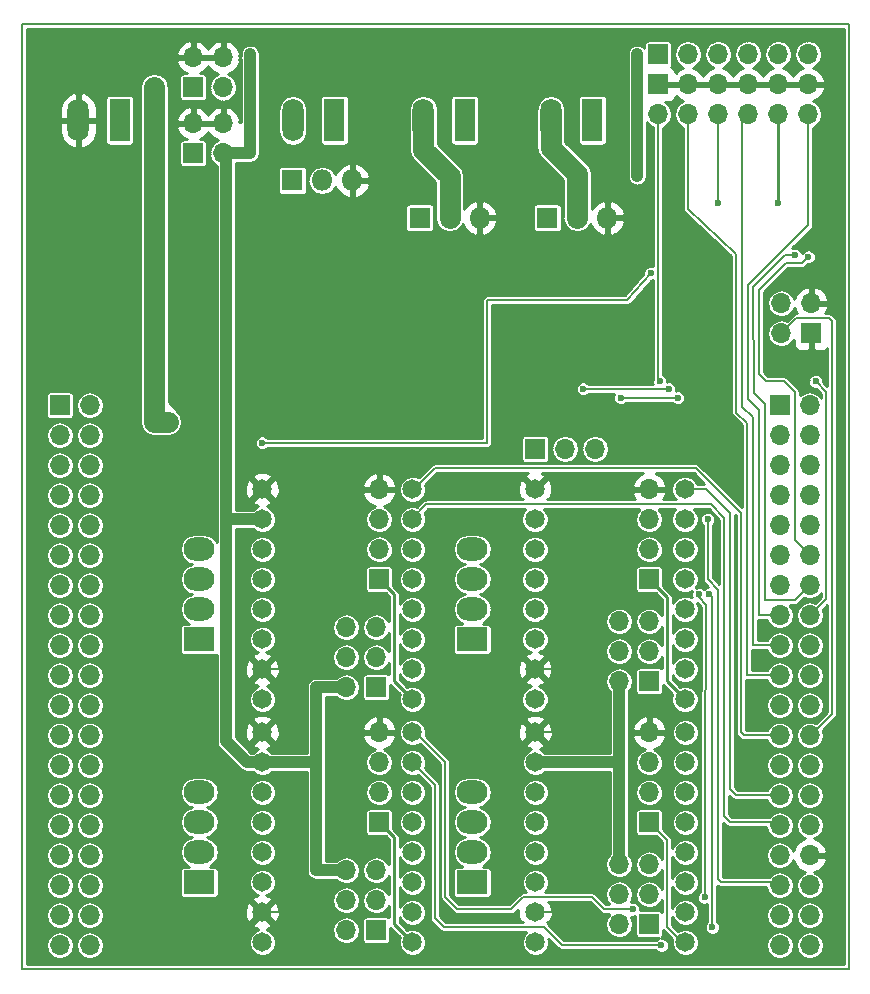
<source format=gbr>
%TF.GenerationSoftware,KiCad,Pcbnew,(2017-04-07 revision 70c961f)-master*%
%TF.CreationDate,2018-03-16T01:23:05+01:00*%
%TF.ProjectId,Nucleololu64,4E75636C656F6C6F6C7536342E6B6963,rev?*%
%TF.FileFunction,Copper,L2,Bot,Signal*%
%TF.FilePolarity,Positive*%
%FSLAX46Y46*%
G04 Gerber Fmt 4.6, Leading zero omitted, Abs format (unit mm)*
G04 Created by KiCad (PCBNEW (2017-04-07 revision 70c961f)-master) date 2018 March 16, Friday 01:23:05*
%MOMM*%
%LPD*%
G01*
G04 APERTURE LIST*
%ADD10C,0.150000*%
%ADD11C,0.200000*%
%ADD12O,1.700000X1.700000*%
%ADD13R,1.700000X1.700000*%
%ADD14C,1.651000*%
%ADD15R,1.800000X1.800000*%
%ADD16O,1.800000X1.800000*%
%ADD17R,1.800000X3.600000*%
%ADD18O,1.800000X3.600000*%
%ADD19R,2.600000X2.000000*%
%ADD20O,2.600000X2.000000*%
%ADD21C,0.600000*%
%ADD22C,1.000000*%
%ADD23C,1.800000*%
%ADD24C,0.250000*%
%ADD25C,0.254000*%
G04 APERTURE END LIST*
D10*
D11*
X-30000Y-105000D02*
X69970000Y-105000D01*
X69970000Y79895000D02*
X69970000Y-105000D01*
D10*
X-30000Y79895000D02*
X69970000Y79895000D01*
X-30000Y-105000D02*
X-30000Y79895000D01*
D12*
X66548000Y72263000D03*
X66548000Y74803000D03*
X64008000Y72263000D03*
X64008000Y74803000D03*
X61468000Y72263000D03*
X61468000Y74803000D03*
X58928000Y72263000D03*
X58928000Y74803000D03*
X56388000Y72263000D03*
X56388000Y74803000D03*
X53848000Y72263000D03*
D13*
X53848000Y74803000D03*
D12*
X66548000Y77343000D03*
X64008000Y77343000D03*
X61468000Y77343000D03*
X58928000Y77343000D03*
X56388000Y77343000D03*
D13*
X53848000Y77343000D03*
D14*
X43434000Y2159000D03*
X43434000Y4699000D03*
X43434000Y7239000D03*
X43434000Y9779000D03*
X43434000Y12319000D03*
X43434000Y14859000D03*
X43434000Y17399000D03*
X43434000Y19939000D03*
X56134000Y19939000D03*
X56134000Y17399000D03*
X56134000Y14859000D03*
X56134000Y12319000D03*
X56134000Y9779000D03*
X56134000Y7239000D03*
X56134000Y4699000D03*
X56134000Y2159000D03*
X43403000Y22746000D03*
X43403000Y25286000D03*
X43403000Y27826000D03*
X43403000Y30366000D03*
X43403000Y32906000D03*
X43403000Y35446000D03*
X43403000Y37986000D03*
X43403000Y40526000D03*
X56103000Y40526000D03*
X56103000Y37986000D03*
X56103000Y35446000D03*
X56103000Y32906000D03*
X56103000Y30366000D03*
X56103000Y27826000D03*
X56103000Y25286000D03*
X56103000Y22746000D03*
X33020000Y2159000D03*
X33020000Y4699000D03*
X33020000Y7239000D03*
X33020000Y9779000D03*
X33020000Y12319000D03*
X33020000Y14859000D03*
X33020000Y17399000D03*
X33020000Y19939000D03*
X20320000Y19939000D03*
X20320000Y17399000D03*
X20320000Y14859000D03*
X20320000Y12319000D03*
X20320000Y9779000D03*
X20320000Y7239000D03*
X20320000Y4699000D03*
X20320000Y2159000D03*
X20320000Y22733000D03*
X20320000Y25273000D03*
X20320000Y27813000D03*
X20320000Y30353000D03*
X20320000Y32893000D03*
X20320000Y35433000D03*
X20320000Y37973000D03*
X20320000Y40513000D03*
X33020000Y40513000D03*
X33020000Y37973000D03*
X33020000Y35433000D03*
X33020000Y32893000D03*
X33020000Y30353000D03*
X33020000Y27813000D03*
X33020000Y25273000D03*
X33020000Y22733000D03*
D15*
X22860000Y66675000D03*
D16*
X25400000Y66675000D03*
X27940000Y66675000D03*
D15*
X44450000Y63500000D03*
D16*
X46990000Y63500000D03*
X49530000Y63500000D03*
D15*
X33655000Y63500000D03*
D16*
X36195000Y63500000D03*
X38735000Y63500000D03*
D13*
X53086000Y24257000D03*
D12*
X50546000Y24257000D03*
X53086000Y26797000D03*
X50546000Y26797000D03*
X53086000Y29337000D03*
X50546000Y29337000D03*
D13*
X53086000Y32893000D03*
D12*
X53086000Y35433000D03*
X53086000Y37973000D03*
X53086000Y40513000D03*
D13*
X53086000Y3683000D03*
D12*
X50546000Y3683000D03*
X53086000Y6223000D03*
X50546000Y6223000D03*
X53086000Y8763000D03*
X50546000Y8763000D03*
D13*
X29972000Y3175000D03*
D12*
X27432000Y3175000D03*
X29972000Y5715000D03*
X27432000Y5715000D03*
X29972000Y8255000D03*
X27432000Y8255000D03*
D13*
X29972000Y23749000D03*
D12*
X27432000Y23749000D03*
X29972000Y26289000D03*
X27432000Y26289000D03*
X29972000Y28829000D03*
X27432000Y28829000D03*
D17*
X8255000Y71755000D03*
D18*
X4755000Y71755000D03*
D13*
X3175000Y47625000D03*
D12*
X5715000Y47625000D03*
X3175000Y45085000D03*
X5715000Y45085000D03*
X3175000Y42545000D03*
X5715000Y42545000D03*
X3175000Y40005000D03*
X5715000Y40005000D03*
X3175000Y37465000D03*
X5715000Y37465000D03*
X3175000Y34925000D03*
X5715000Y34925000D03*
X3175000Y32385000D03*
X5715000Y32385000D03*
X3175000Y29845000D03*
X5715000Y29845000D03*
X3175000Y27305000D03*
X5715000Y27305000D03*
X3175000Y24765000D03*
X5715000Y24765000D03*
X3175000Y22225000D03*
X5715000Y22225000D03*
X3175000Y19685000D03*
X5715000Y19685000D03*
X3175000Y17145000D03*
X5715000Y17145000D03*
X3175000Y14605000D03*
X5715000Y14605000D03*
X3175000Y12065000D03*
X5715000Y12065000D03*
X3175000Y9525000D03*
X5715000Y9525000D03*
X3175000Y6985000D03*
X5715000Y6985000D03*
X3175000Y4445000D03*
X5715000Y4445000D03*
X3175000Y1905000D03*
X5715000Y1905000D03*
D13*
X64135000Y47625000D03*
D12*
X66675000Y47625000D03*
X64135000Y45085000D03*
X66675000Y45085000D03*
X64135000Y42545000D03*
X66675000Y42545000D03*
X64135000Y40005000D03*
X66675000Y40005000D03*
X64135000Y37465000D03*
X66675000Y37465000D03*
X64135000Y34925000D03*
X66675000Y34925000D03*
X64135000Y32385000D03*
X66675000Y32385000D03*
X64135000Y29845000D03*
X66675000Y29845000D03*
X64135000Y27305000D03*
X66675000Y27305000D03*
X64135000Y24765000D03*
X66675000Y24765000D03*
X64135000Y22225000D03*
X66675000Y22225000D03*
X64135000Y19685000D03*
X66675000Y19685000D03*
X64135000Y17145000D03*
X66675000Y17145000D03*
X64135000Y14605000D03*
X66675000Y14605000D03*
X64135000Y12065000D03*
X66675000Y12065000D03*
X64135000Y9525000D03*
X66675000Y9525000D03*
X64135000Y6985000D03*
X66675000Y6985000D03*
X64135000Y4445000D03*
X66675000Y4445000D03*
X64135000Y1905000D03*
X66675000Y1905000D03*
D13*
X14478000Y74549000D03*
D12*
X14478000Y77089000D03*
X17018000Y74549000D03*
X17018000Y77089000D03*
D13*
X53086000Y12319000D03*
D12*
X53086000Y14859000D03*
X53086000Y17399000D03*
X53086000Y19939000D03*
X48514000Y43942000D03*
X45974000Y43942000D03*
D13*
X43434000Y43942000D03*
X14478000Y68961000D03*
D12*
X14478000Y71501000D03*
X17018000Y68961000D03*
X17018000Y71501000D03*
X64262000Y56261000D03*
X66802000Y56261000D03*
X64262000Y53721000D03*
D13*
X66802000Y53721000D03*
D19*
X38100000Y27813000D03*
D20*
X38100000Y30353000D03*
X38100000Y32893000D03*
X38100000Y35433000D03*
X38100000Y14859000D03*
X38100000Y12319000D03*
X38100000Y9779000D03*
D19*
X38100000Y7239000D03*
D13*
X30226000Y12319000D03*
D12*
X30226000Y14859000D03*
X30226000Y17399000D03*
X30226000Y19939000D03*
X30226000Y40513000D03*
X30226000Y37973000D03*
X30226000Y35433000D03*
D13*
X30226000Y32893000D03*
D18*
X44760000Y71755000D03*
D17*
X48260000Y71755000D03*
X37465000Y71755000D03*
D18*
X33965000Y71755000D03*
D20*
X14986000Y14859000D03*
X14986000Y12319000D03*
X14986000Y9779000D03*
D19*
X14986000Y7239000D03*
X14986000Y27813000D03*
D20*
X14986000Y30353000D03*
X14986000Y32893000D03*
X14986000Y35433000D03*
D18*
X22916000Y71755000D03*
D17*
X26416000Y71755000D03*
D21*
X48006000Y21717000D03*
X45720000Y40513000D03*
X25400000Y42545000D03*
X9271000Y67945000D03*
X48895000Y3429000D03*
X26162000Y4445000D03*
X26035000Y27559000D03*
X49276000Y28067000D03*
X52070000Y77343000D03*
X52070000Y67056000D03*
X19304000Y77343000D03*
X11176000Y47371000D03*
X11176000Y47244000D03*
X12319000Y46228000D03*
X11176000Y74549000D03*
X11176000Y46228000D03*
X53975000Y49657000D03*
X67183000Y49657000D03*
X54737000Y49022000D03*
X47498000Y49022000D03*
X64008000Y64770000D03*
X66548000Y60198000D03*
X55499000Y48260000D03*
X50673000Y48260000D03*
X58928000Y64770000D03*
X65405000Y60325000D03*
X58039000Y37973000D03*
X51689000Y4953000D03*
X57785000Y5969000D03*
X57277000Y31623000D03*
X54102000Y1905000D03*
X58420000Y3429000D03*
X58166000Y31623000D03*
X53213000Y58801000D03*
X20320000Y44450000D03*
D11*
X43434000Y19939000D02*
X46228000Y19939000D01*
X46228000Y19939000D02*
X48006000Y21717000D01*
X53086000Y40513000D02*
X45720000Y40513000D01*
X20320000Y40513000D02*
X22352000Y42545000D01*
X22352000Y42545000D02*
X25400000Y42545000D01*
X4755000Y68001000D02*
X4755000Y71755000D01*
X4699000Y67945000D02*
X4755000Y68001000D01*
X9271000Y67945000D02*
X4699000Y67945000D01*
X43434000Y4699000D02*
X47625000Y4699000D01*
X47625000Y4699000D02*
X48895000Y3429000D01*
X20320000Y4699000D02*
X25908000Y4699000D01*
X25908000Y4699000D02*
X26162000Y4445000D01*
X20320000Y25273000D02*
X23749000Y25273000D01*
X23749000Y25273000D02*
X26035000Y27559000D01*
X43403000Y25286000D02*
X46495000Y25286000D01*
X46495000Y25286000D02*
X49276000Y28067000D01*
D22*
X52070000Y67056000D02*
X52070000Y77343000D01*
X50546000Y17399000D02*
X50546000Y8763000D01*
X43434000Y17399000D02*
X50546000Y17399000D01*
X50546000Y24257000D02*
X50546000Y24257000D01*
X50546000Y17399000D02*
X50546000Y24257000D01*
X27432000Y8255000D02*
X24892000Y8255000D01*
X24892000Y8255000D02*
X24892000Y17399000D01*
X20320000Y17399000D02*
X24892000Y17399000D01*
X24892000Y23749000D02*
X27432000Y23749000D01*
X24892000Y17399000D02*
X24892000Y19177000D01*
X24892000Y19177000D02*
X24892000Y23749000D01*
X20320000Y37973000D02*
X17272000Y37973000D01*
X17272000Y37973000D02*
X17526000Y37973000D01*
X17526000Y37973000D02*
X17272000Y37973000D01*
X20320000Y17399000D02*
X19050000Y17399000D01*
X17272000Y19177000D02*
X17272000Y37973000D01*
X17272000Y37973000D02*
X17272000Y68707000D01*
X19050000Y17399000D02*
X17272000Y19177000D01*
X17272000Y68707000D02*
X17018000Y68961000D01*
X19304000Y68961000D02*
X17526000Y68961000D01*
X19304000Y77343000D02*
X19304000Y68961000D01*
X17526000Y68961000D02*
X17272000Y68961000D01*
D23*
X11176000Y47371000D02*
X11176000Y47244000D01*
X11176000Y46609000D02*
X11176000Y46228000D01*
X12319000Y46228000D02*
X12319000Y46228000D01*
X12319000Y46228000D02*
X11176000Y46228000D01*
X11176000Y46228000D02*
X12319000Y46228000D01*
X11176000Y46609000D02*
X11176000Y74549000D01*
D24*
X56103000Y22746000D02*
X56103000Y22764000D01*
X56103000Y22764000D02*
X54610000Y24257000D01*
X54610000Y24257000D02*
X54610000Y31369000D01*
X54610000Y31369000D02*
X53086000Y32893000D01*
D11*
X64135000Y24765000D02*
X61341000Y24765000D01*
X56388000Y64262000D02*
X56388000Y72263000D01*
X60452000Y60452000D02*
X56388000Y64262000D01*
X60452000Y46990000D02*
X60452000Y60452000D01*
X60452000Y46990000D02*
X60452000Y46990000D01*
X61341000Y46101000D02*
X60452000Y46990000D01*
X61341000Y24765000D02*
X61341000Y46101000D01*
X66675000Y29845000D02*
X68072000Y31242000D01*
X53848000Y49784000D02*
X53848000Y72263000D01*
X53975000Y49657000D02*
X53848000Y49784000D01*
X68072000Y48768000D02*
X67183000Y49657000D01*
X68072000Y31242000D02*
X68072000Y48768000D01*
X56134000Y2159000D02*
X55880000Y2159000D01*
X55880000Y2159000D02*
X54610000Y3429000D01*
X54610000Y3429000D02*
X54610000Y10795000D01*
X54610000Y10795000D02*
X53086000Y12319000D01*
X47498000Y49022000D02*
X54737000Y49022000D01*
X63627000Y49657000D02*
X62992000Y49657000D01*
X65405000Y36195000D02*
X65405000Y48768000D01*
X65405000Y48768000D02*
X64516000Y49657000D01*
X64516000Y49657000D02*
X63627000Y49657000D01*
X66675000Y34925000D02*
X65405000Y36195000D01*
X66040000Y59690000D02*
X66548000Y60198000D01*
X64643000Y59690000D02*
X66040000Y59690000D01*
X62357000Y57404000D02*
X64643000Y59690000D01*
X62357000Y50292000D02*
X62357000Y57404000D01*
X62992000Y49657000D02*
X62357000Y50292000D01*
D24*
X64008000Y64897000D02*
X64008000Y64770000D01*
X64008000Y72263000D02*
X64008000Y64897000D01*
D11*
X64135000Y29845000D02*
X62357000Y29845000D01*
X66548000Y62865000D02*
X66548000Y72263000D01*
X61468000Y57785000D02*
X66548000Y62865000D01*
X61468000Y48133000D02*
X61468000Y57785000D01*
X62357000Y29845000D02*
X62357000Y47244000D01*
X62357000Y47244000D02*
X61468000Y48133000D01*
X61468000Y48133000D02*
X61468000Y48133000D01*
X61468000Y48133000D02*
X61468000Y48133000D01*
X50673000Y48260000D02*
X55499000Y48260000D01*
X61976000Y48641000D02*
X61868002Y57619314D01*
X65405000Y31115000D02*
X65405000Y31115000D01*
X65405000Y31115000D02*
X62865000Y31115000D01*
X62865000Y31115000D02*
X62865000Y47752000D01*
X62865000Y47752000D02*
X61976000Y48641000D01*
X66675000Y32385000D02*
X65405000Y31115000D01*
X58928000Y64770000D02*
X58928000Y72263000D01*
X64573688Y60325000D02*
X65405000Y60325000D01*
X61868002Y57619314D02*
X64573688Y60325000D01*
X60960000Y71755000D02*
X60960000Y47498000D01*
X61849000Y27305000D02*
X61849000Y46609000D01*
X61849000Y46609000D02*
X61849000Y46609000D01*
X61849000Y46609000D02*
X60960000Y47498000D01*
X61849000Y27305000D02*
X64135000Y27305000D01*
X60960000Y71755000D02*
X61468000Y72263000D01*
X64262000Y53721000D02*
X65532000Y54991000D01*
X68580000Y21525000D02*
X67010000Y19955000D01*
X68580000Y54737000D02*
X68580000Y21525000D01*
X68326000Y54991000D02*
X68580000Y54737000D01*
X65532000Y54991000D02*
X68326000Y54991000D01*
X64470000Y7255000D02*
X59420000Y7255000D01*
X58039000Y32893000D02*
X58039000Y37973000D01*
X58928000Y32004000D02*
X58039000Y32893000D01*
X58928000Y7493000D02*
X58928000Y32004000D01*
X59182000Y7239000D02*
X58928000Y7493000D01*
X59404000Y7239000D02*
X59182000Y7239000D01*
X59420000Y7255000D02*
X59404000Y7239000D01*
X59944000Y29464000D02*
X59944000Y38481000D01*
X60452000Y14605000D02*
X59944000Y15113000D01*
X59944000Y15113000D02*
X59944000Y18669000D01*
X59944000Y18669000D02*
X59944000Y27305000D01*
X59944000Y27305000D02*
X59944000Y29464000D01*
X64135000Y14605000D02*
X60452000Y14605000D01*
X57899000Y40526000D02*
X56103000Y40526000D01*
X59944000Y38481000D02*
X57899000Y40526000D01*
X49276000Y4953000D02*
X51689000Y4953000D01*
X57785000Y5969000D02*
X57785000Y6477000D01*
X34544000Y18669000D02*
X35814000Y17399000D01*
X35814000Y17399000D02*
X35814000Y5969000D01*
X35814000Y5969000D02*
X36830000Y4953000D01*
X36830000Y4953000D02*
X41402000Y4953000D01*
X41402000Y4953000D02*
X42418000Y5969000D01*
X42418000Y5969000D02*
X48260000Y5969000D01*
X48260000Y5969000D02*
X49276000Y4953000D01*
X57785000Y6477000D02*
X57785000Y16129000D01*
X34544000Y18669000D02*
X33274000Y19939000D01*
X57277000Y31369000D02*
X57277000Y31623000D01*
X57785000Y16129000D02*
X57912000Y30734000D01*
X57912000Y30734000D02*
X57277000Y31369000D01*
X57785000Y16129000D02*
X57785000Y16129000D01*
X33020000Y19939000D02*
X33274000Y19939000D01*
X33020000Y17399000D02*
X34925000Y15494000D01*
X34925000Y15494000D02*
X34925000Y4191000D01*
X34925000Y4191000D02*
X35687000Y3429000D01*
X35687000Y3429000D02*
X44196000Y3429000D01*
X44196000Y3429000D02*
X45720000Y1905000D01*
X45720000Y1905000D02*
X54102000Y1905000D01*
X58420000Y3429000D02*
X58420000Y4699000D01*
X58420000Y4699000D02*
X58420000Y11049000D01*
X58166000Y31623000D02*
X58420000Y31369000D01*
X58420000Y11049000D02*
X58420000Y16383000D01*
X58420000Y31369000D02*
X58420000Y16383000D01*
X33020000Y17399000D02*
X33782000Y17399000D01*
X33020000Y40513000D02*
X33147000Y40513000D01*
X33147000Y40513000D02*
X34925000Y42291000D01*
X61087000Y19685000D02*
X64135000Y19685000D01*
X60833000Y19939000D02*
X61087000Y19685000D01*
X60833000Y38481000D02*
X60833000Y19939000D01*
X57023000Y42291000D02*
X60833000Y38481000D01*
X34925000Y42291000D02*
X57023000Y42291000D01*
X33020000Y40513000D02*
X33020000Y40386000D01*
X33020000Y40513000D02*
X33274000Y40513000D01*
X59436000Y30353000D02*
X59436000Y38100000D01*
X34163000Y39243000D02*
X58293000Y39243000D01*
X33020000Y37973000D02*
X34163000Y39243000D01*
X59928000Y12335000D02*
X59436000Y12827000D01*
X59436000Y12827000D02*
X59436000Y30353000D01*
X59928000Y12335000D02*
X64470000Y12335000D01*
X59436000Y38100000D02*
X58293000Y39243000D01*
X33020000Y37973000D02*
X33782000Y37973000D01*
X39370000Y56515000D02*
X51181000Y56515000D01*
X51181000Y56515000D02*
X53213000Y58801000D01*
X39370000Y44450000D02*
X39370000Y56515000D01*
X20320000Y44450000D02*
X39370000Y44450000D01*
D23*
X44760000Y71755000D02*
X44760000Y69413000D01*
X46990000Y67183000D02*
X46990000Y63500000D01*
X44760000Y69413000D02*
X46990000Y67183000D01*
X33965000Y71755000D02*
X33965000Y69286000D01*
X36195000Y67056000D02*
X36195000Y63500000D01*
X33965000Y69286000D02*
X36195000Y67056000D01*
D24*
X33020000Y2159000D02*
X31496000Y3683000D01*
X31496000Y11049000D02*
X30226000Y12319000D01*
X31496000Y3683000D02*
X31496000Y11049000D01*
X33020000Y22860000D02*
X32893000Y22860000D01*
X32893000Y22860000D02*
X31496000Y24257000D01*
X31496000Y24257000D02*
X31496000Y31623000D01*
X31496000Y31623000D02*
X30226000Y32893000D01*
D25*
X381000Y79493000D02*
X69543000Y79493000D01*
X381000Y79251700D02*
X69543000Y79251700D01*
X381000Y79010400D02*
X69543000Y79010400D01*
X381000Y78769100D02*
X69543000Y78769100D01*
X381000Y78527800D02*
X14114650Y78527800D01*
X14126181Y78527800D02*
X14829820Y78527800D01*
X14841351Y78527800D02*
X16654650Y78527800D01*
X16666181Y78527800D02*
X17369820Y78527800D01*
X17381351Y78527800D02*
X56311289Y78527800D01*
X56464712Y78527800D02*
X58851289Y78527800D01*
X59004712Y78527800D02*
X61391289Y78527800D01*
X61544712Y78527800D02*
X63931289Y78527800D01*
X64084712Y78527800D02*
X66471289Y78527800D01*
X66624712Y78527800D02*
X69543000Y78527800D01*
X381000Y78286500D02*
X13629718Y78286500D01*
X14351000Y78286500D02*
X14605000Y78286500D01*
X15326283Y78286500D02*
X16169718Y78286500D01*
X16891000Y78286500D02*
X17145000Y78286500D01*
X17866283Y78286500D02*
X52683193Y78286500D01*
X55012808Y78286500D02*
X55687701Y78286500D01*
X57088300Y78286500D02*
X58227701Y78286500D01*
X59628300Y78286500D02*
X60767701Y78286500D01*
X62168300Y78286500D02*
X63307701Y78286500D01*
X64708300Y78286500D02*
X65847701Y78286500D01*
X67248300Y78286500D02*
X69543000Y78286500D01*
X381000Y78045200D02*
X13364941Y78045200D01*
X14351000Y78045200D02*
X14605000Y78045200D01*
X15591060Y78045200D02*
X15904941Y78045200D01*
X16891000Y78045200D02*
X17145000Y78045200D01*
X18131060Y78045200D02*
X18894959Y78045200D01*
X19713042Y78045200D02*
X51660959Y78045200D01*
X52479042Y78045200D02*
X52664594Y78045200D01*
X55031406Y78045200D02*
X55453422Y78045200D01*
X57322579Y78045200D02*
X57993422Y78045200D01*
X59862579Y78045200D02*
X60533422Y78045200D01*
X62402579Y78045200D02*
X63073422Y78045200D01*
X64942579Y78045200D02*
X65613422Y78045200D01*
X67482579Y78045200D02*
X69543000Y78045200D01*
X381000Y77803900D02*
X13204644Y77803900D01*
X14351000Y77803900D02*
X14605000Y77803900D01*
X16891000Y77803900D02*
X17145000Y77803900D01*
X18291357Y77803900D02*
X18636452Y77803900D01*
X19971549Y77803900D02*
X51402452Y77803900D01*
X55031406Y77803900D02*
X55298093Y77803900D01*
X57477908Y77803900D02*
X57838093Y77803900D01*
X60017908Y77803900D02*
X60378093Y77803900D01*
X62557908Y77803900D02*
X62918093Y77803900D01*
X65097908Y77803900D02*
X65458093Y77803900D01*
X67637908Y77803900D02*
X69543000Y77803900D01*
X381000Y77562600D02*
X13091324Y77562600D01*
X14351000Y77562600D02*
X14605000Y77562600D01*
X16891000Y77562600D02*
X17145000Y77562600D01*
X18404677Y77562600D02*
X18520682Y77562600D01*
X20087319Y77562600D02*
X51286682Y77562600D01*
X55031406Y77562600D02*
X55250095Y77562600D01*
X57525906Y77562600D02*
X57790095Y77562600D01*
X60065906Y77562600D02*
X60330095Y77562600D01*
X62605906Y77562600D02*
X62870095Y77562600D01*
X65145906Y77562600D02*
X65410095Y77562600D01*
X67685906Y77562600D02*
X69543000Y77562600D01*
X381000Y77321300D02*
X13101910Y77321300D01*
X14351000Y77321300D02*
X14605000Y77321300D01*
X16891000Y77321300D02*
X17145000Y77321300D01*
X18394089Y77321300D02*
X18477000Y77321300D01*
X20131000Y77321300D02*
X51243000Y77321300D01*
X55031406Y77321300D02*
X55211000Y77321300D01*
X57565000Y77321300D02*
X57751000Y77321300D01*
X60105000Y77321300D02*
X60291000Y77321300D01*
X62645000Y77321300D02*
X62831000Y77321300D01*
X65185000Y77321300D02*
X65371000Y77321300D01*
X67725000Y77321300D02*
X69543000Y77321300D01*
X381000Y77080000D02*
X17165000Y77080000D01*
X20131000Y77080000D02*
X51243000Y77080000D01*
X55031406Y77080000D02*
X55258727Y77080000D01*
X57517272Y77080000D02*
X57798727Y77080000D01*
X60057272Y77080000D02*
X60338727Y77080000D01*
X62597272Y77080000D02*
X62878727Y77080000D01*
X65137272Y77080000D02*
X65418727Y77080000D01*
X67677272Y77080000D02*
X69543000Y77080000D01*
X381000Y76838700D02*
X13092463Y76838700D01*
X18403538Y76838700D02*
X18477000Y76838700D01*
X20131000Y76838700D02*
X51243000Y76838700D01*
X55031406Y76838700D02*
X55321189Y76838700D01*
X57454810Y76838700D02*
X57861189Y76838700D01*
X59994810Y76838700D02*
X60401189Y76838700D01*
X62534810Y76838700D02*
X62941189Y76838700D01*
X65074810Y76838700D02*
X65481189Y76838700D01*
X67614810Y76838700D02*
X69543000Y76838700D01*
X381000Y76597400D02*
X13099776Y76597400D01*
X18396223Y76597400D02*
X18477000Y76597400D01*
X20131000Y76597400D02*
X51243000Y76597400D01*
X55031406Y76597400D02*
X55482420Y76597400D01*
X57293579Y76597400D02*
X58022420Y76597400D01*
X59833579Y76597400D02*
X60562420Y76597400D01*
X62373579Y76597400D02*
X63102420Y76597400D01*
X64913579Y76597400D02*
X65642420Y76597400D01*
X67453579Y76597400D02*
X69543000Y76597400D01*
X381000Y76356100D02*
X13213097Y76356100D01*
X15742902Y76356100D02*
X15753097Y76356100D01*
X18282902Y76356100D02*
X18477000Y76356100D01*
X20131000Y76356100D02*
X51243000Y76356100D01*
X54999805Y76356100D02*
X55752653Y76356100D01*
X57023346Y76356100D02*
X58292653Y76356100D01*
X59563346Y76356100D02*
X60832653Y76356100D01*
X62103346Y76356100D02*
X63372653Y76356100D01*
X64643346Y76356100D02*
X65912653Y76356100D01*
X67183346Y76356100D02*
X69543000Y76356100D01*
X381000Y76114800D02*
X13384691Y76114800D01*
X15571308Y76114800D02*
X15924691Y76114800D01*
X18111308Y76114800D02*
X18477000Y76114800D01*
X20131000Y76114800D02*
X51243000Y76114800D01*
X55134226Y76114800D02*
X55718025Y76114800D01*
X57057976Y76114800D02*
X58258025Y76114800D01*
X59597976Y76114800D02*
X60798025Y76114800D01*
X62137976Y76114800D02*
X63338025Y76114800D01*
X64677976Y76114800D02*
X65878025Y76114800D01*
X67217976Y76114800D02*
X69543000Y76114800D01*
X381000Y75873500D02*
X13649468Y75873500D01*
X15306531Y75873500D02*
X16189468Y75873500D01*
X17846531Y75873500D02*
X18477000Y75873500D01*
X20131000Y75873500D02*
X51243000Y75873500D01*
X55293985Y75873500D02*
X55400362Y75873500D01*
X57375639Y75873500D02*
X57940362Y75873500D01*
X59915639Y75873500D02*
X60480362Y75873500D01*
X62455639Y75873500D02*
X63020362Y75873500D01*
X64995639Y75873500D02*
X65560362Y75873500D01*
X67535639Y75873500D02*
X69543000Y75873500D01*
X381000Y75632200D02*
X10631019Y75632200D01*
X11720982Y75632200D02*
X13390540Y75632200D01*
X15565461Y75632200D02*
X16526777Y75632200D01*
X17509224Y75632200D02*
X18477000Y75632200D01*
X20131000Y75632200D02*
X51243000Y75632200D01*
X57607678Y75632200D02*
X57708323Y75632200D01*
X60147678Y75632200D02*
X60248323Y75632200D01*
X62687678Y75632200D02*
X62788323Y75632200D01*
X65227678Y75632200D02*
X65328323Y75632200D01*
X67767678Y75632200D02*
X69543000Y75632200D01*
X381000Y75390900D02*
X10291195Y75390900D01*
X12060806Y75390900D02*
X13294594Y75390900D01*
X15661406Y75390900D02*
X16176766Y75390900D01*
X17859235Y75390900D02*
X18477000Y75390900D01*
X20131000Y75390900D02*
X51243000Y75390900D01*
X67880999Y75390900D02*
X69543000Y75390900D01*
X381000Y75149600D02*
X10129963Y75149600D01*
X12222038Y75149600D02*
X13294594Y75149600D01*
X15661406Y75149600D02*
X16015535Y75149600D01*
X18020466Y75149600D02*
X18477000Y75149600D01*
X20131000Y75149600D02*
X51243000Y75149600D01*
X67984083Y75149600D02*
X69543000Y75149600D01*
X381000Y74908300D02*
X10020470Y74908300D01*
X12331531Y74908300D02*
X13294594Y74908300D01*
X15661406Y74908300D02*
X15907883Y74908300D01*
X18128118Y74908300D02*
X18477000Y74908300D01*
X20131000Y74908300D02*
X51243000Y74908300D01*
X53701000Y74908300D02*
X69543000Y74908300D01*
X381000Y74667000D02*
X9972472Y74667000D01*
X12379529Y74667000D02*
X13294594Y74667000D01*
X15661406Y74667000D02*
X15859886Y74667000D01*
X18176115Y74667000D02*
X18477000Y74667000D01*
X20131000Y74667000D02*
X51243000Y74667000D01*
X53721000Y74667000D02*
X53975000Y74667000D01*
X56261000Y74667000D02*
X56515000Y74667000D01*
X58801000Y74667000D02*
X59055000Y74667000D01*
X61341000Y74667000D02*
X61595000Y74667000D01*
X63881000Y74667000D02*
X64135000Y74667000D01*
X66421000Y74667000D02*
X66675000Y74667000D01*
X67873543Y74667000D02*
X69543000Y74667000D01*
X381000Y74425700D02*
X9949000Y74425700D01*
X12403000Y74425700D02*
X13294594Y74425700D01*
X15661406Y74425700D02*
X15860939Y74425700D01*
X18175060Y74425700D02*
X18477000Y74425700D01*
X20131000Y74425700D02*
X51243000Y74425700D01*
X67979901Y74425700D02*
X69543000Y74425700D01*
X381000Y74184400D02*
X9949000Y74184400D01*
X12403000Y74184400D02*
X13294594Y74184400D01*
X15661406Y74184400D02*
X15908936Y74184400D01*
X18127063Y74184400D02*
X18477000Y74184400D01*
X20131000Y74184400D02*
X51243000Y74184400D01*
X67866581Y74184400D02*
X69543000Y74184400D01*
X381000Y73943100D02*
X3962880Y73943100D01*
X4628000Y73943100D02*
X4882000Y73943100D01*
X5547121Y73943100D02*
X9949000Y73943100D01*
X12403000Y73943100D02*
X13294594Y73943100D01*
X15661406Y73943100D02*
X16019075Y73943100D01*
X18016924Y73943100D02*
X18477000Y73943100D01*
X20131000Y73943100D02*
X51243000Y73943100D01*
X67753260Y73943100D02*
X69543000Y73943100D01*
X381000Y73701800D02*
X3657325Y73701800D01*
X4628000Y73701800D02*
X4882000Y73701800D01*
X5852676Y73701800D02*
X7059810Y73701800D01*
X9450191Y73701800D02*
X9949000Y73701800D01*
X12403000Y73701800D02*
X13294594Y73701800D01*
X15661406Y73701800D02*
X16180306Y73701800D01*
X17855693Y73701800D02*
X18477000Y73701800D01*
X20131000Y73701800D02*
X22254179Y73701800D01*
X23577822Y73701800D02*
X25220810Y73701800D01*
X27611191Y73701800D02*
X33303179Y73701800D01*
X34626822Y73701800D02*
X36269810Y73701800D01*
X38660191Y73701800D02*
X44098179Y73701800D01*
X45421822Y73701800D02*
X47064810Y73701800D01*
X49455191Y73701800D02*
X51243000Y73701800D01*
X55281268Y73701800D02*
X55434048Y73701800D01*
X67501952Y73701800D02*
X69543000Y73701800D01*
X381000Y73460500D02*
X3465527Y73460500D01*
X4628000Y73460500D02*
X4882000Y73460500D01*
X6044474Y73460500D02*
X7021594Y73460500D01*
X9488406Y73460500D02*
X9949000Y73460500D01*
X12403000Y73460500D02*
X13396355Y73460500D01*
X15559644Y73460500D02*
X16534708Y73460500D01*
X17501291Y73460500D02*
X18477000Y73460500D01*
X20131000Y73460500D02*
X21979030Y73460500D01*
X23852971Y73460500D02*
X25182594Y73460500D01*
X27649406Y73460500D02*
X33028030Y73460500D01*
X34901971Y73460500D02*
X36231594Y73460500D01*
X38698406Y73460500D02*
X43823030Y73460500D01*
X45696971Y73460500D02*
X47026594Y73460500D01*
X49493406Y73460500D02*
X51243000Y73460500D01*
X55103525Y73460500D02*
X55792146Y73460500D01*
X67143853Y73460500D02*
X69543000Y73460500D01*
X381000Y73219200D02*
X3345198Y73219200D01*
X4628000Y73219200D02*
X4882000Y73219200D01*
X6164803Y73219200D02*
X7021594Y73219200D01*
X9488406Y73219200D02*
X9949000Y73219200D01*
X12403000Y73219200D02*
X18477000Y73219200D01*
X20131000Y73219200D02*
X21817799Y73219200D01*
X24014202Y73219200D02*
X25182594Y73219200D01*
X27649406Y73219200D02*
X32866799Y73219200D01*
X35063202Y73219200D02*
X36231594Y73219200D01*
X38698406Y73219200D02*
X43661799Y73219200D01*
X45858202Y73219200D02*
X47026594Y73219200D01*
X49493406Y73219200D02*
X51243000Y73219200D01*
X54529294Y73219200D02*
X55706708Y73219200D01*
X67229293Y73219200D02*
X69543000Y73219200D01*
X381000Y72977900D02*
X3276099Y72977900D01*
X4628000Y72977900D02*
X4882000Y72977900D01*
X6233902Y72977900D02*
X7021594Y72977900D01*
X9488406Y72977900D02*
X9949000Y72977900D01*
X12403000Y72977900D02*
X18477000Y72977900D01*
X20131000Y72977900D02*
X21744941Y72977900D01*
X24087060Y72977900D02*
X25182594Y72977900D01*
X27649406Y72977900D02*
X32793941Y72977900D01*
X35136060Y72977900D02*
X36231594Y72977900D01*
X38698406Y72977900D02*
X43588941Y72977900D01*
X45931060Y72977900D02*
X47026594Y72977900D01*
X49493406Y72977900D02*
X51243000Y72977900D01*
X54774093Y72977900D02*
X55461908Y72977900D01*
X67474093Y72977900D02*
X69543000Y72977900D01*
X381000Y72736600D02*
X3220000Y72736600D01*
X4628000Y72736600D02*
X4882000Y72736600D01*
X6290000Y72736600D02*
X7021594Y72736600D01*
X9488406Y72736600D02*
X9949000Y72736600D01*
X12403000Y72736600D02*
X13671525Y72736600D01*
X14351000Y72736600D02*
X14605000Y72736600D01*
X15284476Y72736600D02*
X16211525Y72736600D01*
X16891000Y72736600D02*
X17145000Y72736600D01*
X17824476Y72736600D02*
X18477000Y72736600D01*
X20131000Y72736600D02*
X21696943Y72736600D01*
X24135058Y72736600D02*
X25182594Y72736600D01*
X27649406Y72736600D02*
X32745943Y72736600D01*
X35184058Y72736600D02*
X36231594Y72736600D01*
X38698406Y72736600D02*
X43540943Y72736600D01*
X45979058Y72736600D02*
X47026594Y72736600D01*
X49493406Y72736600D02*
X51243000Y72736600D01*
X54935324Y72736600D02*
X55300677Y72736600D01*
X67635324Y72736600D02*
X69543000Y72736600D01*
X381000Y72495300D02*
X3220000Y72495300D01*
X4628000Y72495300D02*
X4882000Y72495300D01*
X6290000Y72495300D02*
X7021594Y72495300D01*
X9488406Y72495300D02*
X9949000Y72495300D01*
X12403000Y72495300D02*
X13406748Y72495300D01*
X14351000Y72495300D02*
X14605000Y72495300D01*
X15549253Y72495300D02*
X15946748Y72495300D01*
X16891000Y72495300D02*
X17145000Y72495300D01*
X18089253Y72495300D02*
X18477000Y72495300D01*
X20131000Y72495300D02*
X21689000Y72495300D01*
X24143000Y72495300D02*
X25182594Y72495300D01*
X27649406Y72495300D02*
X32738000Y72495300D01*
X35192000Y72495300D02*
X36231594Y72495300D01*
X38698406Y72495300D02*
X43533000Y72495300D01*
X45987000Y72495300D02*
X47026594Y72495300D01*
X49493406Y72495300D02*
X51243000Y72495300D01*
X54983380Y72495300D02*
X55252621Y72495300D01*
X67683380Y72495300D02*
X69543000Y72495300D01*
X381000Y72254000D02*
X3220000Y72254000D01*
X4628000Y72254000D02*
X4882000Y72254000D01*
X6290000Y72254000D02*
X7021594Y72254000D01*
X9488406Y72254000D02*
X9949000Y72254000D01*
X12403000Y72254000D02*
X13222537Y72254000D01*
X14351000Y72254000D02*
X14605000Y72254000D01*
X15733464Y72254000D02*
X15762537Y72254000D01*
X16891000Y72254000D02*
X17145000Y72254000D01*
X18273464Y72254000D02*
X18477000Y72254000D01*
X20131000Y72254000D02*
X21689000Y72254000D01*
X24143000Y72254000D02*
X25182594Y72254000D01*
X27649406Y72254000D02*
X32738000Y72254000D01*
X35192000Y72254000D02*
X36231594Y72254000D01*
X38698406Y72254000D02*
X43533000Y72254000D01*
X45987000Y72254000D02*
X47026594Y72254000D01*
X49493406Y72254000D02*
X51243000Y72254000D01*
X55025000Y72254000D02*
X55211000Y72254000D01*
X67725000Y72254000D02*
X69543000Y72254000D01*
X381000Y72012700D02*
X3220000Y72012700D01*
X4628000Y72012700D02*
X4882000Y72012700D01*
X6290000Y72012700D02*
X7021594Y72012700D01*
X9488406Y72012700D02*
X9949000Y72012700D01*
X12403000Y72012700D02*
X13109216Y72012700D01*
X14351000Y72012700D02*
X14605000Y72012700D01*
X16891000Y72012700D02*
X17145000Y72012700D01*
X18386785Y72012700D02*
X18477000Y72012700D01*
X20131000Y72012700D02*
X21689000Y72012700D01*
X24143000Y72012700D02*
X25182594Y72012700D01*
X27649406Y72012700D02*
X32738000Y72012700D01*
X35192000Y72012700D02*
X36231594Y72012700D01*
X38698406Y72012700D02*
X43533000Y72012700D01*
X45987000Y72012700D02*
X47026594Y72012700D01*
X49493406Y72012700D02*
X51243000Y72012700D01*
X54979798Y72012700D02*
X55256201Y72012700D01*
X67679798Y72012700D02*
X69543000Y72012700D01*
X381000Y71771400D02*
X7021594Y71771400D01*
X9488406Y71771400D02*
X9949000Y71771400D01*
X12403000Y71771400D02*
X13081912Y71771400D01*
X14351000Y71771400D02*
X14605000Y71771400D01*
X16891000Y71771400D02*
X17145000Y71771400D01*
X18414087Y71771400D02*
X18477000Y71771400D01*
X20131000Y71771400D02*
X21689000Y71771400D01*
X24143000Y71771400D02*
X25182594Y71771400D01*
X27649406Y71771400D02*
X32738000Y71771400D01*
X35192000Y71771400D02*
X36231594Y71771400D01*
X38698406Y71771400D02*
X43533000Y71771400D01*
X45987000Y71771400D02*
X47026594Y71771400D01*
X49493406Y71771400D02*
X51243000Y71771400D01*
X54923296Y71771400D02*
X55312703Y71771400D01*
X67623296Y71771400D02*
X69543000Y71771400D01*
X381000Y71530100D02*
X3220000Y71530100D01*
X4628000Y71530100D02*
X4882000Y71530100D01*
X6290000Y71530100D02*
X7021594Y71530100D01*
X9488406Y71530100D02*
X9949000Y71530100D01*
X12403000Y71530100D02*
X17165000Y71530100D01*
X20131000Y71530100D02*
X21689000Y71530100D01*
X24143000Y71530100D02*
X25182594Y71530100D01*
X27649406Y71530100D02*
X32738000Y71530100D01*
X35192000Y71530100D02*
X36231594Y71530100D01*
X38698406Y71530100D02*
X43533000Y71530100D01*
X45987000Y71530100D02*
X47026594Y71530100D01*
X49493406Y71530100D02*
X51243000Y71530100D01*
X52897000Y71530100D02*
X52933934Y71530100D01*
X54762065Y71530100D02*
X55473934Y71530100D01*
X67462065Y71530100D02*
X69543000Y71530100D01*
X381000Y71288800D02*
X3220000Y71288800D01*
X4628000Y71288800D02*
X4882000Y71288800D01*
X6290000Y71288800D02*
X7021594Y71288800D01*
X9488406Y71288800D02*
X9949000Y71288800D01*
X12403000Y71288800D02*
X13112461Y71288800D01*
X20131000Y71288800D02*
X21689000Y71288800D01*
X24143000Y71288800D02*
X25182594Y71288800D01*
X27649406Y71288800D02*
X32738000Y71288800D01*
X35192000Y71288800D02*
X36231594Y71288800D01*
X38698406Y71288800D02*
X43533000Y71288800D01*
X45987000Y71288800D02*
X47026594Y71288800D01*
X49493406Y71288800D02*
X51243000Y71288800D01*
X52897000Y71288800D02*
X53193646Y71288800D01*
X54502353Y71288800D02*
X55733646Y71288800D01*
X67202353Y71288800D02*
X69543000Y71288800D01*
X381000Y71047500D02*
X3220000Y71047500D01*
X4628000Y71047500D02*
X4882000Y71047500D01*
X6290000Y71047500D02*
X7021594Y71047500D01*
X9488406Y71047500D02*
X9949000Y71047500D01*
X12403000Y71047500D02*
X13081883Y71047500D01*
X20131000Y71047500D02*
X21689000Y71047500D01*
X24143000Y71047500D02*
X25182594Y71047500D01*
X27649406Y71047500D02*
X32738000Y71047500D01*
X35192000Y71047500D02*
X36231594Y71047500D01*
X38698406Y71047500D02*
X43533000Y71047500D01*
X45987000Y71047500D02*
X47026594Y71047500D01*
X49493406Y71047500D02*
X51243000Y71047500D01*
X52897000Y71047500D02*
X53421000Y71047500D01*
X54275000Y71047500D02*
X55961000Y71047500D01*
X66975000Y71047500D02*
X69543000Y71047500D01*
X381000Y70806200D02*
X3220000Y70806200D01*
X4628000Y70806200D02*
X4882000Y70806200D01*
X6290000Y70806200D02*
X7021594Y70806200D01*
X9488406Y70806200D02*
X9949000Y70806200D01*
X12403000Y70806200D02*
X13195204Y70806200D01*
X20131000Y70806200D02*
X21690418Y70806200D01*
X24141581Y70806200D02*
X25182594Y70806200D01*
X27649406Y70806200D02*
X32738000Y70806200D01*
X35192000Y70806200D02*
X36231594Y70806200D01*
X38698406Y70806200D02*
X43533000Y70806200D01*
X45987000Y70806200D02*
X47026594Y70806200D01*
X49493406Y70806200D02*
X51243000Y70806200D01*
X52897000Y70806200D02*
X53421000Y70806200D01*
X54275000Y70806200D02*
X55961000Y70806200D01*
X66975000Y70806200D02*
X69543000Y70806200D01*
X381000Y70564900D02*
X3266705Y70564900D01*
X4628000Y70564900D02*
X4882000Y70564900D01*
X6243294Y70564900D02*
X7021594Y70564900D01*
X9488406Y70564900D02*
X9949000Y70564900D01*
X12403000Y70564900D02*
X13342884Y70564900D01*
X15613115Y70564900D02*
X15882884Y70564900D01*
X20131000Y70564900D02*
X21738415Y70564900D01*
X24093584Y70564900D02*
X25182594Y70564900D01*
X27649406Y70564900D02*
X32738000Y70564900D01*
X35192000Y70564900D02*
X36231594Y70564900D01*
X38698406Y70564900D02*
X43533000Y70564900D01*
X45987000Y70564900D02*
X47026594Y70564900D01*
X49493406Y70564900D02*
X51243000Y70564900D01*
X52897000Y70564900D02*
X53421000Y70564900D01*
X54275000Y70564900D02*
X55961000Y70564900D01*
X66975000Y70564900D02*
X69543000Y70564900D01*
X381000Y70323600D02*
X3335804Y70323600D01*
X4628000Y70323600D02*
X4882000Y70323600D01*
X6174195Y70323600D02*
X7021594Y70323600D01*
X9488406Y70323600D02*
X9949000Y70323600D01*
X12403000Y70323600D02*
X13607661Y70323600D01*
X15348338Y70323600D02*
X16147661Y70323600D01*
X20131000Y70323600D02*
X21795881Y70323600D01*
X24036118Y70323600D02*
X25182594Y70323600D01*
X27649406Y70323600D02*
X32738000Y70323600D01*
X35192000Y70323600D02*
X36231594Y70323600D01*
X38698406Y70323600D02*
X43533000Y70323600D01*
X45987000Y70323600D02*
X47026594Y70323600D01*
X49493406Y70323600D02*
X51243000Y70323600D01*
X52897000Y70323600D02*
X53421000Y70323600D01*
X54275000Y70323600D02*
X55961000Y70323600D01*
X66975000Y70323600D02*
X69543000Y70323600D01*
X381000Y70082300D02*
X3439454Y70082300D01*
X4628000Y70082300D02*
X4882000Y70082300D01*
X6070545Y70082300D02*
X7021594Y70082300D01*
X9488406Y70082300D02*
X9949000Y70082300D01*
X12403000Y70082300D02*
X13445445Y70082300D01*
X15510556Y70082300D02*
X16606120Y70082300D01*
X20131000Y70082300D02*
X21957113Y70082300D01*
X23874886Y70082300D02*
X25182594Y70082300D01*
X27649406Y70082300D02*
X32738000Y70082300D01*
X35192000Y70082300D02*
X36231594Y70082300D01*
X38698406Y70082300D02*
X43533000Y70082300D01*
X45987000Y70082300D02*
X47026594Y70082300D01*
X49493406Y70082300D02*
X51243000Y70082300D01*
X52897000Y70082300D02*
X53421000Y70082300D01*
X54275000Y70082300D02*
X55961000Y70082300D01*
X66975000Y70082300D02*
X69543000Y70082300D01*
X381000Y69841000D02*
X3631253Y69841000D01*
X4628000Y69841000D02*
X4882000Y69841000D01*
X5878746Y69841000D02*
X7044269Y69841000D01*
X9465730Y69841000D02*
X9949000Y69841000D01*
X12403000Y69841000D02*
X13300562Y69841000D01*
X15655439Y69841000D02*
X16222666Y69841000D01*
X20131000Y69841000D02*
X22205089Y69841000D01*
X23626910Y69841000D02*
X25205269Y69841000D01*
X27626730Y69841000D02*
X32738000Y69841000D01*
X35192000Y69841000D02*
X36254269Y69841000D01*
X38675730Y69841000D02*
X43533000Y69841000D01*
X46067240Y69841000D02*
X47049269Y69841000D01*
X49470730Y69841000D02*
X51243000Y69841000D01*
X52897000Y69841000D02*
X53421000Y69841000D01*
X54275000Y69841000D02*
X55961000Y69841000D01*
X66975000Y69841000D02*
X69543000Y69841000D01*
X381000Y69599700D02*
X3903755Y69599700D01*
X4628000Y69599700D02*
X4882000Y69599700D01*
X5606244Y69599700D02*
X9949000Y69599700D01*
X12403000Y69599700D02*
X13294594Y69599700D01*
X15661406Y69599700D02*
X16040993Y69599700D01*
X20131000Y69599700D02*
X22848784Y69599700D01*
X22983215Y69599700D02*
X32738000Y69599700D01*
X35386540Y69599700D02*
X43533000Y69599700D01*
X46308540Y69599700D02*
X51243000Y69599700D01*
X52897000Y69599700D02*
X53421000Y69599700D01*
X54275000Y69599700D02*
X55961000Y69599700D01*
X66975000Y69599700D02*
X69543000Y69599700D01*
X381000Y69358400D02*
X9949000Y69358400D01*
X12403000Y69358400D02*
X13294594Y69358400D01*
X15661406Y69358400D02*
X15915462Y69358400D01*
X20131000Y69358400D02*
X32738000Y69358400D01*
X35627840Y69358400D02*
X43543860Y69358400D01*
X46549840Y69358400D02*
X51243000Y69358400D01*
X52897000Y69358400D02*
X53421000Y69358400D01*
X54275000Y69358400D02*
X55961000Y69358400D01*
X66975000Y69358400D02*
X69543000Y69358400D01*
X381000Y69117100D02*
X9949000Y69117100D01*
X12403000Y69117100D02*
X13294594Y69117100D01*
X15661406Y69117100D02*
X15867464Y69117100D01*
X20131000Y69117100D02*
X32771596Y69117100D01*
X35869140Y69117100D02*
X43591858Y69117100D01*
X46791140Y69117100D02*
X51243000Y69117100D01*
X52897000Y69117100D02*
X53421000Y69117100D01*
X54275000Y69117100D02*
X55961000Y69117100D01*
X66975000Y69117100D02*
X69543000Y69117100D01*
X381000Y68875800D02*
X9949000Y68875800D01*
X12403000Y68875800D02*
X13294594Y68875800D01*
X15661406Y68875800D02*
X15853360Y68875800D01*
X20114052Y68875800D02*
X32819593Y68875800D01*
X36110440Y68875800D02*
X43671600Y68875800D01*
X47032440Y68875800D02*
X51243000Y68875800D01*
X52897000Y68875800D02*
X53421000Y68875800D01*
X54275000Y68875800D02*
X55961000Y68875800D01*
X66975000Y68875800D02*
X69543000Y68875800D01*
X381000Y68634500D02*
X9949000Y68634500D01*
X12403000Y68634500D02*
X13294594Y68634500D01*
X15661406Y68634500D02*
X15901358Y68634500D01*
X20061352Y68634500D02*
X32952972Y68634500D01*
X36351740Y68634500D02*
X43832831Y68634500D01*
X47273740Y68634500D02*
X51243000Y68634500D01*
X52897000Y68634500D02*
X53421000Y68634500D01*
X54275000Y68634500D02*
X55961000Y68634500D01*
X66975000Y68634500D02*
X69543000Y68634500D01*
X381000Y68393200D02*
X9949000Y68393200D01*
X12403000Y68393200D02*
X13294594Y68393200D01*
X15661406Y68393200D02*
X15993618Y68393200D01*
X19900120Y68393200D02*
X33122560Y68393200D01*
X36593040Y68393200D02*
X44044560Y68393200D01*
X47515040Y68393200D02*
X51243000Y68393200D01*
X52897000Y68393200D02*
X53421000Y68393200D01*
X54275000Y68393200D02*
X55961000Y68393200D01*
X66975000Y68393200D02*
X69543000Y68393200D01*
X381000Y68151900D02*
X9949000Y68151900D01*
X12403000Y68151900D02*
X13294594Y68151900D01*
X15661406Y68151900D02*
X16154849Y68151900D01*
X19393988Y68151900D02*
X27544917Y68151900D01*
X27603273Y68151900D02*
X28276728Y68151900D01*
X28335084Y68151900D02*
X33363860Y68151900D01*
X36834340Y68151900D02*
X44285860Y68151900D01*
X47756340Y68151900D02*
X51243000Y68151900D01*
X52897000Y68151900D02*
X53421000Y68151900D01*
X54275000Y68151900D02*
X55961000Y68151900D01*
X66975000Y68151900D02*
X69543000Y68151900D01*
X381000Y67910600D02*
X9949000Y67910600D01*
X12403000Y67910600D02*
X13368623Y67910600D01*
X15587376Y67910600D02*
X16445000Y67910600D01*
X18099000Y67910600D02*
X27030256Y67910600D01*
X27813000Y67910600D02*
X28067000Y67910600D01*
X28849745Y67910600D02*
X33605160Y67910600D01*
X37071320Y67910600D02*
X44527160Y67910600D01*
X47951179Y67910600D02*
X51243000Y67910600D01*
X52897000Y67910600D02*
X53421000Y67910600D01*
X54275000Y67910600D02*
X55961000Y67910600D01*
X66975000Y67910600D02*
X69543000Y67910600D01*
X381000Y67669300D02*
X9949000Y67669300D01*
X12403000Y67669300D02*
X16445000Y67669300D01*
X18099000Y67669300D02*
X21645352Y67669300D01*
X24074649Y67669300D02*
X24697932Y67669300D01*
X26102069Y67669300D02*
X26809113Y67669300D01*
X27813000Y67669300D02*
X28067000Y67669300D01*
X29070888Y67669300D02*
X33846460Y67669300D01*
X37232552Y67669300D02*
X44768460Y67669300D01*
X48112411Y67669300D02*
X51243000Y67669300D01*
X52897000Y67669300D02*
X53421000Y67669300D01*
X54275000Y67669300D02*
X55961000Y67669300D01*
X66975000Y67669300D02*
X69543000Y67669300D01*
X381000Y67428000D02*
X9949000Y67428000D01*
X12403000Y67428000D02*
X16445000Y67428000D01*
X18099000Y67428000D02*
X21626594Y67428000D01*
X24093406Y67428000D02*
X24431756Y67428000D01*
X26368245Y67428000D02*
X26609778Y67428000D01*
X27813000Y67428000D02*
X28067000Y67428000D01*
X29270223Y67428000D02*
X34087760Y67428000D01*
X37348005Y67428000D02*
X45009760Y67428000D01*
X48168267Y67428000D02*
X51243000Y67428000D01*
X52897000Y67428000D02*
X53421000Y67428000D01*
X54275000Y67428000D02*
X55961000Y67428000D01*
X66975000Y67428000D02*
X69543000Y67428000D01*
X381000Y67186700D02*
X9949000Y67186700D01*
X12403000Y67186700D02*
X16445000Y67186700D01*
X18099000Y67186700D02*
X21626594Y67186700D01*
X24093406Y67186700D02*
X24270524Y67186700D01*
X27813000Y67186700D02*
X28067000Y67186700D01*
X29370167Y67186700D02*
X34329060Y67186700D01*
X37396003Y67186700D02*
X45251060Y67186700D01*
X48216265Y67186700D02*
X51243000Y67186700D01*
X52897000Y67186700D02*
X53421000Y67186700D01*
X54275000Y67186700D02*
X55961000Y67186700D01*
X66975000Y67186700D02*
X69543000Y67186700D01*
X381000Y66945400D02*
X9949000Y66945400D01*
X12403000Y66945400D02*
X16445000Y66945400D01*
X18099000Y66945400D02*
X21626594Y66945400D01*
X24093406Y66945400D02*
X24202748Y66945400D01*
X27813000Y66945400D02*
X28067000Y66945400D01*
X29383156Y66945400D02*
X34570360Y66945400D01*
X37422000Y66945400D02*
X45492360Y66945400D01*
X48217000Y66945400D02*
X51264999Y66945400D01*
X52875000Y66945400D02*
X53421000Y66945400D01*
X54275000Y66945400D02*
X55961000Y66945400D01*
X66975000Y66945400D02*
X69543000Y66945400D01*
X381000Y66704100D02*
X9949000Y66704100D01*
X12403000Y66704100D02*
X16445000Y66704100D01*
X18099000Y66704100D02*
X21626594Y66704100D01*
X24093406Y66704100D02*
X24154751Y66704100D01*
X27793000Y66704100D02*
X34811660Y66704100D01*
X37422000Y66704100D02*
X45733660Y66704100D01*
X48217000Y66704100D02*
X51329619Y66704100D01*
X52810380Y66704100D02*
X53421000Y66704100D01*
X54275000Y66704100D02*
X55961000Y66704100D01*
X66975000Y66704100D02*
X69543000Y66704100D01*
X381000Y66462800D02*
X9949000Y66462800D01*
X12403000Y66462800D02*
X16445000Y66462800D01*
X18099000Y66462800D02*
X21626594Y66462800D01*
X24093406Y66462800D02*
X24191171Y66462800D01*
X27813000Y66462800D02*
X28067000Y66462800D01*
X29353619Y66462800D02*
X34968000Y66462800D01*
X37422000Y66462800D02*
X45763000Y66462800D01*
X48217000Y66462800D02*
X51497828Y66462800D01*
X52642171Y66462800D02*
X53421000Y66462800D01*
X54275000Y66462800D02*
X55961000Y66462800D01*
X66975000Y66462800D02*
X69543000Y66462800D01*
X381000Y66221500D02*
X9949000Y66221500D01*
X12403000Y66221500D02*
X16445000Y66221500D01*
X18099000Y66221500D02*
X21626594Y66221500D01*
X24093406Y66221500D02*
X24239168Y66221500D01*
X27813000Y66221500D02*
X28067000Y66221500D01*
X29394272Y66221500D02*
X34968000Y66221500D01*
X37422000Y66221500D02*
X45763000Y66221500D01*
X48217000Y66221500D02*
X53421000Y66221500D01*
X54275000Y66221500D02*
X55961000Y66221500D01*
X66975000Y66221500D02*
X69543000Y66221500D01*
X381000Y65980200D02*
X9949000Y65980200D01*
X12403000Y65980200D02*
X16445000Y65980200D01*
X18099000Y65980200D02*
X21626594Y65980200D01*
X24093406Y65980200D02*
X24392867Y65980200D01*
X26407132Y65980200D02*
X26585671Y65980200D01*
X27813000Y65980200D02*
X28067000Y65980200D01*
X29294328Y65980200D02*
X34968000Y65980200D01*
X37422000Y65980200D02*
X45763000Y65980200D01*
X48217000Y65980200D02*
X53421000Y65980200D01*
X54275000Y65980200D02*
X55961000Y65980200D01*
X66975000Y65980200D02*
X69543000Y65980200D01*
X381000Y65738900D02*
X9949000Y65738900D01*
X12403000Y65738900D02*
X16445000Y65738900D01*
X18099000Y65738900D02*
X21633774Y65738900D01*
X24086225Y65738900D02*
X24610829Y65738900D01*
X26189170Y65738900D02*
X26755774Y65738900D01*
X27813000Y65738900D02*
X28067000Y65738900D01*
X29124225Y65738900D02*
X34968000Y65738900D01*
X37422000Y65738900D02*
X45763000Y65738900D01*
X48217000Y65738900D02*
X53421000Y65738900D01*
X54275000Y65738900D02*
X55961000Y65738900D01*
X66975000Y65738900D02*
X69543000Y65738900D01*
X381000Y65497600D02*
X9949000Y65497600D01*
X12403000Y65497600D02*
X16445000Y65497600D01*
X18099000Y65497600D02*
X21786574Y65497600D01*
X23933425Y65497600D02*
X25126606Y65497600D01*
X25673393Y65497600D02*
X26976917Y65497600D01*
X27813000Y65497600D02*
X28067000Y65497600D01*
X28903082Y65497600D02*
X34968000Y65497600D01*
X37422000Y65497600D02*
X45763000Y65497600D01*
X48217000Y65497600D02*
X53421000Y65497600D01*
X54275000Y65497600D02*
X55961000Y65497600D01*
X66975000Y65497600D02*
X69543000Y65497600D01*
X381000Y65256300D02*
X9949000Y65256300D01*
X12403000Y65256300D02*
X16445000Y65256300D01*
X18099000Y65256300D02*
X27420082Y65256300D01*
X27718530Y65256300D02*
X28161469Y65256300D01*
X28459917Y65256300D02*
X34968000Y65256300D01*
X37422000Y65256300D02*
X45763000Y65256300D01*
X48217000Y65256300D02*
X53421000Y65256300D01*
X54275000Y65256300D02*
X55961000Y65256300D01*
X66975000Y65256300D02*
X69543000Y65256300D01*
X381000Y65015000D02*
X9949000Y65015000D01*
X12403000Y65015000D02*
X16445000Y65015000D01*
X18099000Y65015000D02*
X34968000Y65015000D01*
X37422000Y65015000D02*
X45763000Y65015000D01*
X48217000Y65015000D02*
X53421000Y65015000D01*
X54275000Y65015000D02*
X55961000Y65015000D01*
X66975000Y65015000D02*
X69543000Y65015000D01*
X381000Y64773700D02*
X9949000Y64773700D01*
X12403000Y64773700D02*
X16445000Y64773700D01*
X18099000Y64773700D02*
X34968000Y64773700D01*
X37422000Y64773700D02*
X37904071Y64773700D01*
X38608000Y64773700D02*
X38862000Y64773700D01*
X39565930Y64773700D02*
X45763000Y64773700D01*
X48217000Y64773700D02*
X48699071Y64773700D01*
X49403000Y64773700D02*
X49657000Y64773700D01*
X50360930Y64773700D02*
X53421000Y64773700D01*
X54275000Y64773700D02*
X55961000Y64773700D01*
X66975000Y64773700D02*
X69543000Y64773700D01*
X381000Y64532400D02*
X9949000Y64532400D01*
X12403000Y64532400D02*
X16445000Y64532400D01*
X18099000Y64532400D02*
X32450188Y64532400D01*
X34859813Y64532400D02*
X34968000Y64532400D01*
X37422000Y64532400D02*
X37639031Y64532400D01*
X38608000Y64532400D02*
X38862000Y64532400D01*
X39830971Y64532400D02*
X43245188Y64532400D01*
X45654813Y64532400D02*
X45763000Y64532400D01*
X48217000Y64532400D02*
X48434031Y64532400D01*
X49403000Y64532400D02*
X49657000Y64532400D01*
X50625970Y64532400D02*
X53421000Y64532400D01*
X54275000Y64532400D02*
X55961000Y64532400D01*
X66975000Y64532400D02*
X69543000Y64532400D01*
X381000Y64291100D02*
X9949000Y64291100D01*
X12403000Y64291100D02*
X16445000Y64291100D01*
X18099000Y64291100D02*
X32421594Y64291100D01*
X34888406Y64291100D02*
X34968000Y64291100D01*
X38608000Y64291100D02*
X38862000Y64291100D01*
X40049443Y64291100D02*
X43216594Y64291100D01*
X45683406Y64291100D02*
X45763000Y64291100D01*
X49403000Y64291100D02*
X49657000Y64291100D01*
X50844443Y64291100D02*
X53421000Y64291100D01*
X54275000Y64291100D02*
X55961000Y64291100D01*
X66975000Y64291100D02*
X69543000Y64291100D01*
X381000Y64049800D02*
X9949000Y64049800D01*
X12403000Y64049800D02*
X16445000Y64049800D01*
X18099000Y64049800D02*
X32421594Y64049800D01*
X34888406Y64049800D02*
X34968000Y64049800D01*
X38608000Y64049800D02*
X38862000Y64049800D01*
X40149387Y64049800D02*
X43216594Y64049800D01*
X45683406Y64049800D02*
X45763000Y64049800D01*
X49403000Y64049800D02*
X49657000Y64049800D01*
X50944387Y64049800D02*
X53421000Y64049800D01*
X54275000Y64049800D02*
X56024862Y64049800D01*
X66975000Y64049800D02*
X69543000Y64049800D01*
X381000Y63808500D02*
X9949000Y63808500D01*
X12403000Y63808500D02*
X16445000Y63808500D01*
X18099000Y63808500D02*
X32421594Y63808500D01*
X34888406Y63808500D02*
X34968000Y63808500D01*
X38608000Y63808500D02*
X38862000Y63808500D01*
X40197493Y63808500D02*
X43216594Y63808500D01*
X45683406Y63808500D02*
X45763000Y63808500D01*
X49403000Y63808500D02*
X49657000Y63808500D01*
X50992493Y63808500D02*
X53421000Y63808500D01*
X54275000Y63808500D02*
X56247410Y63808500D01*
X66975000Y63808500D02*
X69543000Y63808500D01*
X381000Y63567200D02*
X9949000Y63567200D01*
X12403000Y63567200D02*
X16445000Y63567200D01*
X18099000Y63567200D02*
X32421594Y63567200D01*
X34888406Y63567200D02*
X34957329Y63567200D01*
X38588000Y63567200D02*
X43216594Y63567200D01*
X45683406Y63567200D02*
X45752329Y63567200D01*
X49383000Y63567200D02*
X53421000Y63567200D01*
X54275000Y63567200D02*
X56504797Y63567200D01*
X66975000Y63567200D02*
X69543000Y63567200D01*
X381000Y63325900D02*
X9949000Y63325900D01*
X12403000Y63325900D02*
X16445000Y63325900D01*
X18099000Y63325900D02*
X32421594Y63325900D01*
X34888406Y63325900D02*
X34978592Y63325900D01*
X38608000Y63325900D02*
X38862000Y63325900D01*
X40129283Y63325900D02*
X43216594Y63325900D01*
X45683406Y63325900D02*
X45773592Y63325900D01*
X49403000Y63325900D02*
X49657000Y63325900D01*
X50924283Y63325900D02*
X53421000Y63325900D01*
X54275000Y63325900D02*
X56762184Y63325900D01*
X66975000Y63325900D02*
X69543000Y63325900D01*
X381000Y63084600D02*
X9949000Y63084600D01*
X12403000Y63084600D02*
X16445000Y63084600D01*
X18099000Y63084600D02*
X32421594Y63084600D01*
X34888406Y63084600D02*
X35026590Y63084600D01*
X38608000Y63084600D02*
X38862000Y63084600D01*
X40205053Y63084600D02*
X43216594Y63084600D01*
X45683406Y63084600D02*
X45821590Y63084600D01*
X49403000Y63084600D02*
X49657000Y63084600D01*
X51000053Y63084600D02*
X53421000Y63084600D01*
X54275000Y63084600D02*
X57019570Y63084600D01*
X66975000Y63084600D02*
X69543000Y63084600D01*
X381000Y62843300D02*
X9949000Y62843300D01*
X12403000Y62843300D02*
X16445000Y62843300D01*
X18099000Y62843300D02*
X32421594Y62843300D01*
X34888406Y62843300D02*
X35162409Y62843300D01*
X37227590Y62843300D02*
X37364890Y62843300D01*
X38608000Y62843300D02*
X38862000Y62843300D01*
X40105109Y62843300D02*
X43216594Y62843300D01*
X45683406Y62843300D02*
X45957409Y62843300D01*
X48022590Y62843300D02*
X48159890Y62843300D01*
X49403000Y62843300D02*
X49657000Y62843300D01*
X50900109Y62843300D02*
X53421000Y62843300D01*
X54275000Y62843300D02*
X57276957Y62843300D01*
X66970684Y62843300D02*
X69543000Y62843300D01*
X381000Y62602000D02*
X9949000Y62602000D01*
X12403000Y62602000D02*
X16445000Y62602000D01*
X18099000Y62602000D02*
X32421594Y62602000D01*
X34888406Y62602000D02*
X35348808Y62602000D01*
X37041191Y62602000D02*
X37515857Y62602000D01*
X38608000Y62602000D02*
X38862000Y62602000D01*
X39954142Y62602000D02*
X43216594Y62602000D01*
X45683406Y62602000D02*
X46143808Y62602000D01*
X47836191Y62602000D02*
X48310857Y62602000D01*
X49403000Y62602000D02*
X49657000Y62602000D01*
X50749142Y62602000D02*
X53421000Y62602000D01*
X54275000Y62602000D02*
X57534344Y62602000D01*
X66875950Y62602000D02*
X69543000Y62602000D01*
X381000Y62360700D02*
X9949000Y62360700D01*
X12403000Y62360700D02*
X16445000Y62360700D01*
X18099000Y62360700D02*
X32524553Y62360700D01*
X34785446Y62360700D02*
X35730064Y62360700D01*
X36659935Y62360700D02*
X37737000Y62360700D01*
X38608000Y62360700D02*
X38862000Y62360700D01*
X39732999Y62360700D02*
X43319553Y62360700D01*
X45580446Y62360700D02*
X46525064Y62360700D01*
X47454935Y62360700D02*
X48532000Y62360700D01*
X49403000Y62360700D02*
X49657000Y62360700D01*
X50527999Y62360700D02*
X53421000Y62360700D01*
X54275000Y62360700D02*
X57791730Y62360700D01*
X66647570Y62360700D02*
X69543000Y62360700D01*
X381000Y62119400D02*
X9949000Y62119400D01*
X12403000Y62119400D02*
X16445000Y62119400D01*
X18099000Y62119400D02*
X38133361Y62119400D01*
X38588982Y62119400D02*
X38881017Y62119400D01*
X39336638Y62119400D02*
X48928361Y62119400D01*
X49383982Y62119400D02*
X49676017Y62119400D01*
X50131638Y62119400D02*
X53421000Y62119400D01*
X54275000Y62119400D02*
X58049117Y62119400D01*
X66406270Y62119400D02*
X69543000Y62119400D01*
X381000Y61878100D02*
X9949000Y61878100D01*
X12403000Y61878100D02*
X16445000Y61878100D01*
X18099000Y61878100D02*
X53421000Y61878100D01*
X54275000Y61878100D02*
X58306504Y61878100D01*
X66164970Y61878100D02*
X69543000Y61878100D01*
X381000Y61636800D02*
X9949000Y61636800D01*
X12403000Y61636800D02*
X16445000Y61636800D01*
X18099000Y61636800D02*
X53421000Y61636800D01*
X54275000Y61636800D02*
X58563890Y61636800D01*
X65923670Y61636800D02*
X69543000Y61636800D01*
X381000Y61395500D02*
X9949000Y61395500D01*
X12403000Y61395500D02*
X16445000Y61395500D01*
X18099000Y61395500D02*
X53421000Y61395500D01*
X54275000Y61395500D02*
X58821277Y61395500D01*
X65682370Y61395500D02*
X69543000Y61395500D01*
X381000Y61154200D02*
X9949000Y61154200D01*
X12403000Y61154200D02*
X16445000Y61154200D01*
X18099000Y61154200D02*
X53421000Y61154200D01*
X54275000Y61154200D02*
X59078664Y61154200D01*
X65441070Y61154200D02*
X69543000Y61154200D01*
X381000Y60912900D02*
X9949000Y60912900D01*
X12403000Y60912900D02*
X16445000Y60912900D01*
X18099000Y60912900D02*
X53421000Y60912900D01*
X54275000Y60912900D02*
X59336050Y60912900D01*
X65624167Y60912900D02*
X69543000Y60912900D01*
X381000Y60671600D02*
X9949000Y60671600D01*
X12403000Y60671600D02*
X16445000Y60671600D01*
X18099000Y60671600D02*
X53421000Y60671600D01*
X54275000Y60671600D02*
X59593437Y60671600D01*
X65940204Y60671600D02*
X66134941Y60671600D01*
X66961166Y60671600D02*
X69543000Y60671600D01*
X381000Y60430300D02*
X9949000Y60430300D01*
X12403000Y60430300D02*
X16445000Y60430300D01*
X18099000Y60430300D02*
X53421000Y60430300D01*
X54275000Y60430300D02*
X59850824Y60430300D01*
X67130431Y60430300D02*
X69543000Y60430300D01*
X381000Y60189000D02*
X9949000Y60189000D01*
X12403000Y60189000D02*
X16445000Y60189000D01*
X18099000Y60189000D02*
X53421000Y60189000D01*
X54275000Y60189000D02*
X60025000Y60189000D01*
X67174992Y60189000D02*
X69543000Y60189000D01*
X381000Y59947700D02*
X9949000Y59947700D01*
X12403000Y59947700D02*
X16445000Y59947700D01*
X18099000Y59947700D02*
X53421000Y59947700D01*
X54275000Y59947700D02*
X60025000Y59947700D01*
X67122972Y59947700D02*
X69543000Y59947700D01*
X381000Y59706400D02*
X9949000Y59706400D01*
X12403000Y59706400D02*
X16445000Y59706400D01*
X18099000Y59706400D02*
X53421000Y59706400D01*
X54275000Y59706400D02*
X60025000Y59706400D01*
X66943028Y59706400D02*
X69543000Y59706400D01*
X381000Y59465100D02*
X9949000Y59465100D01*
X12403000Y59465100D02*
X16445000Y59465100D01*
X18099000Y59465100D02*
X53421000Y59465100D01*
X54275000Y59465100D02*
X60025000Y59465100D01*
X66418969Y59465100D02*
X69543000Y59465100D01*
X381000Y59223800D02*
X9949000Y59223800D01*
X12403000Y59223800D02*
X16445000Y59223800D01*
X18099000Y59223800D02*
X52749052Y59223800D01*
X54275000Y59223800D02*
X60025000Y59223800D01*
X64780669Y59223800D02*
X69543000Y59223800D01*
X381000Y58982500D02*
X9949000Y58982500D01*
X12403000Y58982500D02*
X16445000Y58982500D01*
X18099000Y58982500D02*
X52609460Y58982500D01*
X54275000Y58982500D02*
X60025000Y58982500D01*
X64539369Y58982500D02*
X69543000Y58982500D01*
X381000Y58741200D02*
X9949000Y58741200D01*
X12403000Y58741200D02*
X16445000Y58741200D01*
X18099000Y58741200D02*
X52585948Y58741200D01*
X54275000Y58741200D02*
X60025000Y58741200D01*
X64298069Y58741200D02*
X69543000Y58741200D01*
X381000Y58499900D02*
X9949000Y58499900D01*
X12403000Y58499900D02*
X16445000Y58499900D01*
X18099000Y58499900D02*
X52374049Y58499900D01*
X54275000Y58499900D02*
X60025000Y58499900D01*
X64056769Y58499900D02*
X69543000Y58499900D01*
X381000Y58258600D02*
X9949000Y58258600D01*
X12403000Y58258600D02*
X16445000Y58258600D01*
X18099000Y58258600D02*
X52159561Y58258600D01*
X54275000Y58258600D02*
X60025000Y58258600D01*
X63815469Y58258600D02*
X69543000Y58258600D01*
X381000Y58017300D02*
X9949000Y58017300D01*
X12403000Y58017300D02*
X16445000Y58017300D01*
X18099000Y58017300D02*
X51945072Y58017300D01*
X53087684Y58017300D02*
X53421000Y58017300D01*
X54275000Y58017300D02*
X60025000Y58017300D01*
X63574169Y58017300D02*
X69543000Y58017300D01*
X381000Y57776000D02*
X9949000Y57776000D01*
X12403000Y57776000D02*
X16445000Y57776000D01*
X18099000Y57776000D02*
X51730583Y57776000D01*
X52873195Y57776000D02*
X53421000Y57776000D01*
X54275000Y57776000D02*
X60025000Y57776000D01*
X63332869Y57776000D02*
X69543000Y57776000D01*
X381000Y57534700D02*
X9949000Y57534700D01*
X12403000Y57534700D02*
X16445000Y57534700D01*
X18099000Y57534700D02*
X51516094Y57534700D01*
X52658706Y57534700D02*
X53421000Y57534700D01*
X54275000Y57534700D02*
X60025000Y57534700D01*
X63091569Y57534700D02*
X66087833Y57534700D01*
X66675000Y57534700D02*
X66929000Y57534700D01*
X67516168Y57534700D02*
X69543000Y57534700D01*
X381000Y57293400D02*
X9949000Y57293400D01*
X12403000Y57293400D02*
X16445000Y57293400D01*
X18099000Y57293400D02*
X51301605Y57293400D01*
X52444217Y57293400D02*
X53421000Y57293400D01*
X54275000Y57293400D02*
X60025000Y57293400D01*
X62850269Y57293400D02*
X63706201Y57293400D01*
X64817800Y57293400D02*
X65772293Y57293400D01*
X66675000Y57293400D02*
X66929000Y57293400D01*
X67831708Y57293400D02*
X69543000Y57293400D01*
X381000Y57052100D02*
X9949000Y57052100D01*
X12403000Y57052100D02*
X16445000Y57052100D01*
X18099000Y57052100D02*
X51087116Y57052100D01*
X52229728Y57052100D02*
X53421000Y57052100D01*
X54275000Y57052100D02*
X60025000Y57052100D01*
X62784000Y57052100D02*
X63379171Y57052100D01*
X65144830Y57052100D02*
X65552388Y57052100D01*
X66675000Y57052100D02*
X66929000Y57052100D01*
X68051613Y57052100D02*
X69543000Y57052100D01*
X381000Y56810800D02*
X9949000Y56810800D01*
X12403000Y56810800D02*
X16445000Y56810800D01*
X18099000Y56810800D02*
X39063966Y56810800D01*
X52015240Y56810800D02*
X53421000Y56810800D01*
X54275000Y56810800D02*
X60025000Y56810800D01*
X62784000Y56810800D02*
X63217940Y56810800D01*
X65306061Y56810800D02*
X65440426Y56810800D01*
X66675000Y56810800D02*
X66929000Y56810800D01*
X68163576Y56810800D02*
X69543000Y56810800D01*
X381000Y56569500D02*
X9949000Y56569500D01*
X12403000Y56569500D02*
X16445000Y56569500D01*
X18099000Y56569500D02*
X38953841Y56569500D01*
X51800751Y56569500D02*
X53421000Y56569500D01*
X54275000Y56569500D02*
X60025000Y56569500D01*
X62784000Y56569500D02*
X63123306Y56569500D01*
X66675000Y56569500D02*
X66929000Y56569500D01*
X68217938Y56569500D02*
X69543000Y56569500D01*
X381000Y56328200D02*
X9949000Y56328200D01*
X12403000Y56328200D02*
X16445000Y56328200D01*
X18099000Y56328200D02*
X38943000Y56328200D01*
X51586262Y56328200D02*
X53421000Y56328200D01*
X54275000Y56328200D02*
X60025000Y56328200D01*
X62784000Y56328200D02*
X63075308Y56328200D01*
X66655000Y56328200D02*
X69543000Y56328200D01*
X381000Y56086900D02*
X9949000Y56086900D01*
X12403000Y56086900D02*
X16445000Y56086900D01*
X18099000Y56086900D02*
X38943000Y56086900D01*
X39797000Y56086900D02*
X53421000Y56086900D01*
X54275000Y56086900D02*
X60025000Y56086900D01*
X62784000Y56086900D02*
X63096571Y56086900D01*
X68147012Y56086900D02*
X69543000Y56086900D01*
X381000Y55845600D02*
X9949000Y55845600D01*
X12403000Y55845600D02*
X16445000Y55845600D01*
X18099000Y55845600D02*
X38943000Y55845600D01*
X39797000Y55845600D02*
X53421000Y55845600D01*
X54275000Y55845600D02*
X60025000Y55845600D01*
X62784000Y55845600D02*
X63144569Y55845600D01*
X65379430Y55845600D02*
X65384758Y55845600D01*
X68219241Y55845600D02*
X69543000Y55845600D01*
X381000Y55604300D02*
X9949000Y55604300D01*
X12403000Y55604300D02*
X16445000Y55604300D01*
X18099000Y55604300D02*
X38943000Y55604300D01*
X39797000Y55604300D02*
X53421000Y55604300D01*
X54275000Y55604300D02*
X60025000Y55604300D01*
X62784000Y55604300D02*
X63289367Y55604300D01*
X65234632Y55604300D02*
X65484701Y55604300D01*
X68119298Y55604300D02*
X69543000Y55604300D01*
X381000Y55363000D02*
X9949000Y55363000D01*
X12403000Y55363000D02*
X16445000Y55363000D01*
X18099000Y55363000D02*
X38943000Y55363000D01*
X39797000Y55363000D02*
X53421000Y55363000D01*
X54275000Y55363000D02*
X60025000Y55363000D01*
X62784000Y55363000D02*
X63505055Y55363000D01*
X65018944Y55363000D02*
X65334925Y55363000D01*
X68523076Y55363000D02*
X69543000Y55363000D01*
X381000Y55121700D02*
X9949000Y55121700D01*
X12403000Y55121700D02*
X16445000Y55121700D01*
X18099000Y55121700D02*
X38943000Y55121700D01*
X39797000Y55121700D02*
X53421000Y55121700D01*
X54275000Y55121700D02*
X60025000Y55121700D01*
X62784000Y55121700D02*
X64049410Y55121700D01*
X64474589Y55121700D02*
X65058831Y55121700D01*
X68799170Y55121700D02*
X69543000Y55121700D01*
X381000Y54880400D02*
X9949000Y54880400D01*
X12403000Y54880400D02*
X16445000Y54880400D01*
X18099000Y54880400D02*
X38943000Y54880400D01*
X39797000Y54880400D02*
X53421000Y54880400D01*
X54275000Y54880400D02*
X60025000Y54880400D01*
X62784000Y54880400D02*
X64150461Y54880400D01*
X64373540Y54880400D02*
X64817531Y54880400D01*
X68978477Y54880400D02*
X69543000Y54880400D01*
X381000Y54639100D02*
X9949000Y54639100D01*
X12403000Y54639100D02*
X16445000Y54639100D01*
X18099000Y54639100D02*
X38943000Y54639100D01*
X39797000Y54639100D02*
X53421000Y54639100D01*
X54275000Y54639100D02*
X60025000Y54639100D01*
X62784000Y54639100D02*
X63535138Y54639100D01*
X69007000Y54639100D02*
X69543000Y54639100D01*
X381000Y54397800D02*
X9949000Y54397800D01*
X12403000Y54397800D02*
X16445000Y54397800D01*
X18099000Y54397800D02*
X38943000Y54397800D01*
X39797000Y54397800D02*
X53421000Y54397800D01*
X54275000Y54397800D02*
X60025000Y54397800D01*
X62784000Y54397800D02*
X63302799Y54397800D01*
X69007000Y54397800D02*
X69543000Y54397800D01*
X381000Y54156500D02*
X9949000Y54156500D01*
X12403000Y54156500D02*
X16445000Y54156500D01*
X18099000Y54156500D02*
X38943000Y54156500D01*
X39797000Y54156500D02*
X53421000Y54156500D01*
X54275000Y54156500D02*
X60025000Y54156500D01*
X62784000Y54156500D02*
X63148568Y54156500D01*
X69007000Y54156500D02*
X69543000Y54156500D01*
X381000Y53915200D02*
X9949000Y53915200D01*
X12403000Y53915200D02*
X16445000Y53915200D01*
X18099000Y53915200D02*
X38943000Y53915200D01*
X39797000Y53915200D02*
X53421000Y53915200D01*
X54275000Y53915200D02*
X60025000Y53915200D01*
X62784000Y53915200D02*
X63100570Y53915200D01*
X69007000Y53915200D02*
X69543000Y53915200D01*
X381000Y53673900D02*
X9949000Y53673900D01*
X12403000Y53673900D02*
X16445000Y53673900D01*
X18099000Y53673900D02*
X38943000Y53673900D01*
X39797000Y53673900D02*
X53421000Y53673900D01*
X54275000Y53673900D02*
X60025000Y53673900D01*
X62784000Y53673900D02*
X63071309Y53673900D01*
X66655000Y53673900D02*
X66949000Y53673900D01*
X69007000Y53673900D02*
X69543000Y53673900D01*
X381000Y53432600D02*
X9949000Y53432600D01*
X12403000Y53432600D02*
X16445000Y53432600D01*
X18099000Y53432600D02*
X38943000Y53432600D01*
X39797000Y53432600D02*
X53421000Y53432600D01*
X54275000Y53432600D02*
X60025000Y53432600D01*
X62784000Y53432600D02*
X63119307Y53432600D01*
X66675000Y53432600D02*
X66929000Y53432600D01*
X69007000Y53432600D02*
X69543000Y53432600D01*
X381000Y53191300D02*
X9949000Y53191300D01*
X12403000Y53191300D02*
X16445000Y53191300D01*
X18099000Y53191300D02*
X38943000Y53191300D01*
X39797000Y53191300D02*
X53421000Y53191300D01*
X54275000Y53191300D02*
X60025000Y53191300D01*
X62784000Y53191300D02*
X63204509Y53191300D01*
X66675000Y53191300D02*
X66929000Y53191300D01*
X69007000Y53191300D02*
X69543000Y53191300D01*
X381000Y52950000D02*
X9949000Y52950000D01*
X12403000Y52950000D02*
X16445000Y52950000D01*
X18099000Y52950000D02*
X38943000Y52950000D01*
X39797000Y52950000D02*
X53421000Y52950000D01*
X54275000Y52950000D02*
X60025000Y52950000D01*
X62784000Y52950000D02*
X63365740Y52950000D01*
X65158259Y52950000D02*
X65317000Y52950000D01*
X66675000Y52950000D02*
X66929000Y52950000D01*
X69007000Y52950000D02*
X69543000Y52950000D01*
X381000Y52708700D02*
X9949000Y52708700D01*
X12403000Y52708700D02*
X16445000Y52708700D01*
X18099000Y52708700D02*
X38943000Y52708700D01*
X39797000Y52708700D02*
X53421000Y52708700D01*
X54275000Y52708700D02*
X60025000Y52708700D01*
X62784000Y52708700D02*
X63676118Y52708700D01*
X64847881Y52708700D02*
X65331907Y52708700D01*
X66675000Y52708700D02*
X66929000Y52708700D01*
X69007000Y52708700D02*
X69543000Y52708700D01*
X381000Y52467400D02*
X9949000Y52467400D01*
X12403000Y52467400D02*
X16445000Y52467400D01*
X18099000Y52467400D02*
X38943000Y52467400D01*
X39797000Y52467400D02*
X53421000Y52467400D01*
X54275000Y52467400D02*
X60025000Y52467400D01*
X62784000Y52467400D02*
X65457574Y52467400D01*
X66675000Y52467400D02*
X66929000Y52467400D01*
X68146425Y52467400D02*
X68153000Y52467400D01*
X69007000Y52467400D02*
X69543000Y52467400D01*
X381000Y52226100D02*
X9949000Y52226100D01*
X12403000Y52226100D02*
X16445000Y52226100D01*
X18099000Y52226100D02*
X38943000Y52226100D01*
X39797000Y52226100D02*
X53421000Y52226100D01*
X54275000Y52226100D02*
X60025000Y52226100D01*
X62784000Y52226100D02*
X68153000Y52226100D01*
X69007000Y52226100D02*
X69543000Y52226100D01*
X381000Y51984800D02*
X9949000Y51984800D01*
X12403000Y51984800D02*
X16445000Y51984800D01*
X18099000Y51984800D02*
X38943000Y51984800D01*
X39797000Y51984800D02*
X53421000Y51984800D01*
X54275000Y51984800D02*
X60025000Y51984800D01*
X62784000Y51984800D02*
X68153000Y51984800D01*
X69007000Y51984800D02*
X69543000Y51984800D01*
X381000Y51743500D02*
X9949000Y51743500D01*
X12403000Y51743500D02*
X16445000Y51743500D01*
X18099000Y51743500D02*
X38943000Y51743500D01*
X39797000Y51743500D02*
X53421000Y51743500D01*
X54275000Y51743500D02*
X60025000Y51743500D01*
X62784000Y51743500D02*
X68153000Y51743500D01*
X69007000Y51743500D02*
X69543000Y51743500D01*
X381000Y51502200D02*
X9949000Y51502200D01*
X12403000Y51502200D02*
X16445000Y51502200D01*
X18099000Y51502200D02*
X38943000Y51502200D01*
X39797000Y51502200D02*
X53421000Y51502200D01*
X54275000Y51502200D02*
X60025000Y51502200D01*
X62784000Y51502200D02*
X68153000Y51502200D01*
X69007000Y51502200D02*
X69543000Y51502200D01*
X381000Y51260900D02*
X9949000Y51260900D01*
X12403000Y51260900D02*
X16445000Y51260900D01*
X18099000Y51260900D02*
X38943000Y51260900D01*
X39797000Y51260900D02*
X53421000Y51260900D01*
X54275000Y51260900D02*
X60025000Y51260900D01*
X62784000Y51260900D02*
X68153000Y51260900D01*
X69007000Y51260900D02*
X69543000Y51260900D01*
X381000Y51019600D02*
X9949000Y51019600D01*
X12403000Y51019600D02*
X16445000Y51019600D01*
X18099000Y51019600D02*
X38943000Y51019600D01*
X39797000Y51019600D02*
X53421000Y51019600D01*
X54275000Y51019600D02*
X60025000Y51019600D01*
X62784000Y51019600D02*
X68153000Y51019600D01*
X69007000Y51019600D02*
X69543000Y51019600D01*
X381000Y50778300D02*
X9949000Y50778300D01*
X12403000Y50778300D02*
X16445000Y50778300D01*
X18099000Y50778300D02*
X38943000Y50778300D01*
X39797000Y50778300D02*
X53421000Y50778300D01*
X54275000Y50778300D02*
X60025000Y50778300D01*
X62784000Y50778300D02*
X68153000Y50778300D01*
X69007000Y50778300D02*
X69543000Y50778300D01*
X381000Y50537000D02*
X9949000Y50537000D01*
X12403000Y50537000D02*
X16445000Y50537000D01*
X18099000Y50537000D02*
X38943000Y50537000D01*
X39797000Y50537000D02*
X53421000Y50537000D01*
X54275000Y50537000D02*
X60025000Y50537000D01*
X62784000Y50537000D02*
X68153000Y50537000D01*
X69007000Y50537000D02*
X69543000Y50537000D01*
X381000Y50295700D02*
X9949000Y50295700D01*
X12403000Y50295700D02*
X16445000Y50295700D01*
X18099000Y50295700D02*
X38943000Y50295700D01*
X39797000Y50295700D02*
X53421000Y50295700D01*
X54275000Y50295700D02*
X60025000Y50295700D01*
X62957170Y50295700D02*
X68153000Y50295700D01*
X69007000Y50295700D02*
X69543000Y50295700D01*
X381000Y50054400D02*
X9949000Y50054400D01*
X12403000Y50054400D02*
X16445000Y50054400D01*
X18099000Y50054400D02*
X38943000Y50054400D01*
X39797000Y50054400D02*
X53421000Y50054400D01*
X54464233Y50054400D02*
X60025000Y50054400D01*
X64664812Y50054400D02*
X66693608Y50054400D01*
X67672233Y50054400D02*
X68153000Y50054400D01*
X69007000Y50054400D02*
X69543000Y50054400D01*
X381000Y49813100D02*
X9949000Y49813100D01*
X12403000Y49813100D02*
X16445000Y49813100D01*
X18099000Y49813100D02*
X38943000Y49813100D01*
X39797000Y49813100D02*
X53360913Y49813100D01*
X54588917Y49813100D02*
X60025000Y49813100D01*
X64963770Y49813100D02*
X66568913Y49813100D01*
X67796917Y49813100D02*
X68153000Y49813100D01*
X69007000Y49813100D02*
X69543000Y49813100D01*
X381000Y49571800D02*
X9949000Y49571800D01*
X12403000Y49571800D02*
X16445000Y49571800D01*
X18099000Y49571800D02*
X38943000Y49571800D01*
X39797000Y49571800D02*
X47186728Y49571800D01*
X47808922Y49571800D02*
X53347926Y49571800D01*
X55047922Y49571800D02*
X60025000Y49571800D01*
X65205070Y49571800D02*
X66555926Y49571800D01*
X67872069Y49571800D02*
X68153000Y49571800D01*
X69007000Y49571800D02*
X69543000Y49571800D01*
X381000Y49330500D02*
X9949000Y49330500D01*
X12403000Y49330500D02*
X16445000Y49330500D01*
X18099000Y49330500D02*
X38943000Y49330500D01*
X39797000Y49330500D02*
X46947195Y49330500D01*
X55287946Y49330500D02*
X60025000Y49330500D01*
X65446370Y49330500D02*
X66639491Y49330500D01*
X68113369Y49330500D02*
X68153000Y49330500D01*
X69007000Y49330500D02*
X69543000Y49330500D01*
X381000Y49089200D02*
X9949000Y49089200D01*
X12403000Y49089200D02*
X16445000Y49089200D01*
X18099000Y49089200D02*
X38943000Y49089200D01*
X39797000Y49089200D02*
X46871059Y49089200D01*
X55364059Y49089200D02*
X60025000Y49089200D01*
X65687670Y49089200D02*
X66915427Y49089200D01*
X69007000Y49089200D02*
X69543000Y49089200D01*
X381000Y48847900D02*
X9949000Y48847900D01*
X12403000Y48847900D02*
X16445000Y48847900D01*
X18099000Y48847900D02*
X38943000Y48847900D01*
X39797000Y48847900D02*
X46891521Y48847900D01*
X55718167Y48847900D02*
X60025000Y48847900D01*
X65816108Y48847900D02*
X67388230Y48847900D01*
X69007000Y48847900D02*
X69543000Y48847900D01*
X381000Y48606600D02*
X2019654Y48606600D01*
X4330347Y48606600D02*
X5083173Y48606600D01*
X6346828Y48606600D02*
X9949000Y48606600D01*
X12403000Y48606600D02*
X16445000Y48606600D01*
X18099000Y48606600D02*
X38943000Y48606600D01*
X39797000Y48606600D02*
X47026736Y48606600D01*
X56034204Y48606600D02*
X60025000Y48606600D01*
X65832000Y48606600D02*
X66043173Y48606600D01*
X67306828Y48606600D02*
X67629530Y48606600D01*
X69007000Y48606600D02*
X69543000Y48606600D01*
X381000Y48365300D02*
X1991594Y48365300D01*
X4358406Y48365300D02*
X4798228Y48365300D01*
X6631773Y48365300D02*
X9949000Y48365300D01*
X12403000Y48365300D02*
X16445000Y48365300D01*
X18099000Y48365300D02*
X38943000Y48365300D01*
X39797000Y48365300D02*
X50046092Y48365300D01*
X56126092Y48365300D02*
X60025000Y48365300D01*
X67591773Y48365300D02*
X67645000Y48365300D01*
X69007000Y48365300D02*
X69543000Y48365300D01*
X381000Y48124000D02*
X1991594Y48124000D01*
X4358406Y48124000D02*
X4636997Y48124000D01*
X6793004Y48124000D02*
X9949000Y48124000D01*
X12403000Y48124000D02*
X16445000Y48124000D01*
X18099000Y48124000D02*
X38943000Y48124000D01*
X39797000Y48124000D02*
X50050778Y48124000D01*
X56121433Y48124000D02*
X60025000Y48124000D01*
X69007000Y48124000D02*
X69543000Y48124000D01*
X381000Y47882700D02*
X1991594Y47882700D01*
X4358406Y47882700D02*
X4566201Y47882700D01*
X6863800Y47882700D02*
X9949000Y47882700D01*
X12403000Y47882700D02*
X16445000Y47882700D01*
X18099000Y47882700D02*
X38943000Y47882700D01*
X39797000Y47882700D02*
X50163702Y47882700D01*
X56008528Y47882700D02*
X60025000Y47882700D01*
X69007000Y47882700D02*
X69543000Y47882700D01*
X381000Y47641400D02*
X1991594Y47641400D01*
X4358406Y47641400D02*
X4518204Y47641400D01*
X6911797Y47641400D02*
X9949000Y47641400D01*
X12640840Y47641400D02*
X16445000Y47641400D01*
X18099000Y47641400D02*
X38943000Y47641400D01*
X39797000Y47641400D02*
X50527767Y47641400D01*
X50817764Y47641400D02*
X55353767Y47641400D01*
X55643764Y47641400D02*
X60025000Y47641400D01*
X69007000Y47641400D02*
X69543000Y47641400D01*
X381000Y47400100D02*
X1991594Y47400100D01*
X4358406Y47400100D02*
X4559676Y47400100D01*
X6870323Y47400100D02*
X9949000Y47400100D01*
X12882140Y47400100D02*
X16445000Y47400100D01*
X18099000Y47400100D02*
X38943000Y47400100D01*
X39797000Y47400100D02*
X60025000Y47400100D01*
X69007000Y47400100D02*
X69543000Y47400100D01*
X381000Y47158800D02*
X1991594Y47158800D01*
X4358406Y47158800D02*
X4615080Y47158800D01*
X6814919Y47158800D02*
X9949000Y47158800D01*
X13123440Y47158800D02*
X16445000Y47158800D01*
X18099000Y47158800D02*
X38943000Y47158800D01*
X39797000Y47158800D02*
X60025000Y47158800D01*
X69007000Y47158800D02*
X69543000Y47158800D01*
X381000Y46917500D02*
X1991594Y46917500D01*
X4358406Y46917500D02*
X4776311Y46917500D01*
X6653688Y46917500D02*
X9949000Y46917500D01*
X13305637Y46917500D02*
X16445000Y46917500D01*
X18099000Y46917500D02*
X38943000Y46917500D01*
X39797000Y46917500D02*
X60039420Y46917500D01*
X69007000Y46917500D02*
X69543000Y46917500D01*
X381000Y46676200D02*
X2011246Y46676200D01*
X4338753Y46676200D02*
X5034083Y46676200D01*
X6395916Y46676200D02*
X9949000Y46676200D01*
X13456848Y46676200D02*
X16445000Y46676200D01*
X18099000Y46676200D02*
X38943000Y46676200D01*
X39797000Y46676200D02*
X60161930Y46676200D01*
X69007000Y46676200D02*
X69543000Y46676200D01*
X381000Y46434900D02*
X9949000Y46434900D01*
X13504845Y46434900D02*
X16445000Y46434900D01*
X18099000Y46434900D02*
X38943000Y46434900D01*
X39797000Y46434900D02*
X60403230Y46434900D01*
X69007000Y46434900D02*
X69543000Y46434900D01*
X381000Y46193600D02*
X2808073Y46193600D01*
X3541928Y46193600D02*
X5348073Y46193600D01*
X6081928Y46193600D02*
X9955842Y46193600D01*
X13539157Y46193600D02*
X16445000Y46193600D01*
X18099000Y46193600D02*
X38943000Y46193600D01*
X39797000Y46193600D02*
X60644530Y46193600D01*
X69007000Y46193600D02*
X69543000Y46193600D01*
X381000Y45952300D02*
X2372110Y45952300D01*
X3977891Y45952300D02*
X4912110Y45952300D01*
X6517891Y45952300D02*
X10003840Y45952300D01*
X13491159Y45952300D02*
X16445000Y45952300D01*
X18099000Y45952300D02*
X38943000Y45952300D01*
X39797000Y45952300D02*
X60885830Y45952300D01*
X69007000Y45952300D02*
X69543000Y45952300D01*
X381000Y45711000D02*
X2181855Y45711000D01*
X4168146Y45711000D02*
X4721855Y45711000D01*
X6708146Y45711000D02*
X10074103Y45711000D01*
X13420896Y45711000D02*
X16445000Y45711000D01*
X18099000Y45711000D02*
X38943000Y45711000D01*
X39797000Y45711000D02*
X60914000Y45711000D01*
X69007000Y45711000D02*
X69543000Y45711000D01*
X381000Y45469700D02*
X2051463Y45469700D01*
X4298538Y45469700D02*
X4591463Y45469700D01*
X6838538Y45469700D02*
X10235334Y45469700D01*
X13259665Y45469700D02*
X16445000Y45469700D01*
X18099000Y45469700D02*
X38943000Y45469700D01*
X39797000Y45469700D02*
X60914000Y45469700D01*
X69007000Y45469700D02*
X69543000Y45469700D01*
X381000Y45228400D02*
X2003466Y45228400D01*
X4346535Y45228400D02*
X4543466Y45228400D01*
X6886535Y45228400D02*
X10505901Y45228400D01*
X12989098Y45228400D02*
X16445000Y45228400D01*
X18099000Y45228400D02*
X38943000Y45228400D01*
X39797000Y45228400D02*
X60914000Y45228400D01*
X69007000Y45228400D02*
X69543000Y45228400D01*
X381000Y44987100D02*
X1994414Y44987100D01*
X4355585Y44987100D02*
X4534414Y44987100D01*
X6895585Y44987100D02*
X16445000Y44987100D01*
X18099000Y44987100D02*
X19977991Y44987100D01*
X20661507Y44987100D02*
X38943000Y44987100D01*
X39797000Y44987100D02*
X42321083Y44987100D01*
X44546918Y44987100D02*
X45425756Y44987100D01*
X46522245Y44987100D02*
X47965756Y44987100D01*
X49062245Y44987100D02*
X60914000Y44987100D01*
X69007000Y44987100D02*
X69543000Y44987100D01*
X381000Y44745800D02*
X2042412Y44745800D01*
X4307587Y44745800D02*
X4582412Y44745800D01*
X6847587Y44745800D02*
X16445000Y44745800D01*
X18099000Y44745800D02*
X19763922Y44745800D01*
X39797000Y44745800D02*
X42250594Y44745800D01*
X44617406Y44745800D02*
X45107308Y44745800D01*
X46840693Y44745800D02*
X47647308Y44745800D01*
X49380693Y44745800D02*
X60914000Y44745800D01*
X69007000Y44745800D02*
X69543000Y44745800D01*
X381000Y44504500D02*
X2151452Y44504500D01*
X4198547Y44504500D02*
X4691452Y44504500D01*
X6738547Y44504500D02*
X16445000Y44504500D01*
X18099000Y44504500D02*
X19693048Y44504500D01*
X39797000Y44504500D02*
X42250594Y44504500D01*
X44617406Y44504500D02*
X44946078Y44504500D01*
X47001923Y44504500D02*
X47486078Y44504500D01*
X49541923Y44504500D02*
X60914000Y44504500D01*
X69007000Y44504500D02*
X69543000Y44504500D01*
X381000Y44263200D02*
X2312683Y44263200D01*
X4037316Y44263200D02*
X4852683Y44263200D01*
X6577316Y44263200D02*
X16445000Y44263200D01*
X18099000Y44263200D02*
X19718768Y44263200D01*
X39748865Y44263200D02*
X42250594Y44263200D01*
X44617406Y44263200D02*
X44856305Y44263200D01*
X47091696Y44263200D02*
X47396305Y44263200D01*
X49631696Y44263200D02*
X60914000Y44263200D01*
X69007000Y44263200D02*
X69543000Y44263200D01*
X381000Y44021900D02*
X2665146Y44021900D01*
X3684853Y44021900D02*
X5205146Y44021900D01*
X6224853Y44021900D02*
X16445000Y44021900D01*
X18099000Y44021900D02*
X19861413Y44021900D01*
X20778639Y44021900D02*
X42250594Y44021900D01*
X44617406Y44021900D02*
X44808307Y44021900D01*
X47139694Y44021900D02*
X47348307Y44021900D01*
X49679694Y44021900D02*
X60914000Y44021900D01*
X69007000Y44021900D02*
X69543000Y44021900D01*
X381000Y43780600D02*
X16445000Y43780600D01*
X18099000Y43780600D02*
X42250594Y43780600D01*
X44617406Y43780600D02*
X44824517Y43780600D01*
X47123482Y43780600D02*
X47364517Y43780600D01*
X49663482Y43780600D02*
X60914000Y43780600D01*
X69007000Y43780600D02*
X69543000Y43780600D01*
X381000Y43539300D02*
X2562180Y43539300D01*
X3787821Y43539300D02*
X5102180Y43539300D01*
X6327821Y43539300D02*
X16445000Y43539300D01*
X18099000Y43539300D02*
X42250594Y43539300D01*
X44617406Y43539300D02*
X44872515Y43539300D01*
X47075484Y43539300D02*
X47412515Y43539300D01*
X49615484Y43539300D02*
X60914000Y43539300D01*
X69007000Y43539300D02*
X69543000Y43539300D01*
X381000Y43298000D02*
X2266714Y43298000D01*
X4083287Y43298000D02*
X4806714Y43298000D01*
X6623287Y43298000D02*
X16445000Y43298000D01*
X18099000Y43298000D02*
X42250594Y43298000D01*
X44617406Y43298000D02*
X45000533Y43298000D01*
X46947466Y43298000D02*
X47540533Y43298000D01*
X49487466Y43298000D02*
X60914000Y43298000D01*
X69007000Y43298000D02*
X69543000Y43298000D01*
X381000Y43056700D02*
X2105483Y43056700D01*
X4244518Y43056700D02*
X4645483Y43056700D01*
X6784518Y43056700D02*
X16445000Y43056700D01*
X18099000Y43056700D02*
X42257615Y43056700D01*
X44610384Y43056700D02*
X45186597Y43056700D01*
X46761402Y43056700D02*
X47726597Y43056700D01*
X49301402Y43056700D02*
X60914000Y43056700D01*
X69007000Y43056700D02*
X69543000Y43056700D01*
X381000Y42815400D02*
X2028728Y42815400D01*
X4321273Y42815400D02*
X4568728Y42815400D01*
X6861273Y42815400D02*
X16445000Y42815400D01*
X18099000Y42815400D02*
X42409376Y42815400D01*
X44458623Y42815400D02*
X45604697Y42815400D01*
X46343302Y42815400D02*
X48144697Y42815400D01*
X48883302Y42815400D02*
X60914000Y42815400D01*
X69007000Y42815400D02*
X69543000Y42815400D01*
X381000Y42574100D02*
X1980730Y42574100D01*
X4369271Y42574100D02*
X4520730Y42574100D01*
X6909271Y42574100D02*
X16445000Y42574100D01*
X18099000Y42574100D02*
X34604231Y42574100D01*
X57343770Y42574100D02*
X60914000Y42574100D01*
X69007000Y42574100D02*
X69543000Y42574100D01*
X381000Y42332800D02*
X2017150Y42332800D01*
X4332849Y42332800D02*
X4557150Y42332800D01*
X6872849Y42332800D02*
X16445000Y42332800D01*
X18099000Y42332800D02*
X34362931Y42332800D01*
X57585070Y42332800D02*
X60914000Y42332800D01*
X69007000Y42332800D02*
X69543000Y42332800D01*
X381000Y42091500D02*
X2066594Y42091500D01*
X4283405Y42091500D02*
X4606594Y42091500D01*
X6823405Y42091500D02*
X16445000Y42091500D01*
X18099000Y42091500D02*
X34121631Y42091500D01*
X57826370Y42091500D02*
X60914000Y42091500D01*
X69007000Y42091500D02*
X69543000Y42091500D01*
X381000Y41850200D02*
X2227825Y41850200D01*
X4122174Y41850200D02*
X4767825Y41850200D01*
X6662174Y41850200D02*
X16445000Y41850200D01*
X18099000Y41850200D02*
X19700878Y41850200D01*
X20917054Y41850200D02*
X29647047Y41850200D01*
X30067792Y41850200D02*
X30384209Y41850200D01*
X30804954Y41850200D02*
X33880331Y41850200D01*
X35088069Y41850200D02*
X42752493Y41850200D01*
X44036050Y41850200D02*
X52507046Y41850200D01*
X53664955Y41850200D02*
X56859930Y41850200D01*
X58067670Y41850200D02*
X60914000Y41850200D01*
X69007000Y41850200D02*
X69543000Y41850200D01*
X381000Y41608900D02*
X2475076Y41608900D01*
X3874923Y41608900D02*
X5015076Y41608900D01*
X6414923Y41608900D02*
X16445000Y41608900D01*
X18099000Y41608900D02*
X19495035Y41608900D01*
X21144966Y41608900D02*
X29254163Y41608900D01*
X30099000Y41608900D02*
X30353000Y41608900D01*
X31197838Y41608900D02*
X32654293Y41608900D01*
X33386078Y41608900D02*
X33639031Y41608900D01*
X34846769Y41608900D02*
X42573997Y41608900D01*
X44232004Y41608900D02*
X52114163Y41608900D01*
X54057838Y41608900D02*
X55705831Y41608900D01*
X56500386Y41608900D02*
X57101230Y41608900D01*
X58308970Y41608900D02*
X60914000Y41608900D01*
X69007000Y41608900D02*
X69543000Y41608900D01*
X381000Y41367600D02*
X16445000Y41367600D01*
X18099000Y41367600D02*
X19645005Y41367600D01*
X20994995Y41367600D02*
X29034258Y41367600D01*
X30099000Y41367600D02*
X30353000Y41367600D01*
X31417743Y41367600D02*
X32244788Y41367600D01*
X34605469Y41367600D02*
X42360656Y41367600D01*
X42381795Y41367600D02*
X42741005Y41367600D01*
X44064995Y41367600D02*
X44424205Y41367600D01*
X44445345Y41367600D02*
X51894258Y41367600D01*
X54277743Y41367600D02*
X55314765Y41367600D01*
X56891329Y41367600D02*
X57342530Y41367600D01*
X58550270Y41367600D02*
X60914000Y41367600D01*
X69007000Y41367600D02*
X69543000Y41367600D01*
X381000Y41126300D02*
X2871920Y41126300D01*
X3478081Y41126300D02*
X5411920Y41126300D01*
X6018081Y41126300D02*
X16445000Y41126300D01*
X18099000Y41126300D02*
X18988668Y41126300D01*
X19527095Y41126300D02*
X19886305Y41126300D01*
X20753695Y41126300D02*
X21112905Y41126300D01*
X21659612Y41126300D02*
X28890726Y41126300D01*
X30099000Y41126300D02*
X30353000Y41126300D01*
X31561275Y41126300D02*
X32026757Y41126300D01*
X34364169Y41126300D02*
X42066973Y41126300D01*
X42623095Y41126300D02*
X42982305Y41126300D01*
X43823695Y41126300D02*
X44182905Y41126300D01*
X44747997Y41126300D02*
X51750726Y41126300D01*
X54421275Y41126300D02*
X55104359Y41126300D01*
X57101969Y41126300D02*
X57583830Y41126300D01*
X58791570Y41126300D02*
X60914000Y41126300D01*
X69007000Y41126300D02*
X69543000Y41126300D01*
X381000Y40885000D02*
X2391117Y40885000D01*
X3958884Y40885000D02*
X4931117Y40885000D01*
X6498884Y40885000D02*
X16445000Y40885000D01*
X18099000Y40885000D02*
X18901520Y40885000D01*
X19768395Y40885000D02*
X20127605Y40885000D01*
X20512395Y40885000D02*
X20871605Y40885000D01*
X21759562Y40885000D02*
X28790783Y40885000D01*
X30099000Y40885000D02*
X30353000Y40885000D01*
X31661218Y40885000D02*
X31926560Y40885000D01*
X34122869Y40885000D02*
X41979825Y40885000D01*
X42864395Y40885000D02*
X43223605Y40885000D01*
X43582395Y40885000D02*
X43941605Y40885000D01*
X44847947Y40885000D02*
X51650783Y40885000D01*
X54521218Y40885000D02*
X55004162Y40885000D01*
X59032870Y40885000D02*
X60914000Y40885000D01*
X69007000Y40885000D02*
X69543000Y40885000D01*
X381000Y40643700D02*
X2190341Y40643700D01*
X4159660Y40643700D02*
X4730341Y40643700D01*
X6699660Y40643700D02*
X16445000Y40643700D01*
X18099000Y40643700D02*
X18851913Y40643700D01*
X20009695Y40643700D02*
X20630305Y40643700D01*
X21776023Y40643700D02*
X28903892Y40643700D01*
X30099000Y40643700D02*
X30353000Y40643700D01*
X31548107Y40643700D02*
X31867614Y40643700D01*
X34172614Y40643700D02*
X41935513Y40643700D01*
X43105695Y40643700D02*
X43700305Y40643700D01*
X44859622Y40643700D02*
X51763892Y40643700D01*
X52959000Y40643700D02*
X53213000Y40643700D01*
X54408107Y40643700D02*
X54950602Y40643700D01*
X59274170Y40643700D02*
X60914000Y40643700D01*
X69007000Y40643700D02*
X69543000Y40643700D01*
X381000Y40402400D02*
X2053990Y40402400D01*
X4296011Y40402400D02*
X4593990Y40402400D01*
X6836011Y40402400D02*
X16445000Y40402400D01*
X18099000Y40402400D02*
X18863050Y40402400D01*
X20029795Y40402400D02*
X20610205Y40402400D01*
X21787159Y40402400D02*
X31867403Y40402400D01*
X34172404Y40402400D02*
X41946650Y40402400D01*
X43318710Y40402400D02*
X43487291Y40402400D01*
X44870759Y40402400D02*
X54950392Y40402400D01*
X59515470Y40402400D02*
X60914000Y40402400D01*
X69007000Y40402400D02*
X69543000Y40402400D01*
X381000Y40161100D02*
X2005992Y40161100D01*
X4344009Y40161100D02*
X4545992Y40161100D01*
X6884009Y40161100D02*
X16445000Y40161100D01*
X18099000Y40161100D02*
X18874186Y40161100D01*
X19788495Y40161100D02*
X20147705Y40161100D01*
X20492295Y40161100D02*
X20851505Y40161100D01*
X21745739Y40161100D02*
X28787158Y40161100D01*
X31664843Y40161100D02*
X31918394Y40161100D01*
X34121787Y40161100D02*
X41960497Y40161100D01*
X44824044Y40161100D02*
X51647158Y40161100D01*
X54524843Y40161100D02*
X55006766Y40161100D01*
X59756770Y40161100D02*
X60914000Y40161100D01*
X69007000Y40161100D02*
X69543000Y40161100D01*
X381000Y39919800D02*
X1991888Y39919800D01*
X4358111Y39919800D02*
X4531888Y39919800D01*
X6898111Y39919800D02*
X16445000Y39919800D01*
X18099000Y39919800D02*
X18972062Y39919800D01*
X19547195Y39919800D02*
X19906405Y39919800D01*
X20733595Y39919800D02*
X21092805Y39919800D01*
X21658591Y39919800D02*
X28882400Y39919800D01*
X31569599Y39919800D02*
X32018098Y39919800D01*
X34021590Y39919800D02*
X42060447Y39919800D01*
X44736896Y39919800D02*
X51742400Y39919800D01*
X54429599Y39919800D02*
X55106469Y39919800D01*
X59998070Y39919800D02*
X60914000Y39919800D01*
X69007000Y39919800D02*
X69543000Y39919800D01*
X381000Y39678500D02*
X2039886Y39678500D01*
X4310113Y39678500D02*
X4579886Y39678500D01*
X6850113Y39678500D02*
X16445000Y39678500D01*
X18099000Y39678500D02*
X19254796Y39678500D01*
X19305895Y39678500D02*
X19665105Y39678500D01*
X20974895Y39678500D02*
X21334105Y39678500D01*
X21385203Y39678500D02*
X29015939Y39678500D01*
X31436060Y39678500D02*
X32224584Y39678500D01*
X33815347Y39678500D02*
X42375892Y39678500D01*
X44430108Y39678500D02*
X51875939Y39678500D01*
X54296060Y39678500D02*
X55320561Y39678500D01*
X60239370Y39678500D02*
X60914000Y39678500D01*
X69007000Y39678500D02*
X69543000Y39678500D01*
X381000Y39437200D02*
X2142966Y39437200D01*
X4207033Y39437200D02*
X4682966Y39437200D01*
X6747033Y39437200D02*
X16445000Y39437200D01*
X18099000Y39437200D02*
X19488791Y39437200D01*
X21151208Y39437200D02*
X29235844Y39437200D01*
X31216155Y39437200D02*
X32605516Y39437200D01*
X33434353Y39437200D02*
X33763310Y39437200D01*
X60480670Y39437200D02*
X60914000Y39437200D01*
X69007000Y39437200D02*
X69543000Y39437200D01*
X381000Y39195900D02*
X2304197Y39195900D01*
X4045802Y39195900D02*
X4844197Y39195900D01*
X6585802Y39195900D02*
X16445000Y39195900D01*
X18099000Y39195900D02*
X19667291Y39195900D01*
X20987647Y39195900D02*
X29604245Y39195900D01*
X30847754Y39195900D02*
X33546140Y39195900D01*
X60721970Y39195900D02*
X60914000Y39195900D01*
X69007000Y39195900D02*
X69543000Y39195900D01*
X381000Y38954600D02*
X2646139Y38954600D01*
X3703860Y38954600D02*
X5186139Y38954600D01*
X6243860Y38954600D02*
X16445000Y38954600D01*
X18099000Y38954600D02*
X19677666Y38954600D01*
X20961342Y38954600D02*
X29594173Y38954600D01*
X30857828Y38954600D02*
X32377666Y38954600D01*
X69007000Y38954600D02*
X69543000Y38954600D01*
X381000Y38713300D02*
X16445000Y38713300D01*
X21209452Y38713300D02*
X29309228Y38713300D01*
X31142773Y38713300D02*
X32130289Y38713300D01*
X34260739Y38713300D02*
X42500266Y38713300D01*
X44305430Y38713300D02*
X52169228Y38713300D01*
X54002773Y38713300D02*
X55200266Y38713300D01*
X57005430Y38713300D02*
X58218830Y38713300D01*
X69007000Y38713300D02*
X69543000Y38713300D01*
X381000Y38472000D02*
X2581187Y38472000D01*
X3768814Y38472000D02*
X5121187Y38472000D01*
X6308814Y38472000D02*
X16445000Y38472000D01*
X21360825Y38472000D02*
X29147997Y38472000D01*
X31304004Y38472000D02*
X31979295Y38472000D01*
X34060825Y38472000D02*
X42356897Y38472000D01*
X44449197Y38472000D02*
X52007997Y38472000D01*
X54164004Y38472000D02*
X55056897Y38472000D01*
X57149197Y38472000D02*
X57651385Y38472000D01*
X58426810Y38472000D02*
X58460130Y38472000D01*
X69007000Y38472000D02*
X69543000Y38472000D01*
X381000Y38230700D02*
X2275199Y38230700D01*
X4074802Y38230700D02*
X4815199Y38230700D01*
X6614802Y38230700D02*
X16445000Y38230700D01*
X21460528Y38230700D02*
X29077201Y38230700D01*
X31374800Y38230700D02*
X31879098Y38230700D01*
X34160528Y38230700D02*
X42256700Y38230700D01*
X44548900Y38230700D02*
X51937201Y38230700D01*
X54234800Y38230700D02*
X54956700Y38230700D01*
X57248900Y38230700D02*
X57467101Y38230700D01*
X58610936Y38230700D02*
X58701430Y38230700D01*
X60371000Y38230700D02*
X60406000Y38230700D01*
X69007000Y38230700D02*
X69543000Y38230700D01*
X381000Y37989400D02*
X2113968Y37989400D01*
X4236033Y37989400D02*
X4653968Y37989400D01*
X6776033Y37989400D02*
X16445000Y37989400D01*
X21472515Y37989400D02*
X29029204Y37989400D01*
X31422797Y37989400D02*
X31867514Y37989400D01*
X34205738Y37989400D02*
X42250503Y37989400D01*
X44555503Y37989400D02*
X51889204Y37989400D01*
X54282797Y37989400D02*
X54950503Y37989400D01*
X57255503Y37989400D02*
X57412014Y37989400D01*
X58666014Y37989400D02*
X58942730Y37989400D01*
X60371000Y37989400D02*
X60406000Y37989400D01*
X69007000Y37989400D02*
X69543000Y37989400D01*
X381000Y37748100D02*
X2031254Y37748100D01*
X4318747Y37748100D02*
X4571254Y37748100D01*
X6858747Y37748100D02*
X16445000Y37748100D01*
X21472304Y37748100D02*
X29070676Y37748100D01*
X31381323Y37748100D02*
X31867303Y37748100D01*
X34172304Y37748100D02*
X42254291Y37748100D01*
X44552124Y37748100D02*
X51930676Y37748100D01*
X54241323Y37748100D02*
X54954291Y37748100D01*
X57252124Y37748100D02*
X57453511Y37748100D01*
X58624519Y37748100D02*
X59009000Y37748100D01*
X60371000Y37748100D02*
X60406000Y37748100D01*
X69007000Y37748100D02*
X69543000Y37748100D01*
X381000Y37506800D02*
X1983256Y37506800D01*
X4366745Y37506800D02*
X4523256Y37506800D01*
X6906745Y37506800D02*
X16445000Y37506800D01*
X21374325Y37506800D02*
X29126080Y37506800D01*
X31325919Y37506800D02*
X31965622Y37506800D01*
X34074325Y37506800D02*
X42353994Y37506800D01*
X44451927Y37506800D02*
X51986080Y37506800D01*
X54185919Y37506800D02*
X55053994Y37506800D01*
X57151927Y37506800D02*
X57612000Y37506800D01*
X58466000Y37506800D02*
X59009000Y37506800D01*
X60371000Y37506800D02*
X60406000Y37506800D01*
X69007000Y37506800D02*
X69543000Y37506800D01*
X381000Y37265500D02*
X2014624Y37265500D01*
X4335375Y37265500D02*
X4554624Y37265500D01*
X6875375Y37265500D02*
X16445000Y37265500D01*
X21242569Y37265500D02*
X29287311Y37265500D01*
X31164688Y37265500D02*
X32097805Y37265500D01*
X33942569Y37265500D02*
X42493782Y37265500D01*
X44312546Y37265500D02*
X52147311Y37265500D01*
X54024688Y37265500D02*
X55193782Y37265500D01*
X57012546Y37265500D02*
X57612000Y37265500D01*
X58466000Y37265500D02*
X59009000Y37265500D01*
X60371000Y37265500D02*
X60406000Y37265500D01*
X69007000Y37265500D02*
X69543000Y37265500D01*
X381000Y37024200D02*
X2062621Y37024200D01*
X4287378Y37024200D02*
X4602621Y37024200D01*
X6827378Y37024200D02*
X16445000Y37024200D01*
X18099000Y37024200D02*
X19638685Y37024200D01*
X21000848Y37024200D02*
X29545083Y37024200D01*
X30906916Y37024200D02*
X32338685Y37024200D01*
X33700848Y37024200D02*
X42734662Y37024200D01*
X44070825Y37024200D02*
X52405083Y37024200D01*
X53766916Y37024200D02*
X55434662Y37024200D01*
X56770825Y37024200D02*
X57612000Y37024200D01*
X58466000Y37024200D02*
X59009000Y37024200D01*
X60371000Y37024200D02*
X60406000Y37024200D01*
X69007000Y37024200D02*
X69543000Y37024200D01*
X381000Y36782900D02*
X2219339Y36782900D01*
X4130660Y36782900D02*
X4759339Y36782900D01*
X6670660Y36782900D02*
X16445000Y36782900D01*
X18099000Y36782900D02*
X57612000Y36782900D01*
X58466000Y36782900D02*
X59009000Y36782900D01*
X60371000Y36782900D02*
X60406000Y36782900D01*
X69007000Y36782900D02*
X69543000Y36782900D01*
X381000Y36541600D02*
X2456069Y36541600D01*
X3893930Y36541600D02*
X4996069Y36541600D01*
X6433930Y36541600D02*
X13970621Y36541600D01*
X16001380Y36541600D02*
X16445000Y36541600D01*
X18099000Y36541600D02*
X19985029Y36541600D01*
X20655493Y36541600D02*
X29859073Y36541600D01*
X30592928Y36541600D02*
X32685029Y36541600D01*
X33355493Y36541600D02*
X37084621Y36541600D01*
X39115380Y36541600D02*
X43036567Y36541600D01*
X43769801Y36541600D02*
X52719073Y36541600D01*
X53452928Y36541600D02*
X55736567Y36541600D01*
X56469801Y36541600D02*
X57612000Y36541600D01*
X58466000Y36541600D02*
X59009000Y36541600D01*
X60371000Y36541600D02*
X60406000Y36541600D01*
X69007000Y36541600D02*
X69543000Y36541600D01*
X381000Y36300300D02*
X3090104Y36300300D01*
X3259895Y36300300D02*
X5630104Y36300300D01*
X5799895Y36300300D02*
X13668333Y36300300D01*
X16303668Y36300300D02*
X16445000Y36300300D01*
X18099000Y36300300D02*
X19557510Y36300300D01*
X21082673Y36300300D02*
X29423110Y36300300D01*
X31028891Y36300300D02*
X32257510Y36300300D01*
X33782673Y36300300D02*
X36782333Y36300300D01*
X39417668Y36300300D02*
X42627487Y36300300D01*
X44178651Y36300300D02*
X52283110Y36300300D01*
X53888891Y36300300D02*
X55327487Y36300300D01*
X56878651Y36300300D02*
X57612000Y36300300D01*
X58466000Y36300300D02*
X59009000Y36300300D01*
X60371000Y36300300D02*
X60406000Y36300300D01*
X69007000Y36300300D02*
X69543000Y36300300D01*
X381000Y36059000D02*
X2935767Y36059000D01*
X3414234Y36059000D02*
X5475767Y36059000D01*
X5954234Y36059000D02*
X13507102Y36059000D01*
X18099000Y36059000D02*
X19332030Y36059000D01*
X21308350Y36059000D02*
X29232855Y36059000D01*
X31219146Y36059000D02*
X32032030Y36059000D01*
X34008350Y36059000D02*
X36621102Y36059000D01*
X39578899Y36059000D02*
X42409632Y36059000D01*
X44396721Y36059000D02*
X52092855Y36059000D01*
X54079146Y36059000D02*
X55109632Y36059000D01*
X57096721Y36059000D02*
X57612000Y36059000D01*
X58466000Y36059000D02*
X59009000Y36059000D01*
X60371000Y36059000D02*
X60406000Y36059000D01*
X69007000Y36059000D02*
X69543000Y36059000D01*
X381000Y35817700D02*
X2410124Y35817700D01*
X3939877Y35817700D02*
X4950124Y35817700D01*
X6479877Y35817700D02*
X13403647Y35817700D01*
X18099000Y35817700D02*
X19231833Y35817700D01*
X21408053Y35817700D02*
X29102463Y35817700D01*
X31349538Y35817700D02*
X31931833Y35817700D01*
X34108053Y35817700D02*
X36517647Y35817700D01*
X39682354Y35817700D02*
X42309435Y35817700D01*
X44496424Y35817700D02*
X51962463Y35817700D01*
X54209538Y35817700D02*
X55009435Y35817700D01*
X57196424Y35817700D02*
X57612000Y35817700D01*
X58466000Y35817700D02*
X59009000Y35817700D01*
X60371000Y35817700D02*
X60406000Y35817700D01*
X69007000Y35817700D02*
X69543000Y35817700D01*
X381000Y35576400D02*
X2198827Y35576400D01*
X4151174Y35576400D02*
X4738827Y35576400D01*
X6691174Y35576400D02*
X13355650Y35576400D01*
X18099000Y35576400D02*
X19167625Y35576400D01*
X21472625Y35576400D02*
X29054466Y35576400D01*
X31397535Y35576400D02*
X31867625Y35576400D01*
X34172625Y35576400D02*
X36469650Y35576400D01*
X39730351Y35576400D02*
X42250613Y35576400D01*
X44555614Y35576400D02*
X51914466Y35576400D01*
X54257535Y35576400D02*
X54950613Y35576400D01*
X57255614Y35576400D02*
X57612000Y35576400D01*
X58466000Y35576400D02*
X59009000Y35576400D01*
X60371000Y35576400D02*
X60406000Y35576400D01*
X69007000Y35576400D02*
X69543000Y35576400D01*
X381000Y35335100D02*
X2056516Y35335100D01*
X4293485Y35335100D02*
X4596516Y35335100D01*
X6833485Y35335100D02*
X13346598Y35335100D01*
X18099000Y35335100D02*
X19167414Y35335100D01*
X21472414Y35335100D02*
X29045414Y35335100D01*
X31406585Y35335100D02*
X31867414Y35335100D01*
X34172414Y35335100D02*
X36460598Y35335100D01*
X39739401Y35335100D02*
X42250403Y35335100D01*
X44555403Y35335100D02*
X51905414Y35335100D01*
X54266585Y35335100D02*
X54950403Y35335100D01*
X57255404Y35335100D02*
X57612000Y35335100D01*
X58466000Y35335100D02*
X59009000Y35335100D01*
X60371000Y35335100D02*
X60406000Y35335100D01*
X69007000Y35335100D02*
X69543000Y35335100D01*
X381000Y35093800D02*
X2008518Y35093800D01*
X4341483Y35093800D02*
X4548518Y35093800D01*
X6881483Y35093800D02*
X13394596Y35093800D01*
X18099000Y35093800D02*
X19213147Y35093800D01*
X21427060Y35093800D02*
X29093412Y35093800D01*
X31358587Y35093800D02*
X31913147Y35093800D01*
X34127060Y35093800D02*
X36508596Y35093800D01*
X39691403Y35093800D02*
X42301518Y35093800D01*
X44504662Y35093800D02*
X51953412Y35093800D01*
X54218587Y35093800D02*
X55001518Y35093800D01*
X57204662Y35093800D02*
X57612000Y35093800D01*
X58466000Y35093800D02*
X59009000Y35093800D01*
X60371000Y35093800D02*
X60406000Y35093800D01*
X69007000Y35093800D02*
X69543000Y35093800D01*
X381000Y34852500D02*
X1989362Y34852500D01*
X4360637Y34852500D02*
X4529362Y34852500D01*
X6900637Y34852500D02*
X13476699Y34852500D01*
X18099000Y34852500D02*
X19312850Y34852500D01*
X21326863Y34852500D02*
X29202452Y34852500D01*
X31249547Y34852500D02*
X32012850Y34852500D01*
X34026863Y34852500D02*
X36590699Y34852500D01*
X39609300Y34852500D02*
X42401222Y34852500D01*
X44404465Y34852500D02*
X52062452Y34852500D01*
X54109547Y34852500D02*
X55101222Y34852500D01*
X57104465Y34852500D02*
X57612000Y34852500D01*
X58466000Y34852500D02*
X59009000Y34852500D01*
X60371000Y34852500D02*
X60406000Y34852500D01*
X69007000Y34852500D02*
X69543000Y34852500D01*
X381000Y34611200D02*
X2037359Y34611200D01*
X4312640Y34611200D02*
X4577359Y34611200D01*
X6852640Y34611200D02*
X13637930Y34611200D01*
X18099000Y34611200D02*
X19511906Y34611200D01*
X21128069Y34611200D02*
X29363683Y34611200D01*
X31088316Y34611200D02*
X32211906Y34611200D01*
X33828069Y34611200D02*
X36751930Y34611200D01*
X39448069Y34611200D02*
X42607883Y34611200D01*
X44198047Y34611200D02*
X52223683Y34611200D01*
X53948316Y34611200D02*
X55307883Y34611200D01*
X56898047Y34611200D02*
X57612000Y34611200D01*
X58466000Y34611200D02*
X59009000Y34611200D01*
X60371000Y34611200D02*
X60406000Y34611200D01*
X69007000Y34611200D02*
X69543000Y34611200D01*
X381000Y34369900D02*
X2134480Y34369900D01*
X4215519Y34369900D02*
X4674480Y34369900D01*
X6755519Y34369900D02*
X13902524Y34369900D01*
X18099000Y34369900D02*
X19874931Y34369900D01*
X20765089Y34369900D02*
X29716146Y34369900D01*
X30735853Y34369900D02*
X32574931Y34369900D01*
X33465089Y34369900D02*
X37016524Y34369900D01*
X39183475Y34369900D02*
X42989238Y34369900D01*
X43816627Y34369900D02*
X52576146Y34369900D01*
X53595853Y34369900D02*
X55689238Y34369900D01*
X56516627Y34369900D02*
X57612000Y34369900D01*
X58466000Y34369900D02*
X59009000Y34369900D01*
X60371000Y34369900D02*
X60406000Y34369900D01*
X69007000Y34369900D02*
X69543000Y34369900D01*
X381000Y34128600D02*
X2295711Y34128600D01*
X4054288Y34128600D02*
X4835711Y34128600D01*
X6594288Y34128600D02*
X14194627Y34128600D01*
X18099000Y34128600D02*
X37308627Y34128600D01*
X38891374Y34128600D02*
X57612000Y34128600D01*
X58466000Y34128600D02*
X59009000Y34128600D01*
X60371000Y34128600D02*
X60406000Y34128600D01*
X69007000Y34128600D02*
X69543000Y34128600D01*
X381000Y33887300D02*
X2627132Y33887300D01*
X3722867Y33887300D02*
X5167132Y33887300D01*
X6262867Y33887300D02*
X13799558Y33887300D01*
X18099000Y33887300D02*
X19708403Y33887300D01*
X20930757Y33887300D02*
X29079139Y33887300D01*
X31372862Y33887300D02*
X32408403Y33887300D01*
X33630757Y33887300D02*
X36913558Y33887300D01*
X39286443Y33887300D02*
X42759940Y33887300D01*
X44045064Y33887300D02*
X51939139Y33887300D01*
X54232862Y33887300D02*
X55459940Y33887300D01*
X56745064Y33887300D02*
X57612000Y33887300D01*
X58466000Y33887300D02*
X59009000Y33887300D01*
X60371000Y33887300D02*
X60406000Y33887300D01*
X69007000Y33887300D02*
X69543000Y33887300D01*
X381000Y33646000D02*
X13591961Y33646000D01*
X18099000Y33646000D02*
X19443011Y33646000D01*
X21196774Y33646000D02*
X29042594Y33646000D01*
X31409406Y33646000D02*
X32143011Y33646000D01*
X33896774Y33646000D02*
X36705961Y33646000D01*
X39494040Y33646000D02*
X42512988Y33646000D01*
X44292752Y33646000D02*
X51902594Y33646000D01*
X54269406Y33646000D02*
X55212988Y33646000D01*
X56992752Y33646000D02*
X57612000Y33646000D01*
X58466000Y33646000D02*
X59009000Y33646000D01*
X60371000Y33646000D02*
X60406000Y33646000D01*
X69007000Y33646000D02*
X69543000Y33646000D01*
X381000Y33404700D02*
X2600194Y33404700D01*
X3749807Y33404700D02*
X5140194Y33404700D01*
X6289807Y33404700D02*
X13430729Y33404700D01*
X18099000Y33404700D02*
X19284568Y33404700D01*
X21355578Y33404700D02*
X29042594Y33404700D01*
X31409406Y33404700D02*
X31984568Y33404700D01*
X34055578Y33404700D02*
X36544729Y33404700D01*
X39655272Y33404700D02*
X42362170Y33404700D01*
X44443949Y33404700D02*
X51902594Y33404700D01*
X54269406Y33404700D02*
X55062170Y33404700D01*
X57143949Y33404700D02*
X57612000Y33404700D01*
X58466000Y33404700D02*
X59009000Y33404700D01*
X60371000Y33404700D02*
X60406000Y33404700D01*
X69007000Y33404700D02*
X69543000Y33404700D01*
X381000Y33163400D02*
X2283685Y33163400D01*
X4066316Y33163400D02*
X4823685Y33163400D01*
X6606316Y33163400D02*
X13380911Y33163400D01*
X18099000Y33163400D02*
X19184371Y33163400D01*
X21455281Y33163400D02*
X29042594Y33163400D01*
X31409406Y33163400D02*
X31884371Y33163400D01*
X34155281Y33163400D02*
X36494911Y33163400D01*
X39705090Y33163400D02*
X42261973Y33163400D01*
X44543652Y33163400D02*
X51902594Y33163400D01*
X54269406Y33163400D02*
X54961973Y33163400D01*
X57243652Y33163400D02*
X57612000Y33163400D01*
X58466000Y33163400D02*
X59009000Y33163400D01*
X60371000Y33163400D02*
X60406000Y33163400D01*
X69007000Y33163400D02*
X69543000Y33163400D01*
X381000Y32922100D02*
X2122454Y32922100D01*
X4227547Y32922100D02*
X4662454Y32922100D01*
X6767547Y32922100D02*
X13332914Y32922100D01*
X18099000Y32922100D02*
X19167525Y32922100D01*
X21472526Y32922100D02*
X29042594Y32922100D01*
X31409406Y32922100D02*
X31867525Y32922100D01*
X34172526Y32922100D02*
X36446914Y32922100D01*
X39753087Y32922100D02*
X42250514Y32922100D01*
X44555514Y32922100D02*
X51902594Y32922100D01*
X54269406Y32922100D02*
X54950514Y32922100D01*
X57255514Y32922100D02*
X57612000Y32922100D01*
X58613770Y32922100D02*
X59009000Y32922100D01*
X60371000Y32922100D02*
X60406000Y32922100D01*
X69007000Y32922100D02*
X69543000Y32922100D01*
X381000Y32680800D02*
X2033780Y32680800D01*
X4316221Y32680800D02*
X4573780Y32680800D01*
X6856221Y32680800D02*
X13369334Y32680800D01*
X18099000Y32680800D02*
X19167314Y32680800D01*
X21472315Y32680800D02*
X29042594Y32680800D01*
X31409406Y32680800D02*
X31867314Y32680800D01*
X34172315Y32680800D02*
X36483334Y32680800D01*
X39716664Y32680800D02*
X42250303Y32680800D01*
X44555304Y32680800D02*
X51902594Y32680800D01*
X54269406Y32680800D02*
X54950303Y32680800D01*
X57255304Y32680800D02*
X57677106Y32680800D01*
X58855070Y32680800D02*
X59009000Y32680800D01*
X60371000Y32680800D02*
X60406000Y32680800D01*
X69007000Y32680800D02*
X69543000Y32680800D01*
X381000Y32439500D02*
X1985782Y32439500D01*
X4364219Y32439500D02*
X4525782Y32439500D01*
X6904219Y32439500D02*
X13417331Y32439500D01*
X18099000Y32439500D02*
X19260375Y32439500D01*
X21379598Y32439500D02*
X29042594Y32439500D01*
X31409406Y32439500D02*
X31960375Y32439500D01*
X34079598Y32439500D02*
X36531331Y32439500D01*
X39668667Y32439500D02*
X42348746Y32439500D01*
X44457200Y32439500D02*
X51902594Y32439500D01*
X54269406Y32439500D02*
X55048746Y32439500D01*
X57157200Y32439500D02*
X57888630Y32439500D01*
X60371000Y32439500D02*
X60406000Y32439500D01*
X69007000Y32439500D02*
X69543000Y32439500D01*
X381000Y32198200D02*
X2012097Y32198200D01*
X4337902Y32198200D02*
X4552097Y32198200D01*
X6877902Y32198200D02*
X13553072Y32198200D01*
X18099000Y32198200D02*
X19385127Y32198200D01*
X21255291Y32198200D02*
X29042594Y32198200D01*
X31560024Y32198200D02*
X32085127Y32198200D01*
X33955291Y32198200D02*
X36667072Y32198200D01*
X39532927Y32198200D02*
X42481104Y32198200D01*
X44325268Y32198200D02*
X51902594Y32198200D01*
X54420025Y32198200D02*
X55181104Y32198200D01*
X57025268Y32198200D02*
X57027199Y32198200D01*
X57526752Y32198200D02*
X57916200Y32198200D01*
X60371000Y32198200D02*
X60406000Y32198200D01*
X69007000Y32198200D02*
X69543000Y32198200D01*
X381000Y31956900D02*
X2060095Y31956900D01*
X4289904Y31956900D02*
X4600095Y31956900D01*
X6829904Y31956900D02*
X13714303Y31956900D01*
X18099000Y31956900D02*
X19626007Y31956900D01*
X21013570Y31956900D02*
X29059720Y31956900D01*
X31801324Y31956900D02*
X32326007Y31956900D01*
X33713570Y31956900D02*
X36828303Y31956900D01*
X39371696Y31956900D02*
X42721984Y31956900D01*
X44083547Y31956900D02*
X51919720Y31956900D01*
X54661325Y31956900D02*
X55421984Y31956900D01*
X60371000Y31956900D02*
X60406000Y31956900D01*
X69007000Y31956900D02*
X69543000Y31956900D01*
X381000Y31715600D02*
X2210853Y31715600D01*
X4139146Y31715600D02*
X4750853Y31715600D01*
X6679146Y31715600D02*
X14073586Y31715600D01*
X18099000Y31715600D02*
X29345805Y31715600D01*
X31929581Y31715600D02*
X37187586Y31715600D01*
X39012413Y31715600D02*
X52205805Y31715600D01*
X54902625Y31715600D02*
X56650081Y31715600D01*
X60371000Y31715600D02*
X60406000Y31715600D01*
X67639146Y31715600D02*
X67645000Y31715600D01*
X69007000Y31715600D02*
X69543000Y31715600D01*
X381000Y31474300D02*
X2437062Y31474300D01*
X3912937Y31474300D02*
X4977062Y31474300D01*
X6452937Y31474300D02*
X13989628Y31474300D01*
X18099000Y31474300D02*
X20015766Y31474300D01*
X20624908Y31474300D02*
X31005476Y31474300D01*
X31948000Y31474300D02*
X32715766Y31474300D01*
X33324908Y31474300D02*
X37103628Y31474300D01*
X39096373Y31474300D02*
X43067303Y31474300D01*
X43739216Y31474300D02*
X53865475Y31474300D01*
X55041055Y31474300D02*
X55767303Y31474300D01*
X56439216Y31474300D02*
X56660026Y31474300D01*
X60371000Y31474300D02*
X60406000Y31474300D01*
X67412937Y31474300D02*
X67645000Y31474300D01*
X69007000Y31474300D02*
X69543000Y31474300D01*
X381000Y31233000D02*
X3026257Y31233000D01*
X3323742Y31233000D02*
X5566257Y31233000D01*
X5863742Y31233000D02*
X13676819Y31233000D01*
X18099000Y31233000D02*
X19570232Y31233000D01*
X21069996Y31233000D02*
X31044000Y31233000D01*
X31948000Y31233000D02*
X32270232Y31233000D01*
X33769996Y31233000D02*
X36790819Y31233000D01*
X39409182Y31233000D02*
X42640210Y31233000D01*
X44165973Y31233000D02*
X54106775Y31233000D01*
X55062000Y31233000D02*
X55340210Y31233000D01*
X60371000Y31233000D02*
X60406000Y31233000D01*
X66126870Y31233000D02*
X66526257Y31233000D01*
X66823742Y31233000D02*
X67459131Y31233000D01*
X69007000Y31233000D02*
X69543000Y31233000D01*
X381000Y30991700D02*
X2999614Y30991700D01*
X3350387Y30991700D02*
X5539614Y30991700D01*
X5890387Y30991700D02*
X13515588Y30991700D01*
X18099000Y30991700D02*
X19337304Y30991700D01*
X21303102Y30991700D02*
X31044000Y30991700D01*
X31948000Y30991700D02*
X32037304Y30991700D01*
X34003102Y30991700D02*
X36629588Y30991700D01*
X39570413Y30991700D02*
X42414906Y30991700D01*
X44391474Y30991700D02*
X54158000Y30991700D01*
X55062000Y30991700D02*
X55114906Y30991700D01*
X60371000Y30991700D02*
X60406000Y30991700D01*
X65885570Y30991700D02*
X66499614Y30991700D01*
X66850387Y30991700D02*
X67217831Y30991700D01*
X69007000Y30991700D02*
X69543000Y30991700D01*
X381000Y30750400D02*
X2429131Y30750400D01*
X3920870Y30750400D02*
X4969131Y30750400D01*
X6460870Y30750400D02*
X13406173Y30750400D01*
X18099000Y30750400D02*
X19237107Y30750400D01*
X21402805Y30750400D02*
X31044000Y30750400D01*
X34102805Y30750400D02*
X36520173Y30750400D01*
X39679828Y30750400D02*
X42314709Y30750400D01*
X44491177Y30750400D02*
X54158000Y30750400D01*
X57191177Y30750400D02*
X57291730Y30750400D01*
X60371000Y30750400D02*
X60406000Y30750400D01*
X65613150Y30750400D02*
X65929131Y30750400D01*
X69007000Y30750400D02*
X69543000Y30750400D01*
X381000Y30509100D02*
X2207313Y30509100D01*
X4142688Y30509100D02*
X4747313Y30509100D01*
X6682688Y30509100D02*
X13358176Y30509100D01*
X18099000Y30509100D02*
X19167636Y30509100D01*
X21472637Y30509100D02*
X31044000Y30509100D01*
X34172637Y30509100D02*
X36472176Y30509100D01*
X39727825Y30509100D02*
X42250624Y30509100D01*
X44555625Y30509100D02*
X50498308Y30509100D01*
X50593693Y30509100D02*
X53038308Y30509100D01*
X53133693Y30509100D02*
X54158000Y30509100D01*
X57255625Y30509100D02*
X57483028Y30509100D01*
X60371000Y30509100D02*
X60406000Y30509100D01*
X65102688Y30509100D02*
X65707313Y30509100D01*
X67942969Y30509100D02*
X68153000Y30509100D01*
X69007000Y30509100D02*
X69543000Y30509100D01*
X381000Y30267800D02*
X2059042Y30267800D01*
X4290959Y30267800D02*
X4599042Y30267800D01*
X6830959Y30267800D02*
X13344072Y30267800D01*
X18099000Y30267800D02*
X19167425Y30267800D01*
X21472426Y30267800D02*
X31044000Y30267800D01*
X34172426Y30267800D02*
X36458072Y30267800D01*
X39741927Y30267800D02*
X42250414Y30267800D01*
X44555415Y30267800D02*
X49838145Y30267800D01*
X51253856Y30267800D02*
X52378145Y30267800D01*
X53793856Y30267800D02*
X54158000Y30267800D01*
X57255415Y30267800D02*
X57480930Y30267800D01*
X60371000Y30267800D02*
X60406000Y30267800D01*
X65250959Y30267800D02*
X65559042Y30267800D01*
X67790959Y30267800D02*
X68153000Y30267800D01*
X69007000Y30267800D02*
X69543000Y30267800D01*
X381000Y30026500D02*
X2011044Y30026500D01*
X4338957Y30026500D02*
X4551044Y30026500D01*
X6878957Y30026500D02*
X13392069Y30026500D01*
X18099000Y30026500D02*
X19207899Y30026500D01*
X21432334Y30026500D02*
X31044000Y30026500D01*
X34132334Y30026500D02*
X36506069Y30026500D01*
X39693929Y30026500D02*
X42296271Y30026500D01*
X44509936Y30026500D02*
X49595284Y30026500D01*
X51496717Y30026500D02*
X52135284Y30026500D01*
X54036717Y30026500D02*
X54158000Y30026500D01*
X57209936Y30026500D02*
X57478832Y30026500D01*
X60371000Y30026500D02*
X60406000Y30026500D01*
X65298957Y30026500D02*
X65511044Y30026500D01*
X67838957Y30026500D02*
X68153000Y30026500D01*
X69007000Y30026500D02*
X69543000Y30026500D01*
X381000Y29785200D02*
X1986835Y29785200D01*
X4363164Y29785200D02*
X4526835Y29785200D01*
X6903164Y29785200D02*
X13468213Y29785200D01*
X18099000Y29785200D02*
X19307603Y29785200D01*
X21332137Y29785200D02*
X26762159Y29785200D01*
X28101842Y29785200D02*
X29302159Y29785200D01*
X30641842Y29785200D02*
X31044000Y29785200D01*
X31948000Y29785200D02*
X32007602Y29785200D01*
X34032137Y29785200D02*
X36582213Y29785200D01*
X39617786Y29785200D02*
X42395974Y29785200D01*
X44409739Y29785200D02*
X49435094Y29785200D01*
X51656907Y29785200D02*
X51975094Y29785200D01*
X55062000Y29785200D02*
X55095974Y29785200D01*
X57109739Y29785200D02*
X57476734Y29785200D01*
X60371000Y29785200D02*
X60406000Y29785200D01*
X65323164Y29785200D02*
X65486835Y29785200D01*
X67863164Y29785200D02*
X68153000Y29785200D01*
X69007000Y29785200D02*
X69543000Y29785200D01*
X381000Y29543900D02*
X2034833Y29543900D01*
X4315166Y29543900D02*
X4574833Y29543900D01*
X6855166Y29543900D02*
X13629444Y29543900D01*
X18099000Y29543900D02*
X19499228Y29543900D01*
X21140791Y29543900D02*
X26498256Y29543900D01*
X28365745Y29543900D02*
X29038256Y29543900D01*
X30905745Y29543900D02*
X31044000Y29543900D01*
X31948000Y29543900D02*
X32199228Y29543900D01*
X33840791Y29543900D02*
X36743444Y29543900D01*
X39456555Y29543900D02*
X42595205Y29543900D01*
X44210769Y29543900D02*
X49387097Y29543900D01*
X51704904Y29543900D02*
X51927097Y29543900D01*
X55062000Y29543900D02*
X55295205Y29543900D01*
X56910769Y29543900D02*
X57474635Y29543900D01*
X60371000Y29543900D02*
X60406000Y29543900D01*
X65275166Y29543900D02*
X65534833Y29543900D01*
X67815166Y29543900D02*
X68153000Y29543900D01*
X69007000Y29543900D02*
X69543000Y29543900D01*
X381000Y29302600D02*
X2125995Y29302600D01*
X4224004Y29302600D02*
X4665995Y29302600D01*
X6764004Y29302600D02*
X13883517Y29302600D01*
X18099000Y29302600D02*
X19844346Y29302600D01*
X20795825Y29302600D02*
X26337025Y29302600D01*
X28526976Y29302600D02*
X28877025Y29302600D01*
X31948000Y29302600D02*
X32544346Y29302600D01*
X33495825Y29302600D02*
X36997517Y29302600D01*
X39202482Y29302600D02*
X42958653Y29302600D01*
X43847362Y29302600D02*
X49352783Y29302600D01*
X51739216Y29302600D02*
X51892783Y29302600D01*
X55062000Y29302600D02*
X55658653Y29302600D01*
X56547363Y29302600D02*
X57472537Y29302600D01*
X60371000Y29302600D02*
X60406000Y29302600D01*
X62276000Y29302600D02*
X63085995Y29302600D01*
X65184004Y29302600D02*
X65625995Y29302600D01*
X67724004Y29302600D02*
X68153000Y29302600D01*
X69007000Y29302600D02*
X69543000Y29302600D01*
X381000Y29061300D02*
X2287226Y29061300D01*
X4062773Y29061300D02*
X4827226Y29061300D01*
X6602773Y29061300D02*
X13469023Y29061300D01*
X18099000Y29061300D02*
X26278149Y29061300D01*
X28585852Y29061300D02*
X28818149Y29061300D01*
X31948000Y29061300D02*
X36583023Y29061300D01*
X39616978Y29061300D02*
X49400781Y29061300D01*
X51691218Y29061300D02*
X51940781Y29061300D01*
X55062000Y29061300D02*
X57470439Y29061300D01*
X60371000Y29061300D02*
X60406000Y29061300D01*
X62276000Y29061300D02*
X63247226Y29061300D01*
X65022773Y29061300D02*
X65787226Y29061300D01*
X67562773Y29061300D02*
X68153000Y29061300D01*
X69007000Y29061300D02*
X69543000Y29061300D01*
X381000Y28820000D02*
X2608125Y28820000D01*
X3741874Y28820000D02*
X5148125Y28820000D01*
X6281874Y28820000D02*
X13353987Y28820000D01*
X18099000Y28820000D02*
X19739139Y28820000D01*
X20900173Y28820000D02*
X26233731Y28820000D01*
X28630268Y28820000D02*
X28773731Y28820000D01*
X31948000Y28820000D02*
X32439139Y28820000D01*
X33600172Y28820000D02*
X36467987Y28820000D01*
X39732014Y28820000D02*
X42790676Y28820000D01*
X44014480Y28820000D02*
X49480023Y28820000D01*
X51611976Y28820000D02*
X52020023Y28820000D01*
X54151976Y28820000D02*
X54158000Y28820000D01*
X55062000Y28820000D02*
X55490676Y28820000D01*
X56714480Y28820000D02*
X57468341Y28820000D01*
X60371000Y28820000D02*
X60406000Y28820000D01*
X62276000Y28820000D02*
X63568125Y28820000D01*
X64701874Y28820000D02*
X66108125Y28820000D01*
X67241874Y28820000D02*
X68153000Y28820000D01*
X69007000Y28820000D02*
X69543000Y28820000D01*
X381000Y28578700D02*
X13352594Y28578700D01*
X18099000Y28578700D02*
X19455733Y28578700D01*
X21184097Y28578700D02*
X26281728Y28578700D01*
X28582271Y28578700D02*
X28821728Y28578700D01*
X31948000Y28578700D02*
X32155733Y28578700D01*
X33884097Y28578700D02*
X36466594Y28578700D01*
X39733406Y28578700D02*
X42525710Y28578700D01*
X44280074Y28578700D02*
X49641254Y28578700D01*
X51450745Y28578700D02*
X52181254Y28578700D01*
X53990745Y28578700D02*
X54158000Y28578700D01*
X55062000Y28578700D02*
X55225710Y28578700D01*
X56980074Y28578700D02*
X57466242Y28578700D01*
X60371000Y28578700D02*
X60406000Y28578700D01*
X62276000Y28578700D02*
X68153000Y28578700D01*
X69007000Y28578700D02*
X69543000Y28578700D01*
X381000Y28337400D02*
X2619201Y28337400D01*
X3730800Y28337400D02*
X5159201Y28337400D01*
X6270800Y28337400D02*
X13352594Y28337400D01*
X18099000Y28337400D02*
X19289842Y28337400D01*
X21350330Y28337400D02*
X26349051Y28337400D01*
X28514948Y28337400D02*
X28889051Y28337400D01*
X31948000Y28337400D02*
X31989842Y28337400D01*
X34050330Y28337400D02*
X36466594Y28337400D01*
X39733406Y28337400D02*
X42367444Y28337400D01*
X44438701Y28337400D02*
X49941111Y28337400D01*
X51150888Y28337400D02*
X52481111Y28337400D01*
X53690888Y28337400D02*
X54158000Y28337400D01*
X55062000Y28337400D02*
X55067444Y28337400D01*
X57138701Y28337400D02*
X57464144Y28337400D01*
X60371000Y28337400D02*
X60406000Y28337400D01*
X62276000Y28337400D02*
X63579201Y28337400D01*
X64690800Y28337400D02*
X66119201Y28337400D01*
X67230800Y28337400D02*
X68153000Y28337400D01*
X69007000Y28337400D02*
X69543000Y28337400D01*
X381000Y28096100D02*
X2292171Y28096100D01*
X4057830Y28096100D02*
X4832171Y28096100D01*
X6597830Y28096100D02*
X13352594Y28096100D01*
X18099000Y28096100D02*
X19189645Y28096100D01*
X21450033Y28096100D02*
X26510282Y28096100D01*
X28353717Y28096100D02*
X29050282Y28096100D01*
X30893717Y28096100D02*
X31044000Y28096100D01*
X34150033Y28096100D02*
X36466594Y28096100D01*
X39733406Y28096100D02*
X42267247Y28096100D01*
X44538405Y28096100D02*
X54158000Y28096100D01*
X57238405Y28096100D02*
X57462046Y28096100D01*
X60371000Y28096100D02*
X60406000Y28096100D01*
X62276000Y28096100D02*
X63252171Y28096100D01*
X65017830Y28096100D02*
X65792171Y28096100D01*
X67557830Y28096100D02*
X68153000Y28096100D01*
X69007000Y28096100D02*
X69543000Y28096100D01*
X381000Y27854800D02*
X2130940Y27854800D01*
X4219061Y27854800D02*
X4670940Y27854800D01*
X6759061Y27854800D02*
X13352594Y27854800D01*
X18099000Y27854800D02*
X19167536Y27854800D01*
X21472537Y27854800D02*
X26789097Y27854800D01*
X28074902Y27854800D02*
X29329097Y27854800D01*
X30614902Y27854800D02*
X31044000Y27854800D01*
X34172537Y27854800D02*
X36466594Y27854800D01*
X39733406Y27854800D02*
X42250525Y27854800D01*
X44555526Y27854800D02*
X50028215Y27854800D01*
X51063786Y27854800D02*
X52568215Y27854800D01*
X53603786Y27854800D02*
X54158000Y27854800D01*
X57255526Y27854800D02*
X57459948Y27854800D01*
X60371000Y27854800D02*
X60406000Y27854800D01*
X62276000Y27854800D02*
X63090940Y27854800D01*
X65179061Y27854800D02*
X65630940Y27854800D01*
X67719061Y27854800D02*
X68153000Y27854800D01*
X69007000Y27854800D02*
X69543000Y27854800D01*
X381000Y27613500D02*
X2036306Y27613500D01*
X4313695Y27613500D02*
X4576306Y27613500D01*
X6853695Y27613500D02*
X13352594Y27613500D01*
X18099000Y27613500D02*
X19167326Y27613500D01*
X21472326Y27613500D02*
X31044000Y27613500D01*
X34172326Y27613500D02*
X36466594Y27613500D01*
X39733406Y27613500D02*
X42250314Y27613500D01*
X44555315Y27613500D02*
X49680143Y27613500D01*
X51411858Y27613500D02*
X52220143Y27613500D01*
X53951858Y27613500D02*
X54158000Y27613500D01*
X57255315Y27613500D02*
X57457849Y27613500D01*
X60371000Y27613500D02*
X60406000Y27613500D01*
X65273695Y27613500D02*
X65536306Y27613500D01*
X67813695Y27613500D02*
X68153000Y27613500D01*
X69007000Y27613500D02*
X69543000Y27613500D01*
X381000Y27372200D02*
X1988308Y27372200D01*
X4361693Y27372200D02*
X4528308Y27372200D01*
X6901693Y27372200D02*
X13352594Y27372200D01*
X18099000Y27372200D02*
X19255127Y27372200D01*
X21384872Y27372200D02*
X26952229Y27372200D01*
X27911772Y27372200D02*
X29492229Y27372200D01*
X30451772Y27372200D02*
X31044000Y27372200D01*
X31948000Y27372200D02*
X31955127Y27372200D01*
X34084872Y27372200D02*
X36466594Y27372200D01*
X39733406Y27372200D02*
X42343499Y27372200D01*
X44462474Y27372200D02*
X49518912Y27372200D01*
X51573089Y27372200D02*
X52058912Y27372200D01*
X54113089Y27372200D02*
X54158000Y27372200D01*
X57162474Y27372200D02*
X57455751Y27372200D01*
X60371000Y27372200D02*
X60406000Y27372200D01*
X65321693Y27372200D02*
X65488308Y27372200D01*
X67861693Y27372200D02*
X68153000Y27372200D01*
X69007000Y27372200D02*
X69543000Y27372200D01*
X381000Y27130900D02*
X2009571Y27130900D01*
X4340428Y27130900D02*
X4549571Y27130900D01*
X6880428Y27130900D02*
X13352594Y27130900D01*
X18099000Y27130900D02*
X19372449Y27130900D01*
X21268013Y27130900D02*
X26591096Y27130900D01*
X28272905Y27130900D02*
X29131096Y27130900D01*
X30812905Y27130900D02*
X31044000Y27130900D01*
X31948000Y27130900D02*
X32072449Y27130900D01*
X33968013Y27130900D02*
X36466594Y27130900D01*
X39733406Y27130900D02*
X42468426Y27130900D01*
X44337990Y27130900D02*
X49412359Y27130900D01*
X51679642Y27130900D02*
X51952359Y27130900D01*
X55062000Y27130900D02*
X55168426Y27130900D01*
X57037990Y27130900D02*
X57453653Y27130900D01*
X60371000Y27130900D02*
X60406000Y27130900D01*
X65300428Y27130900D02*
X65509571Y27130900D01*
X67840428Y27130900D02*
X68153000Y27130900D01*
X69007000Y27130900D02*
X69543000Y27130900D01*
X381000Y26889600D02*
X2057569Y26889600D01*
X4292430Y26889600D02*
X4597569Y26889600D01*
X6832430Y26889600D02*
X13352594Y26889600D01*
X18099000Y26889600D02*
X19613329Y26889600D01*
X21026292Y26889600D02*
X26421884Y26889600D01*
X28442117Y26889600D02*
X28961884Y26889600D01*
X30982117Y26889600D02*
X31044000Y26889600D01*
X31948000Y26889600D02*
X32313329Y26889600D01*
X33726292Y26889600D02*
X36466594Y26889600D01*
X39733406Y26889600D02*
X42709306Y26889600D01*
X44096269Y26889600D02*
X49364361Y26889600D01*
X51727640Y26889600D02*
X51904361Y26889600D01*
X55062000Y26889600D02*
X55409306Y26889600D01*
X56796269Y26889600D02*
X57451555Y26889600D01*
X60371000Y26889600D02*
X60406000Y26889600D01*
X61768000Y26889600D02*
X61790683Y26889600D01*
X65252430Y26889600D02*
X65557569Y26889600D01*
X67792430Y26889600D02*
X68153000Y26889600D01*
X69007000Y26889600D02*
X69543000Y26889600D01*
X381000Y26648300D02*
X2202367Y26648300D01*
X4147632Y26648300D02*
X4742367Y26648300D01*
X6687632Y26648300D02*
X13402769Y26648300D01*
X18099000Y26648300D02*
X19792860Y26648300D01*
X20811561Y26648300D02*
X26303411Y26648300D01*
X28560590Y26648300D02*
X28843411Y26648300D01*
X31948000Y26648300D02*
X36516769Y26648300D01*
X39683230Y26648300D02*
X42844475Y26648300D01*
X43930556Y26648300D02*
X49375519Y26648300D01*
X51716480Y26648300D02*
X51915519Y26648300D01*
X55062000Y26648300D02*
X57449456Y26648300D01*
X60371000Y26648300D02*
X60406000Y26648300D01*
X61768000Y26648300D02*
X63162367Y26648300D01*
X65107632Y26648300D02*
X65702367Y26648300D01*
X67647632Y26648300D02*
X68153000Y26648300D01*
X69007000Y26648300D02*
X69543000Y26648300D01*
X381000Y26407000D02*
X2418055Y26407000D01*
X3931944Y26407000D02*
X4958055Y26407000D01*
X6471944Y26407000D02*
X16445000Y26407000D01*
X18099000Y26407000D02*
X19506869Y26407000D01*
X21133132Y26407000D02*
X26255413Y26407000D01*
X28608588Y26407000D02*
X28795413Y26407000D01*
X31948000Y26407000D02*
X32746502Y26407000D01*
X33294324Y26407000D02*
X42585831Y26407000D01*
X44220170Y26407000D02*
X49423517Y26407000D01*
X51668482Y26407000D02*
X51963517Y26407000D01*
X55062000Y26407000D02*
X55798040Y26407000D01*
X56408631Y26407000D02*
X57447358Y26407000D01*
X60371000Y26407000D02*
X60406000Y26407000D01*
X61768000Y26407000D02*
X63378055Y26407000D01*
X64891944Y26407000D02*
X65918055Y26407000D01*
X67431944Y26407000D02*
X68153000Y26407000D01*
X69007000Y26407000D02*
X69543000Y26407000D01*
X381000Y26165700D02*
X2962410Y26165700D01*
X3387589Y26165700D02*
X5502410Y26165700D01*
X5927589Y26165700D02*
X16445000Y26165700D01*
X18099000Y26165700D02*
X19606905Y26165700D01*
X21033095Y26165700D02*
X26256466Y26165700D01*
X28607533Y26165700D02*
X28796466Y26165700D01*
X31948000Y26165700D02*
X32282954Y26165700D01*
X33757318Y26165700D02*
X42702905Y26165700D01*
X44103095Y26165700D02*
X49556396Y26165700D01*
X51535603Y26165700D02*
X52096396Y26165700D01*
X54075603Y26165700D02*
X54158000Y26165700D01*
X55062000Y26165700D02*
X55352932Y26165700D01*
X56853295Y26165700D02*
X57445260Y26165700D01*
X60371000Y26165700D02*
X60406000Y26165700D01*
X61768000Y26165700D02*
X63922410Y26165700D01*
X64347589Y26165700D02*
X66462410Y26165700D01*
X66887589Y26165700D02*
X68153000Y26165700D01*
X69007000Y26165700D02*
X69543000Y26165700D01*
X381000Y25924400D02*
X3063461Y25924400D01*
X3286540Y25924400D02*
X5603461Y25924400D01*
X5826540Y25924400D02*
X16445000Y25924400D01*
X18099000Y25924400D02*
X19002428Y25924400D01*
X19488995Y25924400D02*
X19848205Y25924400D01*
X20791795Y25924400D02*
X21151005Y25924400D01*
X21643831Y25924400D02*
X26304464Y25924400D01*
X28559535Y25924400D02*
X28844464Y25924400D01*
X31948000Y25924400D02*
X32042577Y25924400D01*
X33997855Y25924400D02*
X42080733Y25924400D01*
X42584995Y25924400D02*
X42944205Y25924400D01*
X43861795Y25924400D02*
X44221005Y25924400D01*
X44732215Y25924400D02*
X49751041Y25924400D01*
X51340958Y25924400D02*
X52291041Y25924400D01*
X53880958Y25924400D02*
X54158000Y25924400D01*
X55062000Y25924400D02*
X55120179Y25924400D01*
X57086226Y25924400D02*
X57443162Y25924400D01*
X60371000Y25924400D02*
X60406000Y25924400D01*
X61768000Y25924400D02*
X64023461Y25924400D01*
X64246540Y25924400D02*
X66563461Y25924400D01*
X66786540Y25924400D02*
X68153000Y25924400D01*
X69007000Y25924400D02*
X69543000Y25924400D01*
X381000Y25683100D02*
X2448138Y25683100D01*
X3901863Y25683100D02*
X4988138Y25683100D01*
X6441863Y25683100D02*
X16445000Y25683100D01*
X18099000Y25683100D02*
X18915281Y25683100D01*
X19730295Y25683100D02*
X20089505Y25683100D01*
X20550495Y25683100D02*
X20909705Y25683100D01*
X21743780Y25683100D02*
X26425424Y25683100D01*
X28438575Y25683100D02*
X28965424Y25683100D01*
X30978575Y25683100D02*
X31044000Y25683100D01*
X34097558Y25683100D02*
X41993585Y25683100D01*
X42826295Y25683100D02*
X43185505Y25683100D01*
X43620495Y25683100D02*
X43979705Y25683100D01*
X44832165Y25683100D02*
X50205716Y25683100D01*
X50886283Y25683100D02*
X52745716Y25683100D01*
X53426283Y25683100D02*
X54158000Y25683100D01*
X57185929Y25683100D02*
X57441063Y25683100D01*
X60371000Y25683100D02*
X60406000Y25683100D01*
X61768000Y25683100D02*
X63408138Y25683100D01*
X64861863Y25683100D02*
X65948138Y25683100D01*
X67401863Y25683100D02*
X68153000Y25683100D01*
X69007000Y25683100D02*
X69543000Y25683100D01*
X381000Y25441800D02*
X2215799Y25441800D01*
X4134202Y25441800D02*
X4755799Y25441800D01*
X6674202Y25441800D02*
X16445000Y25441800D01*
X18099000Y25441800D02*
X18850155Y25441800D01*
X19971595Y25441800D02*
X20668405Y25441800D01*
X21774264Y25441800D02*
X26599027Y25441800D01*
X28264972Y25441800D02*
X29139027Y25441800D01*
X30804972Y25441800D02*
X31044000Y25441800D01*
X34172648Y25441800D02*
X41933755Y25441800D01*
X43067595Y25441800D02*
X43738405Y25441800D01*
X44857864Y25441800D02*
X54158000Y25441800D01*
X57255636Y25441800D02*
X57438965Y25441800D01*
X60371000Y25441800D02*
X60406000Y25441800D01*
X61768000Y25441800D02*
X63175799Y25441800D01*
X65094202Y25441800D02*
X65715799Y25441800D01*
X67634202Y25441800D02*
X68153000Y25441800D01*
X69007000Y25441800D02*
X69543000Y25441800D01*
X381000Y25200500D02*
X2061568Y25200500D01*
X4288433Y25200500D02*
X4601568Y25200500D01*
X6828433Y25200500D02*
X16445000Y25200500D01*
X18099000Y25200500D02*
X18861291Y25200500D01*
X20067895Y25200500D02*
X20572105Y25200500D01*
X21785401Y25200500D02*
X26964022Y25200500D01*
X27899977Y25200500D02*
X29504022Y25200500D01*
X30439977Y25200500D02*
X31044000Y25200500D01*
X34172437Y25200500D02*
X41944891Y25200500D01*
X43137895Y25200500D02*
X43668105Y25200500D01*
X44869001Y25200500D02*
X49857152Y25200500D01*
X51234849Y25200500D02*
X51921193Y25200500D01*
X57255426Y25200500D02*
X57436867Y25200500D01*
X60371000Y25200500D02*
X60406000Y25200500D01*
X61768000Y25200500D02*
X63021568Y25200500D01*
X65248433Y25200500D02*
X65561568Y25200500D01*
X67788433Y25200500D02*
X68153000Y25200500D01*
X69007000Y25200500D02*
X69543000Y25200500D01*
X381000Y24959200D02*
X2013570Y24959200D01*
X4336431Y24959200D02*
X4553570Y24959200D01*
X6876431Y24959200D02*
X16445000Y24959200D01*
X18099000Y24959200D02*
X18872428Y24959200D01*
X19826595Y24959200D02*
X20185805Y24959200D01*
X20454195Y24959200D02*
X20813405Y24959200D01*
X21759499Y24959200D02*
X31044000Y24959200D01*
X34137607Y24959200D02*
X41956028Y24959200D01*
X42896595Y24959200D02*
X43255805Y24959200D01*
X43550195Y24959200D02*
X43909405Y24959200D01*
X44837804Y24959200D02*
X49603770Y24959200D01*
X51488231Y24959200D02*
X51902594Y24959200D01*
X57215209Y24959200D02*
X57434768Y24959200D01*
X60371000Y24959200D02*
X60406000Y24959200D01*
X65296431Y24959200D02*
X65513570Y24959200D01*
X67836431Y24959200D02*
X68153000Y24959200D01*
X69007000Y24959200D02*
X69543000Y24959200D01*
X381000Y24717900D02*
X1984309Y24717900D01*
X4365690Y24717900D02*
X4524309Y24717900D01*
X6905690Y24717900D02*
X16445000Y24717900D01*
X18099000Y24717900D02*
X18956281Y24717900D01*
X19585295Y24717900D02*
X19944505Y24717900D01*
X20695495Y24717900D02*
X21054705Y24717900D01*
X21672352Y24717900D02*
X26781166Y24717900D01*
X28082835Y24717900D02*
X28812245Y24717900D01*
X31948000Y24717900D02*
X32002355Y24717900D01*
X34037410Y24717900D02*
X42044665Y24717900D01*
X42655295Y24717900D02*
X43014505Y24717900D01*
X43791495Y24717900D02*
X44150705Y24717900D01*
X44750656Y24717900D02*
X49442539Y24717900D01*
X51649462Y24717900D02*
X51902594Y24717900D01*
X55062000Y24717900D02*
X55090727Y24717900D01*
X57115012Y24717900D02*
X57432670Y24717900D01*
X60371000Y24717900D02*
X60406000Y24717900D01*
X65325690Y24717900D02*
X65484309Y24717900D01*
X67865690Y24717900D02*
X68153000Y24717900D01*
X69007000Y24717900D02*
X69543000Y24717900D01*
X381000Y24476600D02*
X2032307Y24476600D01*
X4317692Y24476600D02*
X4572307Y24476600D01*
X6857692Y24476600D02*
X16445000Y24476600D01*
X18099000Y24476600D02*
X19132131Y24476600D01*
X19343995Y24476600D02*
X19703205Y24476600D01*
X20936795Y24476600D02*
X21296005Y24476600D01*
X21507868Y24476600D02*
X24520973Y24476600D01*
X28357259Y24476600D02*
X28788594Y24476600D01*
X31948000Y24476600D02*
X32186550Y24476600D01*
X33853514Y24476600D02*
X42256985Y24476600D01*
X42413995Y24476600D02*
X42773205Y24476600D01*
X44032795Y24476600D02*
X44392005Y24476600D01*
X44549014Y24476600D02*
X49389623Y24476600D01*
X51702378Y24476600D02*
X51902594Y24476600D01*
X55062000Y24476600D02*
X55282527Y24476600D01*
X56923491Y24476600D02*
X57430572Y24476600D01*
X60371000Y24476600D02*
X60406000Y24476600D01*
X65277692Y24476600D02*
X65532307Y24476600D01*
X67817692Y24476600D02*
X68153000Y24476600D01*
X69007000Y24476600D02*
X69543000Y24476600D01*
X381000Y24235300D02*
X2117509Y24235300D01*
X4232490Y24235300D02*
X4657509Y24235300D01*
X6772490Y24235300D02*
X16445000Y24235300D01*
X18099000Y24235300D02*
X19476957Y24235300D01*
X21163042Y24235300D02*
X24241423Y24235300D01*
X28518490Y24235300D02*
X28788594Y24235300D01*
X32156925Y24235300D02*
X32513761Y24235300D01*
X33526562Y24235300D02*
X42563995Y24235300D01*
X44242004Y24235300D02*
X49350257Y24235300D01*
X51741742Y24235300D02*
X51902594Y24235300D01*
X55270924Y24235300D02*
X55628069Y24235300D01*
X56578099Y24235300D02*
X57428474Y24235300D01*
X60371000Y24235300D02*
X60406000Y24235300D01*
X61260000Y24235300D02*
X63077509Y24235300D01*
X65192490Y24235300D02*
X65617509Y24235300D01*
X67732490Y24235300D02*
X68153000Y24235300D01*
X69007000Y24235300D02*
X69543000Y24235300D01*
X381000Y23994000D02*
X2278740Y23994000D01*
X4071259Y23994000D02*
X4818740Y23994000D01*
X6611259Y23994000D02*
X16445000Y23994000D01*
X18099000Y23994000D02*
X19561797Y23994000D01*
X21079629Y23994000D02*
X24113734Y23994000D01*
X28583326Y23994000D02*
X28788594Y23994000D01*
X32398225Y23994000D02*
X42680793Y23994000D01*
X44131244Y23994000D02*
X49398255Y23994000D01*
X51693744Y23994000D02*
X51902594Y23994000D01*
X55512224Y23994000D02*
X57426375Y23994000D01*
X60371000Y23994000D02*
X60406000Y23994000D01*
X61260000Y23994000D02*
X63238740Y23994000D01*
X65031259Y23994000D02*
X65778740Y23994000D01*
X67571259Y23994000D02*
X68153000Y23994000D01*
X69007000Y23994000D02*
X69543000Y23994000D01*
X381000Y23752700D02*
X2589118Y23752700D01*
X3760881Y23752700D02*
X5129118Y23752700D01*
X6300881Y23752700D02*
X16445000Y23752700D01*
X18099000Y23752700D02*
X19769875Y23752700D01*
X20869587Y23752700D02*
X24065736Y23752700D01*
X28631324Y23752700D02*
X28788594Y23752700D01*
X31155406Y23752700D02*
X31361076Y23752700D01*
X33569587Y23752700D02*
X42821413Y23752700D01*
X43983895Y23752700D02*
X49471537Y23752700D01*
X51620462Y23752700D02*
X51902594Y23752700D01*
X54269406Y23752700D02*
X54475076Y23752700D01*
X56683895Y23752700D02*
X57424277Y23752700D01*
X60371000Y23752700D02*
X60406000Y23752700D01*
X61260000Y23752700D02*
X63549118Y23752700D01*
X64720881Y23752700D02*
X66089118Y23752700D01*
X67260881Y23752700D02*
X68153000Y23752700D01*
X69007000Y23752700D02*
X69543000Y23752700D01*
X381000Y23511400D02*
X16445000Y23511400D01*
X18099000Y23511400D02*
X19468455Y23511400D01*
X21171419Y23511400D02*
X24065000Y23511400D01*
X28584797Y23511400D02*
X28788594Y23511400D01*
X31155406Y23511400D02*
X31602376Y23511400D01*
X33871419Y23511400D02*
X42538432Y23511400D01*
X44267396Y23511400D02*
X49632768Y23511400D01*
X51459231Y23511400D02*
X51902594Y23511400D01*
X54269406Y23511400D02*
X54716376Y23511400D01*
X56967396Y23511400D02*
X57422179Y23511400D01*
X60371000Y23511400D02*
X60406000Y23511400D01*
X61260000Y23511400D02*
X68153000Y23511400D01*
X69007000Y23511400D02*
X69543000Y23511400D01*
X381000Y23270100D02*
X2638208Y23270100D01*
X3711793Y23270100D02*
X5178208Y23270100D01*
X6251793Y23270100D02*
X16445000Y23270100D01*
X18099000Y23270100D02*
X19295115Y23270100D01*
X21345082Y23270100D02*
X24065000Y23270100D01*
X28523434Y23270100D02*
X28788594Y23270100D01*
X31155406Y23270100D02*
X31843676Y23270100D01*
X34045082Y23270100D02*
X42372717Y23270100D01*
X44433454Y23270100D02*
X49719000Y23270100D01*
X51373000Y23270100D02*
X51934194Y23270100D01*
X54237805Y23270100D02*
X54957676Y23270100D01*
X57133454Y23270100D02*
X57420081Y23270100D01*
X60371000Y23270100D02*
X60406000Y23270100D01*
X61260000Y23270100D02*
X63598208Y23270100D01*
X64671793Y23270100D02*
X66138208Y23270100D01*
X67211793Y23270100D02*
X68153000Y23270100D01*
X69007000Y23270100D02*
X69543000Y23270100D01*
X381000Y23028800D02*
X2300657Y23028800D01*
X4049344Y23028800D02*
X4840657Y23028800D01*
X6589344Y23028800D02*
X16445000Y23028800D01*
X18099000Y23028800D02*
X19194919Y23028800D01*
X21444786Y23028800D02*
X24065000Y23028800D01*
X28362203Y23028800D02*
X28788594Y23028800D01*
X31155406Y23028800D02*
X31894919Y23028800D01*
X34144786Y23028800D02*
X42272520Y23028800D01*
X44533157Y23028800D02*
X49719000Y23028800D01*
X51373000Y23028800D02*
X54972520Y23028800D01*
X57233157Y23028800D02*
X57417982Y23028800D01*
X60371000Y23028800D02*
X60406000Y23028800D01*
X61260000Y23028800D02*
X63260657Y23028800D01*
X65009344Y23028800D02*
X65800657Y23028800D01*
X67549344Y23028800D02*
X68153000Y23028800D01*
X69007000Y23028800D02*
X69543000Y23028800D01*
X381000Y22787500D02*
X2139426Y22787500D01*
X4210575Y22787500D02*
X4679426Y22787500D01*
X6750575Y22787500D02*
X16445000Y22787500D01*
X18099000Y22787500D02*
X19167547Y22787500D01*
X21472548Y22787500D02*
X24065000Y22787500D01*
X25719000Y22787500D02*
X26770090Y22787500D01*
X28093909Y22787500D02*
X28810772Y22787500D01*
X31133227Y22787500D02*
X31867547Y22787500D01*
X34172548Y22787500D02*
X42250536Y22787500D01*
X44555537Y22787500D02*
X49719000Y22787500D01*
X51373000Y22787500D02*
X54950536Y22787500D01*
X57255537Y22787500D02*
X57415884Y22787500D01*
X60371000Y22787500D02*
X60406000Y22787500D01*
X61260000Y22787500D02*
X63099426Y22787500D01*
X65170575Y22787500D02*
X65639426Y22787500D01*
X67710575Y22787500D02*
X68153000Y22787500D01*
X69007000Y22787500D02*
X69543000Y22787500D01*
X381000Y22546200D02*
X2038832Y22546200D01*
X4311169Y22546200D02*
X4578832Y22546200D01*
X6851169Y22546200D02*
X16445000Y22546200D01*
X18099000Y22546200D02*
X19167337Y22546200D01*
X21472337Y22546200D02*
X24065000Y22546200D01*
X25719000Y22546200D02*
X31867337Y22546200D01*
X34172337Y22546200D02*
X42250325Y22546200D01*
X44555326Y22546200D02*
X49719000Y22546200D01*
X51373000Y22546200D02*
X54950325Y22546200D01*
X57255326Y22546200D02*
X57413786Y22546200D01*
X60371000Y22546200D02*
X60406000Y22546200D01*
X61260000Y22546200D02*
X62998832Y22546200D01*
X65271169Y22546200D02*
X65538832Y22546200D01*
X67811169Y22546200D02*
X68153000Y22546200D01*
X69007000Y22546200D02*
X69543000Y22546200D01*
X381000Y22304900D02*
X1990835Y22304900D01*
X4359166Y22304900D02*
X4530835Y22304900D01*
X6899166Y22304900D02*
X16445000Y22304900D01*
X18099000Y22304900D02*
X19249880Y22304900D01*
X21390145Y22304900D02*
X24065000Y22304900D01*
X25719000Y22304900D02*
X31949880Y22304900D01*
X34090145Y22304900D02*
X42338251Y22304900D01*
X44467747Y22304900D02*
X49719000Y22304900D01*
X51373000Y22304900D02*
X55038251Y22304900D01*
X57167747Y22304900D02*
X57411688Y22304900D01*
X60371000Y22304900D02*
X60406000Y22304900D01*
X61260000Y22304900D02*
X62950835Y22304900D01*
X65319166Y22304900D02*
X65490835Y22304900D01*
X67859166Y22304900D02*
X68153000Y22304900D01*
X69007000Y22304900D02*
X69543000Y22304900D01*
X381000Y22063600D02*
X2007045Y22063600D01*
X4342954Y22063600D02*
X4547045Y22063600D01*
X6882954Y22063600D02*
X16445000Y22063600D01*
X18099000Y22063600D02*
X19359771Y22063600D01*
X21280735Y22063600D02*
X24065000Y22063600D01*
X25719000Y22063600D02*
X32059771Y22063600D01*
X33980735Y22063600D02*
X42455749Y22063600D01*
X44350712Y22063600D02*
X49719000Y22063600D01*
X51373000Y22063600D02*
X55155749Y22063600D01*
X57050712Y22063600D02*
X57409589Y22063600D01*
X60371000Y22063600D02*
X60406000Y22063600D01*
X61260000Y22063600D02*
X62967045Y22063600D01*
X65302954Y22063600D02*
X65507045Y22063600D01*
X67842954Y22063600D02*
X68153000Y22063600D01*
X69007000Y22063600D02*
X69543000Y22063600D01*
X381000Y21822300D02*
X2055043Y21822300D01*
X4294956Y21822300D02*
X4595043Y21822300D01*
X6834956Y21822300D02*
X16445000Y21822300D01*
X18099000Y21822300D02*
X19600651Y21822300D01*
X21039014Y21822300D02*
X24065000Y21822300D01*
X25719000Y21822300D02*
X32300651Y21822300D01*
X33739014Y21822300D02*
X42696628Y21822300D01*
X44108992Y21822300D02*
X49719000Y21822300D01*
X51373000Y21822300D02*
X55396628Y21822300D01*
X56808992Y21822300D02*
X57407491Y21822300D01*
X60371000Y21822300D02*
X60406000Y21822300D01*
X61260000Y21822300D02*
X63015043Y21822300D01*
X65254956Y21822300D02*
X65555043Y21822300D01*
X67794956Y21822300D02*
X68153000Y21822300D01*
X69007000Y21822300D02*
X69543000Y21822300D01*
X381000Y21581000D02*
X2193881Y21581000D01*
X4156118Y21581000D02*
X4733881Y21581000D01*
X6696118Y21581000D02*
X16445000Y21581000D01*
X18099000Y21581000D02*
X20089025Y21581000D01*
X20549935Y21581000D02*
X24065000Y21581000D01*
X25719000Y21581000D02*
X32789025Y21581000D01*
X33249935Y21581000D02*
X49719000Y21581000D01*
X51373000Y21581000D02*
X57405393Y21581000D01*
X60371000Y21581000D02*
X60406000Y21581000D01*
X61260000Y21581000D02*
X63153881Y21581000D01*
X65116118Y21581000D02*
X65693881Y21581000D01*
X67656118Y21581000D02*
X68032131Y21581000D01*
X69007000Y21581000D02*
X69543000Y21581000D01*
X381000Y21339700D02*
X2399048Y21339700D01*
X3950951Y21339700D02*
X4939048Y21339700D01*
X6490951Y21339700D02*
X16445000Y21339700D01*
X18099000Y21339700D02*
X19854181Y21339700D01*
X20741231Y21339700D02*
X24065000Y21339700D01*
X25719000Y21339700D02*
X29782261Y21339700D01*
X29946813Y21339700D02*
X30505188Y21339700D01*
X30669740Y21339700D02*
X42968181Y21339700D01*
X43855231Y21339700D02*
X49719000Y21339700D01*
X51373000Y21339700D02*
X52642261Y21339700D01*
X52806813Y21339700D02*
X53365188Y21339700D01*
X53529740Y21339700D02*
X57403295Y21339700D01*
X60371000Y21339700D02*
X60406000Y21339700D01*
X61260000Y21339700D02*
X63359048Y21339700D01*
X64910951Y21339700D02*
X65899048Y21339700D01*
X67450951Y21339700D02*
X67790831Y21339700D01*
X68959867Y21339700D02*
X69543000Y21339700D01*
X381000Y21098400D02*
X2898563Y21098400D01*
X3451436Y21098400D02*
X5438563Y21098400D01*
X5991436Y21098400D02*
X16445000Y21098400D01*
X18099000Y21098400D02*
X19514758Y21098400D01*
X21125243Y21098400D02*
X24065000Y21098400D01*
X25719000Y21098400D02*
X29312032Y21098400D01*
X30099000Y21098400D02*
X30353000Y21098400D01*
X31139969Y21098400D02*
X42628758Y21098400D01*
X44239243Y21098400D02*
X49719000Y21098400D01*
X51373000Y21098400D02*
X52172032Y21098400D01*
X52959000Y21098400D02*
X53213000Y21098400D01*
X53999969Y21098400D02*
X57401196Y21098400D01*
X60371000Y21098400D02*
X60406000Y21098400D01*
X61260000Y21098400D02*
X63858563Y21098400D01*
X64411436Y21098400D02*
X66398563Y21098400D01*
X66951436Y21098400D02*
X67549531Y21098400D01*
X68757269Y21098400D02*
X69543000Y21098400D01*
X381000Y20857100D02*
X3127308Y20857100D01*
X3222693Y20857100D02*
X5667308Y20857100D01*
X5762693Y20857100D02*
X16445000Y20857100D01*
X18099000Y20857100D02*
X19581505Y20857100D01*
X21058495Y20857100D02*
X24065000Y20857100D01*
X25719000Y20857100D02*
X29092127Y20857100D01*
X30099000Y20857100D02*
X30353000Y20857100D01*
X31359874Y20857100D02*
X32308399Y20857100D01*
X33731962Y20857100D02*
X42695505Y20857100D01*
X44172495Y20857100D02*
X49719000Y20857100D01*
X51373000Y20857100D02*
X51952127Y20857100D01*
X52959000Y20857100D02*
X53213000Y20857100D01*
X54219874Y20857100D02*
X55422399Y20857100D01*
X56845962Y20857100D02*
X57399098Y20857100D01*
X60371000Y20857100D02*
X60406000Y20857100D01*
X61260000Y20857100D02*
X64087308Y20857100D01*
X64182693Y20857100D02*
X66627308Y20857100D01*
X66722693Y20857100D02*
X67308231Y20857100D01*
X68515969Y20857100D02*
X69543000Y20857100D01*
X381000Y20615800D02*
X2467145Y20615800D01*
X3882856Y20615800D02*
X5007145Y20615800D01*
X6422856Y20615800D02*
X16445000Y20615800D01*
X18099000Y20615800D02*
X19011601Y20615800D01*
X19463595Y20615800D02*
X19822805Y20615800D01*
X20817195Y20615800D02*
X21176405Y20615800D01*
X21633310Y20615800D02*
X24065000Y20615800D01*
X25719000Y20615800D02*
X28917027Y20615800D01*
X30099000Y20615800D02*
X30353000Y20615800D01*
X31534974Y20615800D02*
X32066678Y20615800D01*
X33972842Y20615800D02*
X42125601Y20615800D01*
X42577595Y20615800D02*
X42936805Y20615800D01*
X43931195Y20615800D02*
X44290405Y20615800D01*
X44747310Y20615800D02*
X49719000Y20615800D01*
X51373000Y20615800D02*
X51777027Y20615800D01*
X52959000Y20615800D02*
X53213000Y20615800D01*
X54394974Y20615800D02*
X55180678Y20615800D01*
X57086842Y20615800D02*
X57397000Y20615800D01*
X60371000Y20615800D02*
X60406000Y20615800D01*
X61260000Y20615800D02*
X63427145Y20615800D01*
X64842856Y20615800D02*
X65967145Y20615800D01*
X68274669Y20615800D02*
X69543000Y20615800D01*
X381000Y20374500D02*
X2224284Y20374500D01*
X4125717Y20374500D02*
X4764284Y20374500D01*
X6665717Y20374500D02*
X16445000Y20374500D01*
X18099000Y20374500D02*
X18924454Y20374500D01*
X19704895Y20374500D02*
X20064105Y20374500D01*
X20575895Y20374500D02*
X20935105Y20374500D01*
X21733259Y20374500D02*
X24065000Y20374500D01*
X25719000Y20374500D02*
X28817084Y20374500D01*
X30099000Y20374500D02*
X30353000Y20374500D01*
X31634917Y20374500D02*
X31952927Y20374500D01*
X34087063Y20374500D02*
X42038454Y20374500D01*
X42818895Y20374500D02*
X43178105Y20374500D01*
X43689895Y20374500D02*
X44049105Y20374500D01*
X44847259Y20374500D02*
X49719000Y20374500D01*
X51373000Y20374500D02*
X51677084Y20374500D01*
X52959000Y20374500D02*
X53213000Y20374500D01*
X54494917Y20374500D02*
X55066927Y20374500D01*
X57201063Y20374500D02*
X57394902Y20374500D01*
X60371000Y20374500D02*
X60406000Y20374500D01*
X61260000Y20374500D02*
X63184284Y20374500D01*
X65085717Y20374500D02*
X65724284Y20374500D01*
X68033369Y20374500D02*
X69543000Y20374500D01*
X381000Y20133200D02*
X2064094Y20133200D01*
X4285907Y20133200D02*
X4604094Y20133200D01*
X6825907Y20133200D02*
X16445000Y20133200D01*
X18099000Y20133200D02*
X18848983Y20133200D01*
X19946195Y20133200D02*
X20305405Y20133200D01*
X20334595Y20133200D02*
X20693805Y20133200D01*
X21773092Y20133200D02*
X24065000Y20133200D01*
X25719000Y20133200D02*
X28870381Y20133200D01*
X30099000Y20133200D02*
X30353000Y20133200D01*
X31581618Y20133200D02*
X31867669Y20133200D01*
X34172670Y20133200D02*
X41962983Y20133200D01*
X43060195Y20133200D02*
X43419405Y20133200D01*
X43448595Y20133200D02*
X43807805Y20133200D01*
X44887092Y20133200D02*
X49719000Y20133200D01*
X51373000Y20133200D02*
X51730381Y20133200D01*
X52959000Y20133200D02*
X53213000Y20133200D01*
X54441618Y20133200D02*
X54981669Y20133200D01*
X57286670Y20133200D02*
X57392803Y20133200D01*
X60371000Y20133200D02*
X60406000Y20133200D01*
X61260000Y20133200D02*
X63024094Y20133200D01*
X65245907Y20133200D02*
X65564094Y20133200D01*
X67792069Y20133200D02*
X69543000Y20133200D01*
X381000Y19891900D02*
X2016097Y19891900D01*
X4333904Y19891900D02*
X4556097Y19891900D01*
X6873904Y19891900D02*
X16445000Y19891900D01*
X18099000Y19891900D02*
X18860119Y19891900D01*
X20093295Y19891900D02*
X20546705Y19891900D01*
X21784228Y19891900D02*
X24065000Y19891900D01*
X25719000Y19891900D02*
X31867459Y19891900D01*
X34172459Y19891900D02*
X41974119Y19891900D01*
X43207295Y19891900D02*
X43660705Y19891900D01*
X44898228Y19891900D02*
X49719000Y19891900D01*
X51373000Y19891900D02*
X54981459Y19891900D01*
X57286459Y19891900D02*
X57390705Y19891900D01*
X60371000Y19891900D02*
X60415367Y19891900D01*
X65293904Y19891900D02*
X65516097Y19891900D01*
X67833904Y19891900D02*
X69543000Y19891900D01*
X381000Y19650600D02*
X1981783Y19650600D01*
X4368216Y19650600D02*
X4521783Y19650600D01*
X6908216Y19650600D02*
X16445000Y19650600D01*
X18099000Y19650600D02*
X18871256Y19650600D01*
X19851995Y19650600D02*
X20211205Y19650600D01*
X20428795Y19650600D02*
X20788005Y19650600D01*
X21768672Y19650600D02*
X24065000Y19650600D01*
X25719000Y19650600D02*
X28820669Y19650600D01*
X31631332Y19650600D02*
X31892157Y19650600D01*
X34166270Y19650600D02*
X41985256Y19650600D01*
X42965995Y19650600D02*
X43325205Y19650600D01*
X43542795Y19650600D02*
X43902005Y19650600D01*
X44882672Y19650600D02*
X49719000Y19650600D01*
X51373000Y19650600D02*
X51680669Y19650600D01*
X54491332Y19650600D02*
X55006157Y19650600D01*
X57262154Y19650600D02*
X57388607Y19650600D01*
X60371000Y19650600D02*
X60522021Y19650600D01*
X65328216Y19650600D02*
X65481783Y19650600D01*
X67868216Y19650600D02*
X69543000Y19650600D01*
X381000Y19409300D02*
X2029781Y19409300D01*
X4320218Y19409300D02*
X4569781Y19409300D01*
X6860218Y19409300D02*
X16445000Y19409300D01*
X18209255Y19409300D02*
X18945760Y19409300D01*
X19610695Y19409300D02*
X19969905Y19409300D01*
X20670095Y19409300D02*
X21029305Y19409300D01*
X21681525Y19409300D02*
X24065000Y19409300D01*
X25719000Y19409300D02*
X28856099Y19409300D01*
X31595900Y19409300D02*
X31991860Y19409300D01*
X34407570Y19409300D02*
X42059760Y19409300D01*
X42724695Y19409300D02*
X43083905Y19409300D01*
X43784095Y19409300D02*
X44143305Y19409300D01*
X44795525Y19409300D02*
X49719000Y19409300D01*
X51373000Y19409300D02*
X51716099Y19409300D01*
X54455900Y19409300D02*
X55105860Y19409300D01*
X57161957Y19409300D02*
X57386509Y19409300D01*
X60371000Y19409300D02*
X60758830Y19409300D01*
X65280218Y19409300D02*
X65529781Y19409300D01*
X67820218Y19409300D02*
X69543000Y19409300D01*
X381000Y19168000D02*
X2109023Y19168000D01*
X4240976Y19168000D02*
X4649023Y19168000D01*
X6780976Y19168000D02*
X16446790Y19168000D01*
X18450555Y19168000D02*
X19050355Y19168000D01*
X19369395Y19168000D02*
X19728605Y19168000D01*
X20911395Y19168000D02*
X21270605Y19168000D01*
X21589644Y19168000D02*
X24065000Y19168000D01*
X25719000Y19168000D02*
X28958069Y19168000D01*
X31493930Y19168000D02*
X32161194Y19168000D01*
X34648870Y19168000D02*
X42164355Y19168000D01*
X42483395Y19168000D02*
X42842605Y19168000D01*
X44025395Y19168000D02*
X44384605Y19168000D01*
X44703644Y19168000D02*
X49719000Y19168000D01*
X51373000Y19168000D02*
X51818069Y19168000D01*
X54353930Y19168000D02*
X55275194Y19168000D01*
X56992958Y19168000D02*
X57384410Y19168000D01*
X60371000Y19168000D02*
X63069023Y19168000D01*
X65200976Y19168000D02*
X65609023Y19168000D01*
X67740976Y19168000D02*
X69543000Y19168000D01*
X381000Y18926700D02*
X2270254Y18926700D01*
X4079745Y18926700D02*
X4810254Y18926700D01*
X6619745Y18926700D02*
X16494788Y18926700D01*
X18691855Y18926700D02*
X19487305Y18926700D01*
X21152695Y18926700D02*
X24065000Y18926700D01*
X25719000Y18926700D02*
X29177974Y18926700D01*
X31274025Y18926700D02*
X32452592Y18926700D01*
X33588034Y18926700D02*
X33682431Y18926700D01*
X34890170Y18926700D02*
X42601305Y18926700D01*
X44266695Y18926700D02*
X49719000Y18926700D01*
X51373000Y18926700D02*
X52037974Y18926700D01*
X54134025Y18926700D02*
X55566592Y18926700D01*
X56702034Y18926700D02*
X57382312Y18926700D01*
X60371000Y18926700D02*
X63230254Y18926700D01*
X65039745Y18926700D02*
X65770254Y18926700D01*
X67579745Y18926700D02*
X69543000Y18926700D01*
X381000Y18685400D02*
X2570111Y18685400D01*
X3779888Y18685400D02*
X5110111Y18685400D01*
X6319888Y18685400D02*
X16624964Y18685400D01*
X18933155Y18685400D02*
X19544016Y18685400D01*
X21095983Y18685400D02*
X24065000Y18685400D01*
X25719000Y18685400D02*
X29469032Y18685400D01*
X30982967Y18685400D02*
X33923731Y18685400D01*
X35131470Y18685400D02*
X42658016Y18685400D01*
X44209983Y18685400D02*
X49719000Y18685400D01*
X51373000Y18685400D02*
X52329032Y18685400D01*
X53842967Y18685400D02*
X57380214Y18685400D01*
X60371000Y18685400D02*
X63530111Y18685400D01*
X64739888Y18685400D02*
X66070111Y18685400D01*
X67279888Y18685400D02*
X69543000Y18685400D01*
X381000Y18444100D02*
X16835345Y18444100D01*
X19174455Y18444100D02*
X19831348Y18444100D01*
X20808417Y18444100D02*
X24065000Y18444100D01*
X25719000Y18444100D02*
X29689208Y18444100D01*
X30762793Y18444100D02*
X32531348Y18444100D01*
X33508418Y18444100D02*
X34165031Y18444100D01*
X35372770Y18444100D02*
X42945348Y18444100D01*
X43922417Y18444100D02*
X49719000Y18444100D01*
X51373000Y18444100D02*
X52549208Y18444100D01*
X53622793Y18444100D02*
X55645348Y18444100D01*
X56622418Y18444100D02*
X57378115Y18444100D01*
X60371000Y18444100D02*
X69543000Y18444100D01*
X381000Y18202800D02*
X2657215Y18202800D01*
X3692786Y18202800D02*
X5197215Y18202800D01*
X6232786Y18202800D02*
X17076645Y18202800D01*
X25719000Y18202800D02*
X29351657Y18202800D01*
X31100344Y18202800D02*
X32193899Y18202800D01*
X33846063Y18202800D02*
X34406330Y18202800D01*
X35614070Y18202800D02*
X42607899Y18202800D01*
X51373000Y18202800D02*
X52211657Y18202800D01*
X53960344Y18202800D02*
X55307899Y18202800D01*
X56960063Y18202800D02*
X57376017Y18202800D01*
X60371000Y18202800D02*
X63617215Y18202800D01*
X64652786Y18202800D02*
X66157215Y18202800D01*
X67192786Y18202800D02*
X69543000Y18202800D01*
X381000Y17961500D02*
X2309143Y17961500D01*
X4040858Y17961500D02*
X4849143Y17961500D01*
X6580858Y17961500D02*
X17317945Y17961500D01*
X25719000Y17961500D02*
X29190426Y17961500D01*
X31261575Y17961500D02*
X32005663Y17961500D01*
X34034587Y17961500D02*
X34647630Y17961500D01*
X35855370Y17961500D02*
X42419663Y17961500D01*
X51373000Y17961500D02*
X52050426Y17961500D01*
X54121575Y17961500D02*
X55119663Y17961500D01*
X57148587Y17961500D02*
X57373919Y17961500D01*
X60371000Y17961500D02*
X63269143Y17961500D01*
X65000858Y17961500D02*
X65809143Y17961500D01*
X67540858Y17961500D02*
X69543000Y17961500D01*
X381000Y17720200D02*
X2147912Y17720200D01*
X4202089Y17720200D02*
X4687912Y17720200D01*
X6742089Y17720200D02*
X17559245Y17720200D01*
X25719000Y17720200D02*
X29089832Y17720200D01*
X31362169Y17720200D02*
X31905466Y17720200D01*
X34134291Y17720200D02*
X34888930Y17720200D01*
X36096670Y17720200D02*
X42319466Y17720200D01*
X51373000Y17720200D02*
X51949832Y17720200D01*
X54222169Y17720200D02*
X55019466Y17720200D01*
X57248291Y17720200D02*
X57371821Y17720200D01*
X60371000Y17720200D02*
X63107912Y17720200D01*
X65162089Y17720200D02*
X65647912Y17720200D01*
X67702089Y17720200D02*
X69543000Y17720200D01*
X381000Y17478900D02*
X2041359Y17478900D01*
X4308642Y17478900D02*
X4581359Y17478900D01*
X6848642Y17478900D02*
X17800545Y17478900D01*
X25719000Y17478900D02*
X29041835Y17478900D01*
X31410166Y17478900D02*
X31867569Y17478900D01*
X34193108Y17478900D02*
X35130230Y17478900D01*
X36225108Y17478900D02*
X42281569Y17478900D01*
X51373000Y17478900D02*
X51901835Y17478900D01*
X54270166Y17478900D02*
X54981569Y17478900D01*
X57286570Y17478900D02*
X57369722Y17478900D01*
X60371000Y17478900D02*
X63001359Y17478900D01*
X65268642Y17478900D02*
X65541359Y17478900D01*
X67808642Y17478900D02*
X69543000Y17478900D01*
X381000Y17237600D02*
X1993361Y17237600D01*
X4356640Y17237600D02*
X4533361Y17237600D01*
X6896640Y17237600D02*
X18041845Y17237600D01*
X25719000Y17237600D02*
X29058045Y17237600D01*
X31393954Y17237600D02*
X31867359Y17237600D01*
X34176896Y17237600D02*
X35371530Y17237600D01*
X36241000Y17237600D02*
X42281359Y17237600D01*
X51373000Y17237600D02*
X51918045Y17237600D01*
X54253953Y17237600D02*
X54981359Y17237600D01*
X57286360Y17237600D02*
X57367624Y17237600D01*
X60371000Y17237600D02*
X62953361Y17237600D01*
X65316640Y17237600D02*
X65493361Y17237600D01*
X67856640Y17237600D02*
X69543000Y17237600D01*
X381000Y16996300D02*
X2004519Y16996300D01*
X4345480Y16996300D02*
X4544519Y16996300D01*
X6885480Y16996300D02*
X18283145Y16996300D01*
X25719000Y16996300D02*
X29106043Y16996300D01*
X31345956Y16996300D02*
X31939385Y16996300D01*
X34100693Y16996300D02*
X35387000Y16996300D01*
X36241000Y16996300D02*
X42353385Y16996300D01*
X51373000Y16996300D02*
X51966043Y16996300D01*
X54205956Y16996300D02*
X55053385Y16996300D01*
X57214693Y16996300D02*
X57365526Y16996300D01*
X60371000Y16996300D02*
X62964519Y16996300D01*
X65305480Y16996300D02*
X65504519Y16996300D01*
X67845480Y16996300D02*
X69543000Y16996300D01*
X381000Y16755000D02*
X2052517Y16755000D01*
X4297482Y16755000D02*
X4592517Y16755000D01*
X6837482Y16755000D02*
X18553855Y16755000D01*
X25719000Y16755000D02*
X29244881Y16755000D01*
X31207118Y16755000D02*
X32039088Y16755000D01*
X34267870Y16755000D02*
X35387000Y16755000D01*
X36241000Y16755000D02*
X42453088Y16755000D01*
X51373000Y16755000D02*
X52104881Y16755000D01*
X54067118Y16755000D02*
X55153088Y16755000D01*
X57114496Y16755000D02*
X57363428Y16755000D01*
X60371000Y16755000D02*
X63012517Y16755000D01*
X65257482Y16755000D02*
X65552517Y16755000D01*
X67797482Y16755000D02*
X69543000Y16755000D01*
X381000Y16513700D02*
X2185396Y16513700D01*
X4164603Y16513700D02*
X4725396Y16513700D01*
X6704603Y16513700D02*
X19575295Y16513700D01*
X21064459Y16513700D02*
X24065000Y16513700D01*
X25719000Y16513700D02*
X29450048Y16513700D01*
X31001951Y16513700D02*
X32275295Y16513700D01*
X34509170Y16513700D02*
X35387000Y16513700D01*
X36241000Y16513700D02*
X42689295Y16513700D01*
X44178459Y16513700D02*
X49719000Y16513700D01*
X51373000Y16513700D02*
X52310048Y16513700D01*
X53861951Y16513700D02*
X55389295Y16513700D01*
X56878459Y16513700D02*
X57361329Y16513700D01*
X60371000Y16513700D02*
X63145396Y16513700D01*
X65124603Y16513700D02*
X65685396Y16513700D01*
X67664603Y16513700D02*
X69543000Y16513700D01*
X381000Y16272400D02*
X2380041Y16272400D01*
X3969958Y16272400D02*
X4920041Y16272400D01*
X6509958Y16272400D02*
X20027855Y16272400D01*
X20611407Y16272400D02*
X24065000Y16272400D01*
X25719000Y16272400D02*
X29949563Y16272400D01*
X30502436Y16272400D02*
X32727855Y16272400D01*
X33311407Y16272400D02*
X33542731Y16272400D01*
X34750470Y16272400D02*
X35387000Y16272400D01*
X36241000Y16272400D02*
X43141855Y16272400D01*
X43725407Y16272400D02*
X49719000Y16272400D01*
X51373000Y16272400D02*
X52809563Y16272400D01*
X53362436Y16272400D02*
X55841855Y16272400D01*
X56425407Y16272400D02*
X57359231Y16272400D01*
X60371000Y16272400D02*
X63340041Y16272400D01*
X64929958Y16272400D02*
X65880041Y16272400D01*
X67469958Y16272400D02*
X69543000Y16272400D01*
X381000Y16031100D02*
X2834716Y16031100D01*
X3515283Y16031100D02*
X5374716Y16031100D01*
X6055283Y16031100D02*
X14065655Y16031100D01*
X15906346Y16031100D02*
X24065000Y16031100D01*
X25719000Y16031100D02*
X30178308Y16031100D01*
X30273693Y16031100D02*
X33784031Y16031100D01*
X34991770Y16031100D02*
X35387000Y16031100D01*
X36241000Y16031100D02*
X37179655Y16031100D01*
X39020346Y16031100D02*
X49719000Y16031100D01*
X51373000Y16031100D02*
X53038308Y16031100D01*
X53133693Y16031100D02*
X57358000Y16031100D01*
X60371000Y16031100D02*
X63794716Y16031100D01*
X64475283Y16031100D02*
X66334716Y16031100D01*
X67015283Y16031100D02*
X69543000Y16031100D01*
X381000Y15789800D02*
X13710762Y15789800D01*
X16261239Y15789800D02*
X19621121Y15789800D01*
X21019284Y15789800D02*
X24065000Y15789800D01*
X25719000Y15789800D02*
X29518145Y15789800D01*
X30933856Y15789800D02*
X32321121Y15789800D01*
X33719284Y15789800D02*
X34025331Y15789800D01*
X35231035Y15789800D02*
X35387000Y15789800D01*
X36241000Y15789800D02*
X36824762Y15789800D01*
X39375239Y15789800D02*
X42735121Y15789800D01*
X44133284Y15789800D02*
X49719000Y15789800D01*
X51373000Y15789800D02*
X52378145Y15789800D01*
X53793856Y15789800D02*
X55435121Y15789800D01*
X56833284Y15789800D02*
X57358000Y15789800D01*
X60371000Y15789800D02*
X69543000Y15789800D01*
X381000Y15548500D02*
X2486152Y15548500D01*
X3863849Y15548500D02*
X5026152Y15548500D01*
X6403849Y15548500D02*
X13549531Y15548500D01*
X16422470Y15548500D02*
X19379400Y15548500D01*
X21260164Y15548500D02*
X24065000Y15548500D01*
X25719000Y15548500D02*
X29275284Y15548500D01*
X31176717Y15548500D02*
X32079400Y15548500D01*
X33960164Y15548500D02*
X34266631Y15548500D01*
X35341161Y15548500D02*
X35387000Y15548500D01*
X36241000Y15548500D02*
X36663531Y15548500D01*
X39536470Y15548500D02*
X42493400Y15548500D01*
X44374164Y15548500D02*
X49719000Y15548500D01*
X51373000Y15548500D02*
X52135284Y15548500D01*
X54036717Y15548500D02*
X55193400Y15548500D01*
X57074164Y15548500D02*
X57358000Y15548500D01*
X60371000Y15548500D02*
X63446152Y15548500D01*
X64823849Y15548500D02*
X65986152Y15548500D01*
X67363849Y15548500D02*
X69543000Y15548500D01*
X381000Y15307200D02*
X2232770Y15307200D01*
X4117231Y15307200D02*
X4772770Y15307200D01*
X6657231Y15307200D02*
X13416278Y15307200D01*
X16555723Y15307200D02*
X19258201Y15307200D01*
X21381815Y15307200D02*
X24065000Y15307200D01*
X25719000Y15307200D02*
X29115094Y15307200D01*
X31336907Y15307200D02*
X31958201Y15307200D01*
X34081815Y15307200D02*
X34498000Y15307200D01*
X35352000Y15307200D02*
X35387000Y15307200D01*
X36241000Y15307200D02*
X36530278Y15307200D01*
X39669723Y15307200D02*
X42372201Y15307200D01*
X44495815Y15307200D02*
X49719000Y15307200D01*
X51373000Y15307200D02*
X51975094Y15307200D01*
X54196907Y15307200D02*
X55072201Y15307200D01*
X57195815Y15307200D02*
X57358000Y15307200D01*
X60371000Y15307200D02*
X63192770Y15307200D01*
X65077231Y15307200D02*
X65732770Y15307200D01*
X67617231Y15307200D02*
X69543000Y15307200D01*
X381000Y15065900D02*
X2071539Y15065900D01*
X4278462Y15065900D02*
X4611539Y15065900D01*
X6818462Y15065900D02*
X13368281Y15065900D01*
X16603720Y15065900D02*
X19167680Y15065900D01*
X21472681Y15065900D02*
X24065000Y15065900D01*
X25719000Y15065900D02*
X29067097Y15065900D01*
X31384904Y15065900D02*
X31867680Y15065900D01*
X34172681Y15065900D02*
X34498000Y15065900D01*
X35352000Y15065900D02*
X35387000Y15065900D01*
X36241000Y15065900D02*
X36482281Y15065900D01*
X39717720Y15065900D02*
X42281680Y15065900D01*
X44586681Y15065900D02*
X49719000Y15065900D01*
X51373000Y15065900D02*
X51927097Y15065900D01*
X54244904Y15065900D02*
X54981680Y15065900D01*
X57286681Y15065900D02*
X57358000Y15065900D01*
X60594970Y15065900D02*
X63031539Y15065900D01*
X65238462Y15065900D02*
X65571539Y15065900D01*
X67778462Y15065900D02*
X69543000Y15065900D01*
X381000Y14824600D02*
X2018623Y14824600D01*
X4331378Y14824600D02*
X4558623Y14824600D01*
X6871379Y14824600D02*
X13333967Y14824600D01*
X16638032Y14824600D02*
X19167470Y14824600D01*
X21472470Y14824600D02*
X24065000Y14824600D01*
X25719000Y14824600D02*
X29032783Y14824600D01*
X31419216Y14824600D02*
X31867470Y14824600D01*
X34172470Y14824600D02*
X34498000Y14824600D01*
X35352000Y14824600D02*
X35387000Y14824600D01*
X36241000Y14824600D02*
X36447967Y14824600D01*
X39752032Y14824600D02*
X42281470Y14824600D01*
X44586470Y14824600D02*
X49719000Y14824600D01*
X51373000Y14824600D02*
X51892783Y14824600D01*
X54279216Y14824600D02*
X54981470Y14824600D01*
X57286470Y14824600D02*
X57358000Y14824600D01*
X65291378Y14824600D02*
X65518623Y14824600D01*
X67831378Y14824600D02*
X69543000Y14824600D01*
X381000Y14583300D02*
X1979257Y14583300D01*
X4370742Y14583300D02*
X4519257Y14583300D01*
X6910742Y14583300D02*
X13381965Y14583300D01*
X16590033Y14583300D02*
X19186909Y14583300D01*
X21453428Y14583300D02*
X24065000Y14583300D01*
X25719000Y14583300D02*
X29080781Y14583300D01*
X31371217Y14583300D02*
X31886909Y14583300D01*
X34153428Y14583300D02*
X34498000Y14583300D01*
X35352000Y14583300D02*
X35387000Y14583300D01*
X36241000Y14583300D02*
X36495965Y14583300D01*
X39704033Y14583300D02*
X42300909Y14583300D01*
X44567428Y14583300D02*
X49719000Y14583300D01*
X51373000Y14583300D02*
X51940781Y14583300D01*
X54231217Y14583300D02*
X55000909Y14583300D01*
X57267428Y14583300D02*
X57358000Y14583300D01*
X59863000Y14583300D02*
X59869830Y14583300D01*
X65330742Y14583300D02*
X65479257Y14583300D01*
X67870742Y14583300D02*
X69543000Y14583300D01*
X381000Y14342000D02*
X2027255Y14342000D01*
X4322744Y14342000D02*
X4567255Y14342000D01*
X6862744Y14342000D02*
X13434270Y14342000D01*
X16537729Y14342000D02*
X19286612Y14342000D01*
X21353231Y14342000D02*
X24065000Y14342000D01*
X25719000Y14342000D02*
X29160023Y14342000D01*
X31291976Y14342000D02*
X31986612Y14342000D01*
X34053231Y14342000D02*
X34498000Y14342000D01*
X35352000Y14342000D02*
X35387000Y14342000D01*
X36241000Y14342000D02*
X36548270Y14342000D01*
X39651729Y14342000D02*
X42400612Y14342000D01*
X44467231Y14342000D02*
X49719000Y14342000D01*
X51373000Y14342000D02*
X52020023Y14342000D01*
X54151976Y14342000D02*
X55100612Y14342000D01*
X57167231Y14342000D02*
X57358000Y14342000D01*
X59863000Y14342000D02*
X60111130Y14342000D01*
X65282744Y14342000D02*
X65527255Y14342000D01*
X67822744Y14342000D02*
X69543000Y14342000D01*
X381000Y14100700D02*
X2100537Y14100700D01*
X4249462Y14100700D02*
X4640537Y14100700D01*
X6789462Y14100700D02*
X13595501Y14100700D01*
X16376498Y14100700D02*
X19448516Y14100700D01*
X21191680Y14100700D02*
X24065000Y14100700D01*
X25719000Y14100700D02*
X29321254Y14100700D01*
X31130745Y14100700D02*
X32148516Y14100700D01*
X33891680Y14100700D02*
X34498000Y14100700D01*
X35352000Y14100700D02*
X35387000Y14100700D01*
X36241000Y14100700D02*
X36709501Y14100700D01*
X39490498Y14100700D02*
X42562516Y14100700D01*
X44305680Y14100700D02*
X49719000Y14100700D01*
X51373000Y14100700D02*
X52181254Y14100700D01*
X53990745Y14100700D02*
X55262516Y14100700D01*
X57005680Y14100700D02*
X57358000Y14100700D01*
X59863000Y14100700D02*
X63060537Y14100700D01*
X65209462Y14100700D02*
X65600537Y14100700D01*
X67749462Y14100700D02*
X69543000Y14100700D01*
X381000Y13859400D02*
X2261768Y13859400D01*
X4088231Y13859400D02*
X4801768Y13859400D01*
X6628231Y13859400D02*
X13807489Y13859400D01*
X16164510Y13859400D02*
X19722007Y13859400D01*
X20918771Y13859400D02*
X24065000Y13859400D01*
X25719000Y13859400D02*
X29621111Y13859400D01*
X30830888Y13859400D02*
X32422007Y13859400D01*
X33618771Y13859400D02*
X34498000Y13859400D01*
X35352000Y13859400D02*
X35387000Y13859400D01*
X36241000Y13859400D02*
X36921489Y13859400D01*
X39278510Y13859400D02*
X42836007Y13859400D01*
X44032771Y13859400D02*
X49719000Y13859400D01*
X51373000Y13859400D02*
X52481111Y13859400D01*
X53690888Y13859400D02*
X55536007Y13859400D01*
X56732771Y13859400D02*
X57358000Y13859400D01*
X59863000Y13859400D02*
X63221768Y13859400D01*
X65048231Y13859400D02*
X65761768Y13859400D01*
X67588231Y13859400D02*
X69543000Y13859400D01*
X381000Y13618100D02*
X2551104Y13618100D01*
X3798895Y13618100D02*
X5091104Y13618100D01*
X6338895Y13618100D02*
X14221271Y13618100D01*
X15750728Y13618100D02*
X24065000Y13618100D01*
X25719000Y13618100D02*
X34498000Y13618100D01*
X35352000Y13618100D02*
X35387000Y13618100D01*
X36241000Y13618100D02*
X37335271Y13618100D01*
X38864728Y13618100D02*
X49719000Y13618100D01*
X51373000Y13618100D02*
X57358000Y13618100D01*
X59863000Y13618100D02*
X63511104Y13618100D01*
X64758895Y13618100D02*
X66051104Y13618100D01*
X67298895Y13618100D02*
X69543000Y13618100D01*
X381000Y13376800D02*
X13894593Y13376800D01*
X16077408Y13376800D02*
X19862084Y13376800D01*
X20777833Y13376800D02*
X24065000Y13376800D01*
X25719000Y13376800D02*
X29121568Y13376800D01*
X31330433Y13376800D02*
X32562084Y13376800D01*
X33477833Y13376800D02*
X34498000Y13376800D01*
X35352000Y13376800D02*
X35387000Y13376800D01*
X36241000Y13376800D02*
X37008593Y13376800D01*
X39191408Y13376800D02*
X42976084Y13376800D01*
X43891833Y13376800D02*
X49719000Y13376800D01*
X51373000Y13376800D02*
X51981568Y13376800D01*
X54190433Y13376800D02*
X55676084Y13376800D01*
X56591833Y13376800D02*
X57358000Y13376800D01*
X59863000Y13376800D02*
X69543000Y13376800D01*
X381000Y13135500D02*
X2676222Y13135500D01*
X3673779Y13135500D02*
X5216222Y13135500D01*
X6213779Y13135500D02*
X13634390Y13135500D01*
X16337611Y13135500D02*
X19506621Y13135500D01*
X21133385Y13135500D02*
X24065000Y13135500D01*
X25719000Y13135500D02*
X29042594Y13135500D01*
X31409406Y13135500D02*
X32206621Y13135500D01*
X33833385Y13135500D02*
X34498000Y13135500D01*
X35352000Y13135500D02*
X35387000Y13135500D01*
X36241000Y13135500D02*
X36748390Y13135500D01*
X39451611Y13135500D02*
X42620621Y13135500D01*
X44247385Y13135500D02*
X49719000Y13135500D01*
X51373000Y13135500D02*
X51902594Y13135500D01*
X54269406Y13135500D02*
X55320621Y13135500D01*
X56947385Y13135500D02*
X57358000Y13135500D01*
X59863000Y13135500D02*
X63636222Y13135500D01*
X64633779Y13135500D02*
X66176222Y13135500D01*
X67173779Y13135500D02*
X69543000Y13135500D01*
X381000Y12894200D02*
X2317629Y12894200D01*
X4032372Y12894200D02*
X4857629Y12894200D01*
X6572372Y12894200D02*
X13473159Y12894200D01*
X16498842Y12894200D02*
X19310936Y12894200D01*
X21329340Y12894200D02*
X24065000Y12894200D01*
X25719000Y12894200D02*
X29042594Y12894200D01*
X31409406Y12894200D02*
X32010936Y12894200D01*
X34029340Y12894200D02*
X34498000Y12894200D01*
X35352000Y12894200D02*
X35387000Y12894200D01*
X36241000Y12894200D02*
X36587159Y12894200D01*
X39612842Y12894200D02*
X42424936Y12894200D01*
X44443340Y12894200D02*
X49719000Y12894200D01*
X51373000Y12894200D02*
X51902594Y12894200D01*
X54269406Y12894200D02*
X55124936Y12894200D01*
X57143340Y12894200D02*
X57358000Y12894200D01*
X59972670Y12894200D02*
X63277629Y12894200D01*
X64992372Y12894200D02*
X65817629Y12894200D01*
X67532372Y12894200D02*
X69543000Y12894200D01*
X381000Y12652900D02*
X2156398Y12652900D01*
X4193603Y12652900D02*
X4696398Y12652900D01*
X6733603Y12652900D02*
X13393542Y12652900D01*
X16578459Y12652900D02*
X19210739Y12652900D01*
X21429043Y12652900D02*
X24065000Y12652900D01*
X25719000Y12652900D02*
X29042594Y12652900D01*
X31409406Y12652900D02*
X31910739Y12652900D01*
X34129043Y12652900D02*
X34498000Y12652900D01*
X35352000Y12652900D02*
X35387000Y12652900D01*
X36241000Y12652900D02*
X36507542Y12652900D01*
X39692459Y12652900D02*
X42324739Y12652900D01*
X44543043Y12652900D02*
X49719000Y12652900D01*
X51373000Y12652900D02*
X51902594Y12652900D01*
X54269406Y12652900D02*
X55024739Y12652900D01*
X57243043Y12652900D02*
X57358000Y12652900D01*
X65153603Y12652900D02*
X65656398Y12652900D01*
X67693603Y12652900D02*
X69543000Y12652900D01*
X381000Y12411600D02*
X2043885Y12411600D01*
X4306116Y12411600D02*
X4583885Y12411600D01*
X6846116Y12411600D02*
X13345545Y12411600D01*
X16626456Y12411600D02*
X19167580Y12411600D01*
X21472581Y12411600D02*
X24065000Y12411600D01*
X25719000Y12411600D02*
X29042594Y12411600D01*
X31409406Y12411600D02*
X31867580Y12411600D01*
X34172581Y12411600D02*
X34498000Y12411600D01*
X35352000Y12411600D02*
X35387000Y12411600D01*
X36241000Y12411600D02*
X36459545Y12411600D01*
X39740456Y12411600D02*
X42281580Y12411600D01*
X44586581Y12411600D02*
X49719000Y12411600D01*
X51373000Y12411600D02*
X51902594Y12411600D01*
X54269406Y12411600D02*
X54981580Y12411600D01*
X57286581Y12411600D02*
X57358000Y12411600D01*
X65266116Y12411600D02*
X65543885Y12411600D01*
X67806116Y12411600D02*
X69543000Y12411600D01*
X381000Y12170300D02*
X1995887Y12170300D01*
X4354114Y12170300D02*
X4535887Y12170300D01*
X6894114Y12170300D02*
X13356703Y12170300D01*
X16615296Y12170300D02*
X19167370Y12170300D01*
X21472371Y12170300D02*
X24065000Y12170300D01*
X25719000Y12170300D02*
X29042594Y12170300D01*
X31409406Y12170300D02*
X31867370Y12170300D01*
X34172371Y12170300D02*
X34498000Y12170300D01*
X35352000Y12170300D02*
X35387000Y12170300D01*
X36241000Y12170300D02*
X36470703Y12170300D01*
X39729296Y12170300D02*
X42281370Y12170300D01*
X44586371Y12170300D02*
X49719000Y12170300D01*
X51373000Y12170300D02*
X51902594Y12170300D01*
X54269406Y12170300D02*
X54981370Y12170300D01*
X57286371Y12170300D02*
X57358000Y12170300D01*
X59355000Y12170300D02*
X59488830Y12170300D01*
X65314114Y12170300D02*
X65495887Y12170300D01*
X67854114Y12170300D02*
X69543000Y12170300D01*
X381000Y11929000D02*
X2001993Y11929000D01*
X4348006Y11929000D02*
X4541993Y11929000D01*
X6888006Y11929000D02*
X13404700Y11929000D01*
X16567298Y11929000D02*
X19234137Y11929000D01*
X21405966Y11929000D02*
X24065000Y11929000D01*
X25719000Y11929000D02*
X29042594Y11929000D01*
X31409406Y11929000D02*
X31934137Y11929000D01*
X34105966Y11929000D02*
X34498000Y11929000D01*
X35352000Y11929000D02*
X35387000Y11929000D01*
X36241000Y11929000D02*
X36518700Y11929000D01*
X39681298Y11929000D02*
X42348137Y11929000D01*
X44519966Y11929000D02*
X49719000Y11929000D01*
X51373000Y11929000D02*
X51902594Y11929000D01*
X54269406Y11929000D02*
X55048137Y11929000D01*
X57219966Y11929000D02*
X57358000Y11929000D01*
X59355000Y11929000D02*
X59822422Y11929000D01*
X65308006Y11929000D02*
X65501993Y11929000D01*
X67848006Y11929000D02*
X69543000Y11929000D01*
X381000Y11687700D02*
X2049990Y11687700D01*
X4300009Y11687700D02*
X4589990Y11687700D01*
X6840009Y11687700D02*
X13510642Y11687700D01*
X16461357Y11687700D02*
X19333840Y11687700D01*
X21305769Y11687700D02*
X24065000Y11687700D01*
X25719000Y11687700D02*
X29042594Y11687700D01*
X31496524Y11687700D02*
X32033840Y11687700D01*
X34005769Y11687700D02*
X34498000Y11687700D01*
X35352000Y11687700D02*
X35387000Y11687700D01*
X36241000Y11687700D02*
X36624642Y11687700D01*
X39575357Y11687700D02*
X42447840Y11687700D01*
X44419769Y11687700D02*
X49719000Y11687700D01*
X51373000Y11687700D02*
X51902594Y11687700D01*
X54321169Y11687700D02*
X55147840Y11687700D01*
X57119769Y11687700D02*
X57358000Y11687700D01*
X59355000Y11687700D02*
X63009990Y11687700D01*
X65260009Y11687700D02*
X65549990Y11687700D01*
X67800009Y11687700D02*
X69543000Y11687700D01*
X381000Y11446400D02*
X2176910Y11446400D01*
X4173089Y11446400D02*
X4716910Y11446400D01*
X6713089Y11446400D02*
X13671874Y11446400D01*
X16300125Y11446400D02*
X19562617Y11446400D01*
X21077181Y11446400D02*
X24065000Y11446400D01*
X25719000Y11446400D02*
X29047089Y11446400D01*
X31737824Y11446400D02*
X32262617Y11446400D01*
X33777181Y11446400D02*
X34498000Y11446400D01*
X35352000Y11446400D02*
X35387000Y11446400D01*
X36241000Y11446400D02*
X36785874Y11446400D01*
X39414125Y11446400D02*
X42676617Y11446400D01*
X44191181Y11446400D02*
X49719000Y11446400D01*
X51373000Y11446400D02*
X51907089Y11446400D01*
X54562469Y11446400D02*
X55376617Y11446400D01*
X56891181Y11446400D02*
X57358000Y11446400D01*
X59355000Y11446400D02*
X63136910Y11446400D01*
X65133089Y11446400D02*
X65676910Y11446400D01*
X67673089Y11446400D02*
X69543000Y11446400D01*
X381000Y11205100D02*
X2361034Y11205100D01*
X3988965Y11205100D02*
X4901034Y11205100D01*
X6528965Y11205100D02*
X13978552Y11205100D01*
X15993447Y11205100D02*
X19997270Y11205100D01*
X20642144Y11205100D02*
X24065000Y11205100D01*
X25719000Y11205100D02*
X29182369Y11205100D01*
X31916951Y11205100D02*
X32697270Y11205100D01*
X33342144Y11205100D02*
X34498000Y11205100D01*
X35352000Y11205100D02*
X35387000Y11205100D01*
X36241000Y11205100D02*
X37092552Y11205100D01*
X39107447Y11205100D02*
X43111270Y11205100D01*
X43756144Y11205100D02*
X49719000Y11205100D01*
X51373000Y11205100D02*
X52042369Y11205100D01*
X54803769Y11205100D02*
X55811270Y11205100D01*
X56456144Y11205100D02*
X57358000Y11205100D01*
X59355000Y11205100D02*
X63321034Y11205100D01*
X64948965Y11205100D02*
X65861034Y11205100D01*
X67488965Y11205100D02*
X69543000Y11205100D01*
X381000Y10963800D02*
X2770869Y10963800D01*
X3579130Y10963800D02*
X5310869Y10963800D01*
X6119130Y10963800D02*
X14084662Y10963800D01*
X15887339Y10963800D02*
X24065000Y10963800D01*
X25719000Y10963800D02*
X30941976Y10963800D01*
X31948000Y10963800D02*
X34498000Y10963800D01*
X35352000Y10963800D02*
X35387000Y10963800D01*
X36241000Y10963800D02*
X37198662Y10963800D01*
X39001339Y10963800D02*
X49719000Y10963800D01*
X51373000Y10963800D02*
X53837331Y10963800D01*
X55000893Y10963800D02*
X57358000Y10963800D01*
X59355000Y10963800D02*
X63730869Y10963800D01*
X64539130Y10963800D02*
X66270871Y10963800D01*
X67079128Y10963800D02*
X69543000Y10963800D01*
X381000Y10722500D02*
X13723530Y10722500D01*
X16248471Y10722500D02*
X19633843Y10722500D01*
X21006606Y10722500D02*
X24065000Y10722500D01*
X25719000Y10722500D02*
X31044000Y10722500D01*
X31948000Y10722500D02*
X32333843Y10722500D01*
X33706606Y10722500D02*
X34498000Y10722500D01*
X35352000Y10722500D02*
X35387000Y10722500D01*
X36241000Y10722500D02*
X36837530Y10722500D01*
X39362471Y10722500D02*
X42747843Y10722500D01*
X44120606Y10722500D02*
X49719000Y10722500D01*
X51373000Y10722500D02*
X54078631Y10722500D01*
X55037000Y10722500D02*
X55447843Y10722500D01*
X56820606Y10722500D02*
X57358000Y10722500D01*
X59355000Y10722500D02*
X65798576Y10722500D01*
X67551425Y10722500D02*
X69543000Y10722500D01*
X381000Y10481200D02*
X2505159Y10481200D01*
X3844842Y10481200D02*
X5045159Y10481200D01*
X6384842Y10481200D02*
X13558017Y10481200D01*
X16413984Y10481200D02*
X19392122Y10481200D01*
X21247486Y10481200D02*
X24065000Y10481200D01*
X25719000Y10481200D02*
X31044000Y10481200D01*
X31948000Y10481200D02*
X32092122Y10481200D01*
X33947486Y10481200D02*
X34498000Y10481200D01*
X35352000Y10481200D02*
X35387000Y10481200D01*
X36241000Y10481200D02*
X36672017Y10481200D01*
X39527984Y10481200D02*
X42506122Y10481200D01*
X44361486Y10481200D02*
X49719000Y10481200D01*
X51373000Y10481200D02*
X54183000Y10481200D01*
X55037000Y10481200D02*
X55206122Y10481200D01*
X57061486Y10481200D02*
X57358000Y10481200D01*
X59355000Y10481200D02*
X63465159Y10481200D01*
X64804842Y10481200D02*
X65575849Y10481200D01*
X67774152Y10481200D02*
X69543000Y10481200D01*
X381000Y10239900D02*
X2241256Y10239900D01*
X4108745Y10239900D02*
X4781256Y10239900D01*
X6648745Y10239900D02*
X13418804Y10239900D01*
X16553197Y10239900D02*
X19263474Y10239900D01*
X21376568Y10239900D02*
X24065000Y10239900D01*
X25719000Y10239900D02*
X31044000Y10239900D01*
X31948000Y10239900D02*
X31963474Y10239900D01*
X34076568Y10239900D02*
X34498000Y10239900D01*
X35352000Y10239900D02*
X35387000Y10239900D01*
X36241000Y10239900D02*
X36532804Y10239900D01*
X39667197Y10239900D02*
X42377474Y10239900D01*
X44490568Y10239900D02*
X49719000Y10239900D01*
X51373000Y10239900D02*
X54183000Y10239900D01*
X55037000Y10239900D02*
X55077474Y10239900D01*
X57190568Y10239900D02*
X57358000Y10239900D01*
X59355000Y10239900D02*
X63201256Y10239900D01*
X65068745Y10239900D02*
X65381808Y10239900D01*
X67968193Y10239900D02*
X69543000Y10239900D01*
X381000Y9998600D02*
X2080025Y9998600D01*
X4269976Y9998600D02*
X4620025Y9998600D01*
X6809976Y9998600D02*
X13370807Y9998600D01*
X16601194Y9998600D02*
X19167691Y9998600D01*
X21472692Y9998600D02*
X24065000Y9998600D01*
X25719000Y9998600D02*
X31044000Y9998600D01*
X34172692Y9998600D02*
X34498000Y9998600D01*
X35352000Y9998600D02*
X35387000Y9998600D01*
X36241000Y9998600D02*
X36484807Y9998600D01*
X39715194Y9998600D02*
X42281691Y9998600D01*
X44586692Y9998600D02*
X49719000Y9998600D01*
X51373000Y9998600D02*
X54183000Y9998600D01*
X57286692Y9998600D02*
X57358000Y9998600D01*
X59355000Y9998600D02*
X63040025Y9998600D01*
X65229976Y9998600D02*
X65281864Y9998600D01*
X68068137Y9998600D02*
X69543000Y9998600D01*
X381000Y9757300D02*
X2021149Y9757300D01*
X4328852Y9757300D02*
X4561149Y9757300D01*
X6868852Y9757300D02*
X13331441Y9757300D01*
X16640558Y9757300D02*
X19167481Y9757300D01*
X21472481Y9757300D02*
X24065000Y9757300D01*
X25719000Y9757300D02*
X31044000Y9757300D01*
X34172481Y9757300D02*
X34498000Y9757300D01*
X35352000Y9757300D02*
X35387000Y9757300D01*
X36241000Y9757300D02*
X36445441Y9757300D01*
X39754558Y9757300D02*
X42281481Y9757300D01*
X44586481Y9757300D02*
X49719000Y9757300D01*
X51373000Y9757300D02*
X52473180Y9757300D01*
X53698821Y9757300D02*
X54183000Y9757300D01*
X57286481Y9757300D02*
X57358000Y9757300D01*
X59355000Y9757300D02*
X62981149Y9757300D01*
X68050725Y9757300D02*
X69543000Y9757300D01*
X381000Y9516000D02*
X1976731Y9516000D01*
X4373268Y9516000D02*
X4516731Y9516000D01*
X6913268Y9516000D02*
X13379439Y9516000D01*
X16592560Y9516000D02*
X19181662Y9516000D01*
X21458701Y9516000D02*
X24065000Y9516000D01*
X25719000Y9516000D02*
X31044000Y9516000D01*
X34158701Y9516000D02*
X34498000Y9516000D01*
X35352000Y9516000D02*
X35387000Y9516000D01*
X36241000Y9516000D02*
X36493439Y9516000D01*
X39706560Y9516000D02*
X42295662Y9516000D01*
X44572701Y9516000D02*
X49637714Y9516000D01*
X51454287Y9516000D02*
X52177714Y9516000D01*
X53994287Y9516000D02*
X54183000Y9516000D01*
X57272701Y9516000D02*
X57358000Y9516000D01*
X59355000Y9516000D02*
X62936731Y9516000D01*
X66528000Y9516000D02*
X69543000Y9516000D01*
X381000Y9274700D02*
X2024728Y9274700D01*
X4325271Y9274700D02*
X4564728Y9274700D01*
X6865271Y9274700D02*
X13427436Y9274700D01*
X16544563Y9274700D02*
X19281365Y9274700D01*
X21358504Y9274700D02*
X24065000Y9274700D01*
X25719000Y9274700D02*
X26857194Y9274700D01*
X28006807Y9274700D02*
X29397194Y9274700D01*
X30546807Y9274700D02*
X31044000Y9274700D01*
X31948000Y9274700D02*
X31981365Y9274700D01*
X34058504Y9274700D02*
X34498000Y9274700D01*
X35352000Y9274700D02*
X35387000Y9274700D01*
X36241000Y9274700D02*
X36541436Y9274700D01*
X39658563Y9274700D02*
X42395365Y9274700D01*
X44472504Y9274700D02*
X49476483Y9274700D01*
X51615518Y9274700D02*
X52016483Y9274700D01*
X54155518Y9274700D02*
X54183000Y9274700D01*
X55037000Y9274700D02*
X55095365Y9274700D01*
X57172504Y9274700D02*
X57358000Y9274700D01*
X59355000Y9274700D02*
X62984728Y9274700D01*
X68060225Y9274700D02*
X69543000Y9274700D01*
X381000Y9033400D02*
X2092051Y9033400D01*
X4257948Y9033400D02*
X4632051Y9033400D01*
X6797948Y9033400D02*
X13587015Y9033400D01*
X16384984Y9033400D02*
X19435838Y9033400D01*
X21204402Y9033400D02*
X24065000Y9033400D01*
X28323316Y9033400D02*
X29080685Y9033400D01*
X30863316Y9033400D02*
X31044000Y9033400D01*
X31948000Y9033400D02*
X32135838Y9033400D01*
X33904402Y9033400D02*
X34498000Y9033400D01*
X35352000Y9033400D02*
X35387000Y9033400D01*
X36241000Y9033400D02*
X36701015Y9033400D01*
X39498984Y9033400D02*
X42549838Y9033400D01*
X44318402Y9033400D02*
X49399728Y9033400D01*
X51692273Y9033400D02*
X51939728Y9033400D01*
X55037000Y9033400D02*
X55249838Y9033400D01*
X57018402Y9033400D02*
X57358000Y9033400D01*
X59355000Y9033400D02*
X63052051Y9033400D01*
X65217948Y9033400D02*
X65289319Y9033400D01*
X68060680Y9033400D02*
X69543000Y9033400D01*
X381000Y8792100D02*
X2253282Y8792100D01*
X4096717Y8792100D02*
X4793282Y8792100D01*
X6636717Y8792100D02*
X13788482Y8792100D01*
X16183517Y8792100D02*
X19691422Y8792100D01*
X20949507Y8792100D02*
X24065000Y8792100D01*
X28484547Y8792100D02*
X28919454Y8792100D01*
X31024547Y8792100D02*
X31044000Y8792100D01*
X31948000Y8792100D02*
X32391422Y8792100D01*
X33649507Y8792100D02*
X34498000Y8792100D01*
X35352000Y8792100D02*
X35387000Y8792100D01*
X36241000Y8792100D02*
X36902482Y8792100D01*
X39297517Y8792100D02*
X42805422Y8792100D01*
X44063507Y8792100D02*
X49351730Y8792100D01*
X51740271Y8792100D02*
X51891730Y8792100D01*
X55037000Y8792100D02*
X55505422Y8792100D01*
X56763507Y8792100D02*
X57358000Y8792100D01*
X59355000Y8792100D02*
X63213282Y8792100D01*
X65056717Y8792100D02*
X65389262Y8792100D01*
X67960737Y8792100D02*
X69543000Y8792100D01*
X381000Y8550800D02*
X2532097Y8550800D01*
X3817902Y8550800D02*
X5072097Y8550800D01*
X6357902Y8550800D02*
X13577380Y8550800D01*
X16394621Y8550800D02*
X24065000Y8550800D01*
X28573221Y8550800D02*
X28830780Y8550800D01*
X31948000Y8550800D02*
X34498000Y8550800D01*
X35352000Y8550800D02*
X35387000Y8550800D01*
X36241000Y8550800D02*
X36691380Y8550800D01*
X39508621Y8550800D02*
X49388150Y8550800D01*
X51703849Y8550800D02*
X51928150Y8550800D01*
X55037000Y8550800D02*
X57358000Y8550800D01*
X59355000Y8550800D02*
X63492097Y8550800D01*
X64777902Y8550800D02*
X65592252Y8550800D01*
X67757747Y8550800D02*
X69543000Y8550800D01*
X381000Y8309500D02*
X13366618Y8309500D01*
X16605383Y8309500D02*
X19892820Y8309500D01*
X20747248Y8309500D02*
X24065000Y8309500D01*
X28621219Y8309500D02*
X28782782Y8309500D01*
X31948000Y8309500D02*
X32592820Y8309500D01*
X33447248Y8309500D02*
X34498000Y8309500D01*
X35352000Y8309500D02*
X35387000Y8309500D01*
X36241000Y8309500D02*
X36480618Y8309500D01*
X39719383Y8309500D02*
X43006820Y8309500D01*
X43861248Y8309500D02*
X49437594Y8309500D01*
X51654405Y8309500D02*
X51977594Y8309500D01*
X55037000Y8309500D02*
X55706820Y8309500D01*
X56561248Y8309500D02*
X57358000Y8309500D01*
X59355000Y8309500D02*
X65836903Y8309500D01*
X67513096Y8309500D02*
X69543000Y8309500D01*
X381000Y8068200D02*
X2695229Y8068200D01*
X3654772Y8068200D02*
X5235229Y8068200D01*
X6194772Y8068200D02*
X13352594Y8068200D01*
X16619406Y8068200D02*
X19519344Y8068200D01*
X21120707Y8068200D02*
X24102157Y8068200D01*
X28594902Y8068200D02*
X28809097Y8068200D01*
X31948000Y8068200D02*
X32219344Y8068200D01*
X33820707Y8068200D02*
X34498000Y8068200D01*
X35352000Y8068200D02*
X35387000Y8068200D01*
X36241000Y8068200D02*
X36466594Y8068200D01*
X39733406Y8068200D02*
X42633344Y8068200D01*
X44234707Y8068200D02*
X49598825Y8068200D01*
X51493174Y8068200D02*
X52138825Y8068200D01*
X54033174Y8068200D02*
X54183000Y8068200D01*
X55037000Y8068200D02*
X55333344Y8068200D01*
X56934707Y8068200D02*
X57358000Y8068200D01*
X59355000Y8068200D02*
X63655229Y8068200D01*
X64614772Y8068200D02*
X66195229Y8068200D01*
X67154772Y8068200D02*
X69543000Y8068200D01*
X381000Y7826900D02*
X2334096Y7826900D01*
X4015905Y7826900D02*
X4874096Y7826900D01*
X6555905Y7826900D02*
X13352594Y7826900D01*
X16619406Y7826900D02*
X19316210Y7826900D01*
X21324092Y7826900D02*
X24202534Y7826900D01*
X28546904Y7826900D02*
X28857095Y7826900D01*
X31948000Y7826900D02*
X32016210Y7826900D01*
X34024092Y7826900D02*
X34498000Y7826900D01*
X35352000Y7826900D02*
X35387000Y7826900D01*
X36241000Y7826900D02*
X36466594Y7826900D01*
X39733406Y7826900D02*
X42430210Y7826900D01*
X44438092Y7826900D02*
X49846076Y7826900D01*
X51245923Y7826900D02*
X52386076Y7826900D01*
X53785923Y7826900D02*
X54183000Y7826900D01*
X55037000Y7826900D02*
X55130210Y7826900D01*
X57138092Y7826900D02*
X57358000Y7826900D01*
X59355000Y7826900D02*
X63294096Y7826900D01*
X64975905Y7826900D02*
X65834096Y7826900D01*
X67515905Y7826900D02*
X69543000Y7826900D01*
X381000Y7585600D02*
X2164884Y7585600D01*
X4185117Y7585600D02*
X4704884Y7585600D01*
X6725117Y7585600D02*
X13352594Y7585600D01*
X16619406Y7585600D02*
X19216013Y7585600D01*
X21423796Y7585600D02*
X24433870Y7585600D01*
X28396146Y7585600D02*
X29007853Y7585600D01*
X30936146Y7585600D02*
X31044000Y7585600D01*
X34123796Y7585600D02*
X34498000Y7585600D01*
X35352000Y7585600D02*
X35387000Y7585600D01*
X36241000Y7585600D02*
X36466594Y7585600D01*
X39733406Y7585600D02*
X42330013Y7585600D01*
X44537796Y7585600D02*
X54183000Y7585600D01*
X57237796Y7585600D02*
X57358000Y7585600D01*
X65145117Y7585600D02*
X65664884Y7585600D01*
X67685117Y7585600D02*
X69543000Y7585600D01*
X381000Y7344300D02*
X2046411Y7344300D01*
X4303590Y7344300D02*
X4586411Y7344300D01*
X6843590Y7344300D02*
X13352594Y7344300D01*
X16619406Y7344300D02*
X19167591Y7344300D01*
X21472592Y7344300D02*
X26694062Y7344300D01*
X28169937Y7344300D02*
X29234062Y7344300D01*
X30709937Y7344300D02*
X31044000Y7344300D01*
X34172592Y7344300D02*
X34498000Y7344300D01*
X35352000Y7344300D02*
X35387000Y7344300D01*
X36241000Y7344300D02*
X36466594Y7344300D01*
X39733406Y7344300D02*
X42281591Y7344300D01*
X44586592Y7344300D02*
X50242920Y7344300D01*
X50849081Y7344300D02*
X52782920Y7344300D01*
X53389081Y7344300D02*
X54183000Y7344300D01*
X57286592Y7344300D02*
X57358000Y7344300D01*
X65263590Y7344300D02*
X65546411Y7344300D01*
X67803590Y7344300D02*
X69543000Y7344300D01*
X381000Y7103000D02*
X1998413Y7103000D01*
X4351588Y7103000D02*
X4538413Y7103000D01*
X6891588Y7103000D02*
X13352594Y7103000D01*
X16619406Y7103000D02*
X19167381Y7103000D01*
X21472382Y7103000D02*
X27283257Y7103000D01*
X27580742Y7103000D02*
X29823257Y7103000D01*
X30120742Y7103000D02*
X31044000Y7103000D01*
X34172382Y7103000D02*
X34498000Y7103000D01*
X35352000Y7103000D02*
X35387000Y7103000D01*
X36241000Y7103000D02*
X36466594Y7103000D01*
X39733406Y7103000D02*
X42281381Y7103000D01*
X44586382Y7103000D02*
X49762117Y7103000D01*
X51329884Y7103000D02*
X52302117Y7103000D01*
X53869884Y7103000D02*
X54183000Y7103000D01*
X57286382Y7103000D02*
X57358000Y7103000D01*
X65311588Y7103000D02*
X65498413Y7103000D01*
X67851588Y7103000D02*
X69543000Y7103000D01*
X381000Y6861700D02*
X1999466Y6861700D01*
X4350533Y6861700D02*
X4539466Y6861700D01*
X6890533Y6861700D02*
X13352594Y6861700D01*
X16619406Y6861700D02*
X19228889Y6861700D01*
X21411240Y6861700D02*
X27256614Y6861700D01*
X27607387Y6861700D02*
X29796614Y6861700D01*
X30147387Y6861700D02*
X31044000Y6861700D01*
X34111240Y6861700D02*
X34498000Y6861700D01*
X35352000Y6861700D02*
X35387000Y6861700D01*
X36241000Y6861700D02*
X36466594Y6861700D01*
X39733406Y6861700D02*
X42342889Y6861700D01*
X44525240Y6861700D02*
X49561341Y6861700D01*
X51530660Y6861700D02*
X52101341Y6861700D01*
X54070660Y6861700D02*
X54183000Y6861700D01*
X55037000Y6861700D02*
X55042890Y6861700D01*
X57225240Y6861700D02*
X57358000Y6861700D01*
X58847000Y6861700D02*
X58992856Y6861700D01*
X65310533Y6861700D02*
X65499466Y6861700D01*
X67850533Y6861700D02*
X69543000Y6861700D01*
X381000Y6620400D02*
X2047464Y6620400D01*
X4302535Y6620400D02*
X4587464Y6620400D01*
X6842535Y6620400D02*
X13352594Y6620400D01*
X16619406Y6620400D02*
X19328593Y6620400D01*
X21311043Y6620400D02*
X26686131Y6620400D01*
X28177870Y6620400D02*
X29226131Y6620400D01*
X30717870Y6620400D02*
X31044000Y6620400D01*
X31948000Y6620400D02*
X32028593Y6620400D01*
X34011043Y6620400D02*
X34498000Y6620400D01*
X35352000Y6620400D02*
X35387000Y6620400D01*
X36241000Y6620400D02*
X36466594Y6620400D01*
X39733406Y6620400D02*
X42442593Y6620400D01*
X44425043Y6620400D02*
X49424990Y6620400D01*
X51667011Y6620400D02*
X51964990Y6620400D01*
X55037000Y6620400D02*
X55142593Y6620400D01*
X57125043Y6620400D02*
X57358000Y6620400D01*
X58847000Y6620400D02*
X63007464Y6620400D01*
X65262535Y6620400D02*
X65547464Y6620400D01*
X67802535Y6620400D02*
X69543000Y6620400D01*
X381000Y6379100D02*
X2168424Y6379100D01*
X4181575Y6379100D02*
X4708424Y6379100D01*
X6721575Y6379100D02*
X13352594Y6379100D01*
X16619406Y6379100D02*
X19549939Y6379100D01*
X21089903Y6379100D02*
X26464313Y6379100D01*
X28399688Y6379100D02*
X29004313Y6379100D01*
X30939688Y6379100D02*
X31044000Y6379100D01*
X31948000Y6379100D02*
X32249939Y6379100D01*
X33789903Y6379100D02*
X34498000Y6379100D01*
X35352000Y6379100D02*
X35387000Y6379100D01*
X36241000Y6379100D02*
X36466594Y6379100D01*
X39733406Y6379100D02*
X42333035Y6379100D01*
X48344966Y6379100D02*
X49376992Y6379100D01*
X51715009Y6379100D02*
X51916992Y6379100D01*
X55037000Y6379100D02*
X55363939Y6379100D01*
X56903903Y6379100D02*
X57308330Y6379100D01*
X58847000Y6379100D02*
X63128424Y6379100D01*
X65141575Y6379100D02*
X65668424Y6379100D01*
X67681575Y6379100D02*
X69543000Y6379100D01*
X381000Y6137800D02*
X2342027Y6137800D01*
X4007972Y6137800D02*
X4882027Y6137800D01*
X6547972Y6137800D02*
X13372723Y6137800D01*
X16599276Y6137800D02*
X19946163Y6137800D01*
X20672880Y6137800D02*
X26316042Y6137800D01*
X28547959Y6137800D02*
X28856042Y6137800D01*
X31948000Y6137800D02*
X32666686Y6137800D01*
X33372880Y6137800D02*
X34498000Y6137800D01*
X35352000Y6137800D02*
X35387000Y6137800D01*
X36249070Y6137800D02*
X36486723Y6137800D01*
X39713276Y6137800D02*
X41982930Y6137800D01*
X48695070Y6137800D02*
X49362888Y6137800D01*
X51729111Y6137800D02*
X51902888Y6137800D01*
X55037000Y6137800D02*
X55780686Y6137800D01*
X56486880Y6137800D02*
X57176187Y6137800D01*
X58847000Y6137800D02*
X63302027Y6137800D01*
X64967972Y6137800D02*
X65842027Y6137800D01*
X67507972Y6137800D02*
X69543000Y6137800D01*
X381000Y5896500D02*
X2707022Y5896500D01*
X3642977Y5896500D02*
X5247022Y5896500D01*
X6182977Y5896500D02*
X19526592Y5896500D01*
X21113409Y5896500D02*
X26268044Y5896500D01*
X28595957Y5896500D02*
X28808044Y5896500D01*
X31948000Y5896500D02*
X34498000Y5896500D01*
X35352000Y5896500D02*
X35401420Y5896500D01*
X36490370Y5896500D02*
X41741630Y5896500D01*
X48936370Y5896500D02*
X49410886Y5896500D01*
X51681113Y5896500D02*
X51950886Y5896500D01*
X55037000Y5896500D02*
X57157937Y5896500D01*
X58847000Y5896500D02*
X63667022Y5896500D01*
X64602977Y5896500D02*
X66207022Y5896500D01*
X67142977Y5896500D02*
X69543000Y5896500D01*
X381000Y5655200D02*
X19543405Y5655200D01*
X21096595Y5655200D02*
X26243835Y5655200D01*
X28620164Y5655200D02*
X28783835Y5655200D01*
X31948000Y5655200D02*
X32346565Y5655200D01*
X33693928Y5655200D02*
X34498000Y5655200D01*
X35352000Y5655200D02*
X35523930Y5655200D01*
X36731670Y5655200D02*
X41500330Y5655200D01*
X49177670Y5655200D02*
X49513966Y5655200D01*
X51578033Y5655200D02*
X52053966Y5655200D01*
X54118033Y5655200D02*
X54183000Y5655200D01*
X55037000Y5655200D02*
X55460565Y5655200D01*
X56807928Y5655200D02*
X57236244Y5655200D01*
X58847000Y5655200D02*
X69543000Y5655200D01*
X381000Y5413900D02*
X2524166Y5413900D01*
X3825835Y5413900D02*
X5064166Y5413900D01*
X6365835Y5413900D02*
X19025362Y5413900D01*
X19425495Y5413900D02*
X19784705Y5413900D01*
X20855295Y5413900D02*
X21214505Y5413900D01*
X21617528Y5413900D02*
X26291833Y5413900D01*
X28572166Y5413900D02*
X28831833Y5413900D01*
X31948000Y5413900D02*
X32104844Y5413900D01*
X33934808Y5413900D02*
X34498000Y5413900D01*
X35352000Y5413900D02*
X35765230Y5413900D01*
X36972970Y5413900D02*
X41259030Y5413900D01*
X49418970Y5413900D02*
X49675197Y5413900D01*
X52114844Y5413900D02*
X52215197Y5413900D01*
X53956802Y5413900D02*
X54183000Y5413900D01*
X55037000Y5413900D02*
X55218844Y5413900D01*
X57048808Y5413900D02*
X57486842Y5413900D01*
X58847000Y5413900D02*
X63484166Y5413900D01*
X64785835Y5413900D02*
X66024166Y5413900D01*
X67325835Y5413900D02*
X69543000Y5413900D01*
X381000Y5172600D02*
X2249742Y5172600D01*
X4100259Y5172600D02*
X4789742Y5172600D01*
X6640259Y5172600D02*
X18938214Y5172600D01*
X19666795Y5172600D02*
X20026005Y5172600D01*
X20613995Y5172600D02*
X20973205Y5172600D01*
X21717478Y5172600D02*
X26382995Y5172600D01*
X28481004Y5172600D02*
X28922995Y5172600D01*
X31021004Y5172600D02*
X31044000Y5172600D01*
X31948000Y5172600D02*
X31968748Y5172600D01*
X34071320Y5172600D02*
X34498000Y5172600D01*
X35352000Y5172600D02*
X36006530Y5172600D01*
X52276679Y5172600D02*
X52557139Y5172600D01*
X53614860Y5172600D02*
X54183000Y5172600D01*
X55037000Y5172600D02*
X55082748Y5172600D01*
X57185320Y5172600D02*
X57993000Y5172600D01*
X58847000Y5172600D02*
X63209742Y5172600D01*
X65060259Y5172600D02*
X65749742Y5172600D01*
X67600259Y5172600D02*
X69543000Y5172600D01*
X381000Y4931300D02*
X2088511Y4931300D01*
X4261490Y4931300D02*
X4628511Y4931300D01*
X6801491Y4931300D02*
X18851067Y4931300D01*
X19908095Y4931300D02*
X20267305Y4931300D01*
X20372695Y4931300D02*
X20731905Y4931300D01*
X21771333Y4931300D02*
X26544226Y4931300D01*
X28319773Y4931300D02*
X29084226Y4931300D01*
X30859773Y4931300D02*
X31044000Y4931300D01*
X34171023Y4931300D02*
X34498000Y4931300D01*
X35352000Y4931300D02*
X36247830Y4931300D01*
X52315981Y4931300D02*
X54183000Y4931300D01*
X57285023Y4931300D02*
X57993000Y4931300D01*
X58847000Y4931300D02*
X63048511Y4931300D01*
X65221490Y4931300D02*
X65588511Y4931300D01*
X67761490Y4931300D02*
X69543000Y4931300D01*
X381000Y4690000D02*
X2023675Y4690000D01*
X4326326Y4690000D02*
X4563675Y4690000D01*
X6866326Y4690000D02*
X18858361Y4690000D01*
X20131395Y4690000D02*
X20508605Y4690000D01*
X21782470Y4690000D02*
X26865125Y4690000D01*
X27998874Y4690000D02*
X29405125Y4690000D01*
X30538874Y4690000D02*
X31044000Y4690000D01*
X34172493Y4690000D02*
X34498000Y4690000D01*
X35352000Y4690000D02*
X36489130Y4690000D01*
X41742870Y4690000D02*
X41972361Y4690000D01*
X57286493Y4690000D02*
X57993000Y4690000D01*
X58847000Y4690000D02*
X62983675Y4690000D01*
X65286326Y4690000D02*
X65523675Y4690000D01*
X67826326Y4690000D02*
X69543000Y4690000D01*
X381000Y4448700D02*
X1975677Y4448700D01*
X4374324Y4448700D02*
X4515677Y4448700D01*
X6914324Y4448700D02*
X18869497Y4448700D01*
X19890095Y4448700D02*
X20249305Y4448700D01*
X20390695Y4448700D02*
X20749905Y4448700D01*
X21782433Y4448700D02*
X31044000Y4448700D01*
X34163975Y4448700D02*
X34498000Y4448700D01*
X35352000Y4448700D02*
X41983497Y4448700D01*
X57277975Y4448700D02*
X57993000Y4448700D01*
X58847000Y4448700D02*
X62935677Y4448700D01*
X65334324Y4448700D02*
X65475677Y4448700D01*
X67874324Y4448700D02*
X69543000Y4448700D01*
X381000Y4207400D02*
X2022202Y4207400D01*
X4327797Y4207400D02*
X4562202Y4207400D01*
X6867797Y4207400D02*
X18929978Y4207400D01*
X19648795Y4207400D02*
X20008005Y4207400D01*
X20631995Y4207400D02*
X20991205Y4207400D01*
X21695285Y4207400D02*
X26876201Y4207400D01*
X27987800Y4207400D02*
X28850597Y4207400D01*
X31948000Y4207400D02*
X31976117Y4207400D01*
X34063778Y4207400D02*
X34498000Y4207400D01*
X35512470Y4207400D02*
X42043978Y4207400D01*
X55037000Y4207400D02*
X55090117Y4207400D01*
X57177778Y4207400D02*
X57993000Y4207400D01*
X58847000Y4207400D02*
X62982202Y4207400D01*
X65287797Y4207400D02*
X65522202Y4207400D01*
X67827797Y4207400D02*
X69543000Y4207400D01*
X381000Y3966100D02*
X2083565Y3966100D01*
X4266434Y3966100D02*
X4623565Y3966100D01*
X6806434Y3966100D02*
X19029928Y3966100D01*
X19407495Y3966100D02*
X19766705Y3966100D01*
X20873295Y3966100D02*
X21232505Y3966100D01*
X21608138Y3966100D02*
X26549171Y3966100D01*
X28314830Y3966100D02*
X28788594Y3966100D01*
X31948000Y3966100D02*
X32123161Y3966100D01*
X33917124Y3966100D02*
X34571591Y3966100D01*
X35753770Y3966100D02*
X42143928Y3966100D01*
X55037000Y3966100D02*
X55237161Y3966100D01*
X57031124Y3966100D02*
X57993000Y3966100D01*
X58847000Y3966100D02*
X63043565Y3966100D01*
X65226434Y3966100D02*
X65583565Y3966100D01*
X67766434Y3966100D02*
X69543000Y3966100D01*
X381000Y3724800D02*
X2244796Y3724800D01*
X4105203Y3724800D02*
X4784796Y3724800D01*
X6645203Y3724800D02*
X19525405Y3724800D01*
X21114595Y3724800D02*
X26387940Y3724800D01*
X28476061Y3724800D02*
X28788594Y3724800D01*
X32093425Y3724800D02*
X32364040Y3724800D01*
X33675403Y3724800D02*
X34787330Y3724800D01*
X55037000Y3724800D02*
X55478040Y3724800D01*
X56789403Y3724800D02*
X57863922Y3724800D01*
X58976194Y3724800D02*
X63204796Y3724800D01*
X65065203Y3724800D02*
X65744796Y3724800D01*
X67605203Y3724800D02*
X69543000Y3724800D01*
X381000Y3483500D02*
X2513090Y3483500D01*
X3836909Y3483500D02*
X5053090Y3483500D01*
X6376909Y3483500D02*
X19532182Y3483500D01*
X21107817Y3483500D02*
X26293306Y3483500D01*
X28570695Y3483500D02*
X28788594Y3483500D01*
X32334725Y3483500D02*
X35028630Y3483500D01*
X55159370Y3483500D02*
X57793048Y3483500D01*
X59047048Y3483500D02*
X63473090Y3483500D01*
X64796909Y3483500D02*
X66013090Y3483500D01*
X67336909Y3483500D02*
X69543000Y3483500D01*
X381000Y3242200D02*
X19923557Y3242200D01*
X20716663Y3242200D02*
X26245308Y3242200D01*
X28618693Y3242200D02*
X28788594Y3242200D01*
X31155406Y3242200D02*
X31297576Y3242200D01*
X32576025Y3242200D02*
X32623556Y3242200D01*
X33416663Y3242200D02*
X35269930Y3242200D01*
X55400670Y3242200D02*
X55737557Y3242200D01*
X56530663Y3242200D02*
X57818768Y3242200D01*
X59021339Y3242200D02*
X69543000Y3242200D01*
X381000Y3000900D02*
X2744226Y3000900D01*
X3605775Y3000900D02*
X5284226Y3000900D01*
X6145775Y3000900D02*
X19532066Y3000900D01*
X21108029Y3000900D02*
X26266571Y3000900D01*
X28597428Y3000900D02*
X28788594Y3000900D01*
X31155406Y3000900D02*
X31538876Y3000900D01*
X33808029Y3000900D02*
X42646066Y3000900D01*
X54269406Y3000900D02*
X54434230Y3000900D01*
X56922029Y3000900D02*
X57961413Y3000900D01*
X58878639Y3000900D02*
X63704226Y3000900D01*
X64565775Y3000900D02*
X66244226Y3000900D01*
X67105775Y3000900D02*
X69543000Y3000900D01*
X381000Y2759600D02*
X2353103Y2759600D01*
X3996898Y2759600D02*
X4893103Y2759600D01*
X6536898Y2759600D02*
X19321483Y2759600D01*
X21318845Y2759600D02*
X26314569Y2759600D01*
X28549430Y2759600D02*
X28788594Y2759600D01*
X31155406Y2759600D02*
X31780176Y2759600D01*
X34018845Y2759600D02*
X42435483Y2759600D01*
X54254805Y2759600D02*
X54675530Y2759600D01*
X57132845Y2759600D02*
X63313103Y2759600D01*
X64956898Y2759600D02*
X65853103Y2759600D01*
X67496898Y2759600D02*
X69543000Y2759600D01*
X381000Y2518300D02*
X2173369Y2518300D01*
X4176632Y2518300D02*
X4713369Y2518300D01*
X6716632Y2518300D02*
X19221286Y2518300D01*
X21418548Y2518300D02*
X26459367Y2518300D01*
X28404632Y2518300D02*
X28788594Y2518300D01*
X31155406Y2518300D02*
X31921286Y2518300D01*
X34118548Y2518300D02*
X42335286Y2518300D01*
X54259996Y2518300D02*
X54916830Y2518300D01*
X57232548Y2518300D02*
X63133369Y2518300D01*
X65136632Y2518300D02*
X65673369Y2518300D01*
X67676632Y2518300D02*
X69543000Y2518300D01*
X381000Y2277000D02*
X2048937Y2277000D01*
X4301064Y2277000D02*
X4588937Y2277000D01*
X6841064Y2277000D02*
X19167603Y2277000D01*
X21472603Y2277000D02*
X26675055Y2277000D01*
X28188944Y2277000D02*
X28798141Y2277000D01*
X31145858Y2277000D02*
X31867603Y2277000D01*
X34172603Y2277000D02*
X42281603Y2277000D01*
X44586603Y2277000D02*
X44744130Y2277000D01*
X54616589Y2277000D02*
X54981603Y2277000D01*
X57286603Y2277000D02*
X63008937Y2277000D01*
X65261064Y2277000D02*
X65548937Y2277000D01*
X67801064Y2277000D02*
X69543000Y2277000D01*
X381000Y2035700D02*
X2000939Y2035700D01*
X4349062Y2035700D02*
X4540939Y2035700D01*
X6889062Y2035700D02*
X19167392Y2035700D01*
X21472393Y2035700D02*
X27219410Y2035700D01*
X27644589Y2035700D02*
X28966383Y2035700D01*
X30977616Y2035700D02*
X31867392Y2035700D01*
X34172393Y2035700D02*
X42281392Y2035700D01*
X44586393Y2035700D02*
X44985430Y2035700D01*
X54726412Y2035700D02*
X54981392Y2035700D01*
X57286393Y2035700D02*
X62960939Y2035700D01*
X65309062Y2035700D02*
X65500939Y2035700D01*
X67849062Y2035700D02*
X69543000Y2035700D01*
X381000Y1794400D02*
X1996940Y1794400D01*
X4353059Y1794400D02*
X4536940Y1794400D01*
X6893059Y1794400D02*
X19223642Y1794400D01*
X21416513Y1794400D02*
X31923642Y1794400D01*
X34116513Y1794400D02*
X42337642Y1794400D01*
X44530513Y1794400D02*
X45226730Y1794400D01*
X54728903Y1794400D02*
X55037642Y1794400D01*
X57230512Y1794400D02*
X62956940Y1794400D01*
X65313059Y1794400D02*
X65496940Y1794400D01*
X67853059Y1794400D02*
X69543000Y1794400D01*
X381000Y1553100D02*
X2044938Y1553100D01*
X4305061Y1553100D02*
X4584938Y1553100D01*
X6845061Y1553100D02*
X19323345Y1553100D01*
X21316316Y1553100D02*
X32023345Y1553100D01*
X34016316Y1553100D02*
X42437345Y1553100D01*
X44430316Y1553100D02*
X45492843Y1553100D01*
X54634784Y1553100D02*
X55137345Y1553100D01*
X57130316Y1553100D02*
X63004938Y1553100D01*
X65265061Y1553100D02*
X65544938Y1553100D01*
X67805061Y1553100D02*
X69543000Y1553100D01*
X381000Y1311800D02*
X2159938Y1311800D01*
X4190061Y1311800D02*
X4699938Y1311800D01*
X6730061Y1311800D02*
X19537262Y1311800D01*
X21102625Y1311800D02*
X32237262Y1311800D01*
X33802625Y1311800D02*
X42651262Y1311800D01*
X44216625Y1311800D02*
X53895597Y1311800D01*
X54308236Y1311800D02*
X55351262Y1311800D01*
X56916625Y1311800D02*
X63119938Y1311800D01*
X65150061Y1311800D02*
X65659938Y1311800D01*
X67690061Y1311800D02*
X69543000Y1311800D01*
X381000Y1070500D02*
X2323020Y1070500D01*
X4026979Y1070500D02*
X4863020Y1070500D01*
X6566979Y1070500D02*
X19936101Y1070500D01*
X20703616Y1070500D02*
X32636101Y1070500D01*
X33403616Y1070500D02*
X43050101Y1070500D01*
X43817616Y1070500D02*
X55750101Y1070500D01*
X56517616Y1070500D02*
X63283020Y1070500D01*
X64986979Y1070500D02*
X65823020Y1070500D01*
X67526979Y1070500D02*
X69543000Y1070500D01*
X381000Y829200D02*
X2684153Y829200D01*
X3665846Y829200D02*
X5224153Y829200D01*
X6205846Y829200D02*
X63644153Y829200D01*
X64625846Y829200D02*
X66184153Y829200D01*
X67165846Y829200D02*
X69543000Y829200D01*
X381000Y587900D02*
X69543000Y587900D01*
X381000Y346600D02*
X69543000Y346600D01*
X69543000Y79493000D02*
X69543000Y322000D01*
X69301700Y79493000D02*
X69301700Y322000D01*
X69060400Y79493000D02*
X69060400Y322000D01*
X68819100Y79493000D02*
X68819100Y55101769D01*
X68819100Y21160230D02*
X68819100Y322000D01*
X68577800Y79493000D02*
X68577800Y55326434D01*
X68577800Y20918930D02*
X68577800Y322000D01*
X68336500Y79493000D02*
X68336500Y55415912D01*
X68336500Y20677630D02*
X68336500Y322000D01*
X68095200Y79493000D02*
X68095200Y56975882D01*
X68095200Y56388000D02*
X68095200Y56134000D01*
X68095200Y55546117D02*
X68095200Y55418000D01*
X68095200Y52416174D02*
X68095200Y49348669D01*
X68095200Y30661331D02*
X68095200Y21644070D01*
X68095200Y20436330D02*
X68095200Y9933258D01*
X68095200Y9841574D02*
X68095200Y9208425D01*
X68095200Y9116741D02*
X68095200Y322000D01*
X67853900Y79493000D02*
X67853900Y75448602D01*
X67853900Y74930000D02*
X67853900Y74676000D01*
X67853900Y74157397D02*
X67853900Y57269048D01*
X67853900Y56388000D02*
X67853900Y56134000D01*
X67853900Y52267310D02*
X67853900Y49589969D01*
X67853900Y30420031D02*
X67853900Y29951373D01*
X67853900Y29738626D02*
X67853900Y27411373D01*
X67853900Y27198626D02*
X67853900Y24871373D01*
X67853900Y24658626D02*
X67853900Y22331373D01*
X67853900Y22118626D02*
X67853900Y21402770D01*
X67853900Y20195030D02*
X67853900Y19791373D01*
X67853900Y19578626D02*
X67853900Y17251373D01*
X67853900Y17038626D02*
X67853900Y14711373D01*
X67853900Y14498626D02*
X67853900Y12171373D01*
X67853900Y11958626D02*
X67853900Y10393692D01*
X67853900Y9652000D02*
X67853900Y9398000D01*
X67853900Y8656307D02*
X67853900Y7091373D01*
X67853900Y6878626D02*
X67853900Y4551373D01*
X67853900Y4338626D02*
X67853900Y2011373D01*
X67853900Y1798626D02*
X67853900Y322000D01*
X67612600Y79493000D02*
X67612600Y77850608D01*
X67612600Y76835391D02*
X67612600Y75803362D01*
X67612600Y74930000D02*
X67612600Y74676000D01*
X67612600Y73802637D02*
X67612600Y72770608D01*
X67612600Y71755391D02*
X67612600Y57489412D01*
X67612600Y56388000D02*
X67612600Y56134000D01*
X67612600Y52236000D02*
X67612600Y50114136D01*
X67612600Y48623531D02*
X67612600Y48334130D01*
X67612600Y31675869D02*
X67612600Y31386470D01*
X67612600Y29135870D02*
X67612600Y28014129D01*
X67612600Y26595870D02*
X67612600Y25474129D01*
X67612600Y24055870D02*
X67612600Y22934129D01*
X67612600Y21515870D02*
X67612600Y21161470D01*
X67612600Y18975870D02*
X67612600Y17854129D01*
X67612600Y16435870D02*
X67612600Y15314129D01*
X67612600Y13895870D02*
X67612600Y12774129D01*
X67612600Y11355870D02*
X67612600Y10658469D01*
X67612600Y9652000D02*
X67612600Y9398000D01*
X67612600Y8391530D02*
X67612600Y7694129D01*
X67612600Y6275870D02*
X67612600Y5154129D01*
X67612600Y3735870D02*
X67612600Y2614129D01*
X67612600Y1195870D02*
X67612600Y322000D01*
X67371300Y79493000D02*
X67371300Y78204314D01*
X67371300Y76481685D02*
X67371300Y76023267D01*
X67371300Y74930000D02*
X67371300Y74676000D01*
X67371300Y73582732D02*
X67371300Y73124314D01*
X67371300Y71401685D02*
X67371300Y57602733D01*
X67371300Y56388000D02*
X67371300Y56134000D01*
X67371300Y52236000D02*
X67371300Y50257716D01*
X67371300Y48864831D02*
X67371300Y48563521D01*
X67371300Y31446478D02*
X67371300Y31145170D01*
X67371300Y28906478D02*
X67371300Y28243521D01*
X67371300Y26366478D02*
X67371300Y25703521D01*
X67371300Y23826478D02*
X67371300Y23163521D01*
X67371300Y21286478D02*
X67371300Y20920170D01*
X67371300Y18746478D02*
X67371300Y18083521D01*
X67371300Y16206478D02*
X67371300Y15543521D01*
X67371300Y13666478D02*
X67371300Y13003521D01*
X67371300Y11126478D02*
X67371300Y10807091D01*
X67371300Y9652000D02*
X67371300Y9398000D01*
X67371300Y8242908D02*
X67371300Y7923521D01*
X67371300Y6046478D02*
X67371300Y5383521D01*
X67371300Y3506478D02*
X67371300Y2843521D01*
X67371300Y966478D02*
X67371300Y322000D01*
X67130000Y79493000D02*
X67130000Y78365545D01*
X67130000Y76320454D02*
X67130000Y76151238D01*
X67130000Y74930000D02*
X67130000Y74676000D01*
X67130000Y73454761D02*
X67130000Y73285545D01*
X67130000Y71240454D02*
X67130000Y60431342D01*
X67130000Y59964625D02*
X67130000Y57687322D01*
X67130000Y56388000D02*
X67130000Y56134000D01*
X67130000Y52236000D02*
X67130
... [1501929 chars truncated]
</source>
